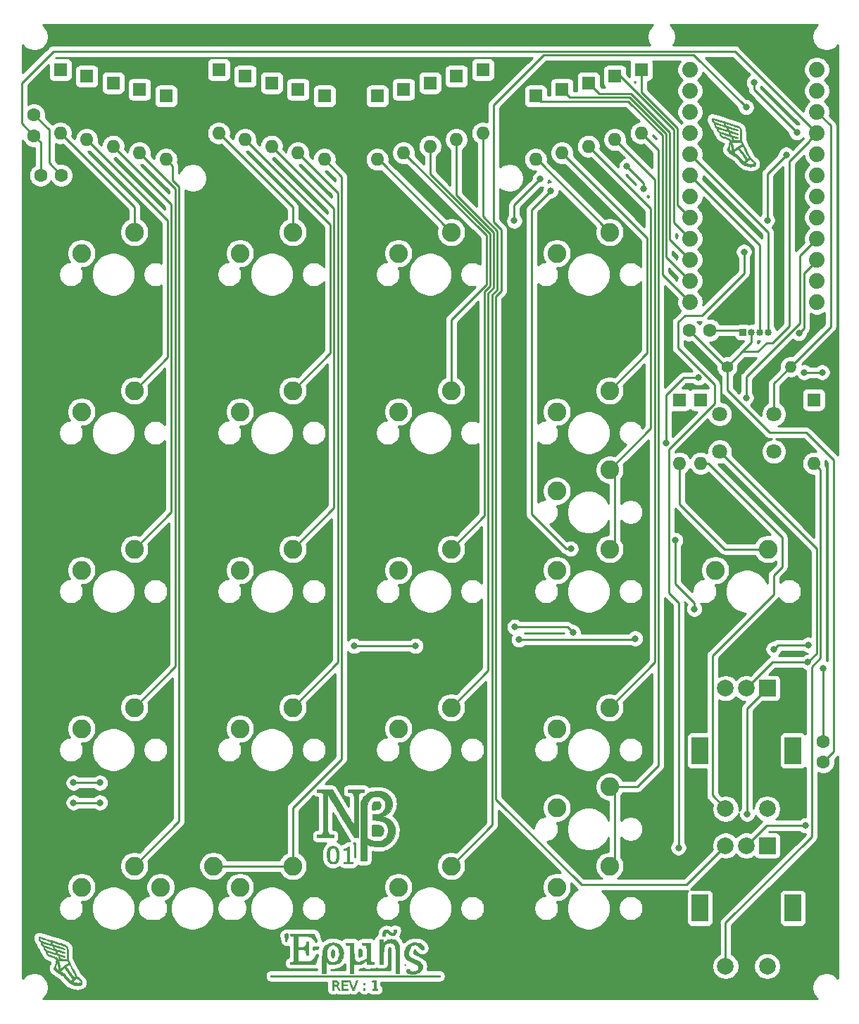
<source format=gtl>
%TF.GenerationSoftware,KiCad,Pcbnew,(5.1.8)-1*%
%TF.CreationDate,2021-05-23T17:25:15+02:00*%
%TF.ProjectId,HERMES PCB,4845524d-4553-4205-9043-422e6b696361,rev?*%
%TF.SameCoordinates,Original*%
%TF.FileFunction,Copper,L1,Top*%
%TF.FilePolarity,Positive*%
%FSLAX46Y46*%
G04 Gerber Fmt 4.6, Leading zero omitted, Abs format (unit mm)*
G04 Created by KiCad (PCBNEW (5.1.8)-1) date 2021-05-23 17:25:15*
%MOMM*%
%LPD*%
G01*
G04 APERTURE LIST*
%TA.AperFunction,EtchedComponent*%
%ADD10C,0.010000*%
%TD*%
%TA.AperFunction,ComponentPad*%
%ADD11R,2.000000X2.000000*%
%TD*%
%TA.AperFunction,ComponentPad*%
%ADD12C,2.000000*%
%TD*%
%TA.AperFunction,ComponentPad*%
%ADD13R,2.000000X3.200000*%
%TD*%
%TA.AperFunction,ComponentPad*%
%ADD14C,1.879600*%
%TD*%
%TA.AperFunction,ComponentPad*%
%ADD15O,1.600000X1.600000*%
%TD*%
%TA.AperFunction,ComponentPad*%
%ADD16R,1.600000X1.600000*%
%TD*%
%TA.AperFunction,ComponentPad*%
%ADD17C,2.250000*%
%TD*%
%TA.AperFunction,ComponentPad*%
%ADD18C,1.800000*%
%TD*%
%TA.AperFunction,ComponentPad*%
%ADD19O,1.400000X1.400000*%
%TD*%
%TA.AperFunction,ComponentPad*%
%ADD20C,1.400000*%
%TD*%
%TA.AperFunction,ComponentPad*%
%ADD21O,0.850000X0.850000*%
%TD*%
%TA.AperFunction,ComponentPad*%
%ADD22R,0.850000X0.850000*%
%TD*%
%TA.AperFunction,ComponentPad*%
%ADD23C,1.600000*%
%TD*%
%TA.AperFunction,ViaPad*%
%ADD24C,0.800000*%
%TD*%
%TA.AperFunction,Conductor*%
%ADD25C,0.250000*%
%TD*%
%TA.AperFunction,NonConductor*%
%ADD26C,0.254000*%
%TD*%
%TA.AperFunction,NonConductor*%
%ADD27C,0.100000*%
%TD*%
G04 APERTURE END LIST*
D10*
%TO.C,G\u002A\u002A\u002A*%
G36*
X134757313Y-51854929D02*
G01*
X134830254Y-51871719D01*
X134936750Y-51899997D01*
X135069971Y-51937892D01*
X135223089Y-51983534D01*
X135351076Y-52023039D01*
X135753996Y-52149477D01*
X136129635Y-52267870D01*
X136475943Y-52377554D01*
X136790869Y-52477866D01*
X137072363Y-52568143D01*
X137318374Y-52647724D01*
X137526854Y-52715945D01*
X137695750Y-52772144D01*
X137823014Y-52815658D01*
X137906594Y-52845824D01*
X137941216Y-52860197D01*
X138015233Y-52908866D01*
X138089758Y-52974311D01*
X138107583Y-52993404D01*
X138151281Y-53048230D01*
X138185970Y-53106355D01*
X138212656Y-53174087D01*
X138232344Y-53257740D01*
X138246040Y-53363624D01*
X138254749Y-53498051D01*
X138259478Y-53667331D01*
X138261231Y-53877776D01*
X138261329Y-53958255D01*
X138261329Y-54577429D01*
X138743758Y-55530053D01*
X138848185Y-55735248D01*
X138948182Y-55929820D01*
X139041024Y-56108602D01*
X139123984Y-56266428D01*
X139194337Y-56398132D01*
X139249357Y-56498546D01*
X139286319Y-56562505D01*
X139297630Y-56579824D01*
X139341568Y-56631164D01*
X139414020Y-56706570D01*
X139506261Y-56797330D01*
X139609563Y-56894734D01*
X139652359Y-56933908D01*
X139760432Y-57031374D01*
X139837715Y-57104145D01*
X139888491Y-57162613D01*
X139917041Y-57217170D01*
X139927648Y-57278207D01*
X139924595Y-57356116D01*
X139912162Y-57461288D01*
X139902182Y-57540169D01*
X139879591Y-57568693D01*
X139826520Y-57606420D01*
X139793018Y-57625228D01*
X139676012Y-57665383D01*
X139524744Y-57686235D01*
X139350803Y-57687431D01*
X139165774Y-57668617D01*
X139055079Y-57647760D01*
X138854496Y-57597545D01*
X138684373Y-57540581D01*
X138535206Y-57470836D01*
X138397490Y-57382277D01*
X138261722Y-57268870D01*
X138249470Y-57256535D01*
X138745020Y-57256535D01*
X138831836Y-57292775D01*
X138932826Y-57326642D01*
X139062356Y-57358529D01*
X139203612Y-57385444D01*
X139339780Y-57404391D01*
X139454043Y-57412379D01*
X139497776Y-57411323D01*
X139627477Y-57385667D01*
X139714648Y-57343779D01*
X139767349Y-57304078D01*
X139796814Y-57274479D01*
X139799050Y-57269042D01*
X139781498Y-57247173D01*
X139733262Y-57199325D01*
X139661170Y-57131983D01*
X139572047Y-57051636D01*
X139545944Y-57028548D01*
X139292668Y-56805437D01*
X139194726Y-56859896D01*
X139133200Y-56901704D01*
X139050890Y-56967810D01*
X138961541Y-57046894D01*
X138920902Y-57085445D01*
X138745020Y-57256535D01*
X138249470Y-57256535D01*
X138118396Y-57124584D01*
X137973031Y-56960944D01*
X137852984Y-56822836D01*
X137751674Y-56712387D01*
X137659238Y-56621347D01*
X137565814Y-56541465D01*
X137461538Y-56464491D01*
X137336547Y-56382173D01*
X137180978Y-56286261D01*
X137128943Y-56254850D01*
X136915655Y-56117021D01*
X136771836Y-56005694D01*
X137343555Y-56005694D01*
X137363269Y-56029811D01*
X137415100Y-56070062D01*
X137488084Y-56117982D01*
X137492576Y-56120722D01*
X137617602Y-56200821D01*
X137728054Y-56282252D01*
X137833278Y-56373518D01*
X137942618Y-56483122D01*
X138065419Y-56619568D01*
X138151620Y-56720432D01*
X138285217Y-56876830D01*
X138390611Y-56995513D01*
X138469560Y-57078302D01*
X138523824Y-57127020D01*
X138555162Y-57143490D01*
X138559464Y-57142847D01*
X138581558Y-57123318D01*
X138627354Y-57077008D01*
X138687112Y-57013779D01*
X138689532Y-57011170D01*
X138806717Y-56884742D01*
X138310152Y-56223085D01*
X138172545Y-56040353D01*
X138061167Y-55894118D01*
X137972997Y-55780803D01*
X137905017Y-55696833D01*
X137854207Y-55638633D01*
X137817547Y-55602628D01*
X137792019Y-55585243D01*
X137774603Y-55582902D01*
X137770807Y-55584435D01*
X137732390Y-55612678D01*
X137672349Y-55665113D01*
X137599384Y-55733164D01*
X137522193Y-55808255D01*
X137449476Y-55881807D01*
X137389931Y-55945245D01*
X137352257Y-55989991D01*
X137343555Y-56005694D01*
X136771836Y-56005694D01*
X136749507Y-55988410D01*
X136629147Y-55867761D01*
X136553222Y-55753819D01*
X136531902Y-55700286D01*
X136518086Y-55612882D01*
X136529161Y-55538011D01*
X136562162Y-55490333D01*
X136575711Y-55483584D01*
X136585288Y-55470862D01*
X136773047Y-55470862D01*
X136795845Y-55584782D01*
X136858704Y-55695237D01*
X136953327Y-55787702D01*
X136954596Y-55788624D01*
X137016911Y-55830387D01*
X137064347Y-55856156D01*
X137077970Y-55860156D01*
X137089609Y-55836600D01*
X137093450Y-55769804D01*
X137089313Y-55667920D01*
X137079420Y-55574889D01*
X137062334Y-55464025D01*
X137040137Y-55344410D01*
X137014909Y-55225131D01*
X136988733Y-55115272D01*
X136963689Y-55023916D01*
X136941858Y-54960149D01*
X136925321Y-54933055D01*
X136921163Y-54933924D01*
X136903047Y-54969883D01*
X136877914Y-55041244D01*
X136849366Y-55134949D01*
X136821003Y-55237939D01*
X136796430Y-55337157D01*
X136779247Y-55419545D01*
X136773047Y-55470862D01*
X136585288Y-55470862D01*
X136597124Y-55455141D01*
X136625379Y-55387704D01*
X136657886Y-55290984D01*
X136692058Y-55174691D01*
X136725304Y-55048538D01*
X136755036Y-54922235D01*
X136778665Y-54805492D01*
X136788096Y-54743945D01*
X137102641Y-54743945D01*
X137173559Y-54996563D01*
X137207262Y-55123750D01*
X137238498Y-55254138D01*
X137262549Y-55367503D01*
X137270495Y-55412042D01*
X137289761Y-55535201D01*
X137304873Y-55614267D01*
X137322102Y-55653646D01*
X137347719Y-55657747D01*
X137387993Y-55630978D01*
X137449195Y-55577747D01*
X137474598Y-55555519D01*
X137570607Y-55474571D01*
X137646962Y-55412824D01*
X138004861Y-55412824D01*
X138014185Y-55436751D01*
X138050226Y-55495394D01*
X138109669Y-55583982D01*
X138189196Y-55697746D01*
X138285492Y-55831919D01*
X138395238Y-55981730D01*
X138476151Y-56090493D01*
X138968262Y-56747994D01*
X139055079Y-56696643D01*
X139110727Y-56663700D01*
X139144165Y-56643855D01*
X139147672Y-56641754D01*
X139138701Y-56619822D01*
X139110197Y-56561416D01*
X139065870Y-56473892D01*
X139009430Y-56364602D01*
X138965281Y-56280192D01*
X138881810Y-56120177D01*
X138787018Y-55936540D01*
X138691604Y-55750114D01*
X138606267Y-55581731D01*
X138592662Y-55554668D01*
X138408213Y-55187168D01*
X138216948Y-55289913D01*
X138128263Y-55338529D01*
X138056127Y-55379882D01*
X138011993Y-55407336D01*
X138004861Y-55412824D01*
X137646962Y-55412824D01*
X137674680Y-55390409D01*
X137764448Y-55321119D01*
X137765235Y-55320535D01*
X137854359Y-55259494D01*
X137966395Y-55189825D01*
X138079766Y-55124844D01*
X138100098Y-55113902D01*
X138188543Y-55066718D01*
X138258738Y-55028891D01*
X138300354Y-55006006D01*
X138307140Y-55001972D01*
X138300702Y-54978817D01*
X138275200Y-54925487D01*
X138245129Y-54869724D01*
X138174512Y-54743995D01*
X137638577Y-54743970D01*
X137102641Y-54743945D01*
X136788096Y-54743945D01*
X136793602Y-54708021D01*
X136797554Y-54651499D01*
X136795282Y-54563094D01*
X136785254Y-54509919D01*
X136763292Y-54477728D01*
X136742041Y-54462176D01*
X136700359Y-54443258D01*
X136620421Y-54413028D01*
X136511398Y-54374735D01*
X136382459Y-54331624D01*
X136282032Y-54299295D01*
X136125258Y-54248553D01*
X136007759Y-54207403D01*
X135921018Y-54172143D01*
X135856515Y-54139069D01*
X135805731Y-54104479D01*
X135775945Y-54079341D01*
X135675985Y-53966494D01*
X135621312Y-53845857D01*
X135607227Y-53729773D01*
X135606598Y-53722786D01*
X135745567Y-53722786D01*
X135754203Y-53780254D01*
X135757636Y-53796407D01*
X135779410Y-53864008D01*
X135815555Y-53922023D01*
X135871859Y-53974036D01*
X135954111Y-54023629D01*
X136068099Y-54074383D01*
X136219613Y-54129883D01*
X136383940Y-54184011D01*
X136543674Y-54235854D01*
X136663011Y-54277019D01*
X136749205Y-54310633D01*
X136809509Y-54339818D01*
X136851178Y-54367702D01*
X136881466Y-54397407D01*
X136882702Y-54398866D01*
X136923418Y-54452524D01*
X136945417Y-54491776D01*
X136946680Y-54497801D01*
X136968983Y-54510904D01*
X137025971Y-54519192D01*
X137069867Y-54520703D01*
X137193054Y-54520703D01*
X137138186Y-54427709D01*
X137101673Y-54343847D01*
X137075646Y-54244608D01*
X137070810Y-54210908D01*
X137058301Y-54087101D01*
X136407925Y-53885609D01*
X136237377Y-53833242D01*
X136082804Y-53786679D01*
X135950376Y-53747707D01*
X135846264Y-53718112D01*
X135776639Y-53699680D01*
X135747670Y-53694198D01*
X135747292Y-53694375D01*
X135745567Y-53722786D01*
X135606598Y-53722786D01*
X135601061Y-53661297D01*
X135573918Y-53616737D01*
X135520191Y-53577989D01*
X135426816Y-53494363D01*
X135351849Y-53376287D01*
X135303545Y-53237870D01*
X135295371Y-53193695D01*
X135286091Y-53150492D01*
X135431110Y-53150492D01*
X135435051Y-53198769D01*
X135458747Y-53264291D01*
X135496923Y-53336039D01*
X135544305Y-53402998D01*
X135595619Y-53454149D01*
X135612728Y-53465807D01*
X135652946Y-53483357D01*
X135731592Y-53512662D01*
X135840244Y-53550959D01*
X135970481Y-53595484D01*
X136113883Y-53643472D01*
X136262030Y-53692159D01*
X136406500Y-53738782D01*
X136538873Y-53780574D01*
X136650727Y-53814774D01*
X136733643Y-53838615D01*
X136779200Y-53849334D01*
X136781937Y-53849620D01*
X136792559Y-53830371D01*
X136787662Y-53788947D01*
X136774166Y-53723859D01*
X136760343Y-53640755D01*
X136757588Y-53621516D01*
X136743083Y-53516113D01*
X136106942Y-53322713D01*
X135937613Y-53271478D01*
X135783869Y-53225427D01*
X135652082Y-53186430D01*
X135548625Y-53156359D01*
X135479870Y-53137084D01*
X135452198Y-53130476D01*
X135431110Y-53150492D01*
X135286091Y-53150492D01*
X135278788Y-53116496D01*
X135248541Y-53055364D01*
X135193861Y-52991640D01*
X135159367Y-52958050D01*
X135058404Y-52837406D01*
X135002300Y-52705138D01*
X134992763Y-52626657D01*
X135140401Y-52626657D01*
X135151114Y-52702852D01*
X135194165Y-52788486D01*
X135259975Y-52866468D01*
X135287840Y-52889710D01*
X135325033Y-52907600D01*
X135401284Y-52937259D01*
X135508220Y-52975928D01*
X135637465Y-53020844D01*
X135780647Y-53069247D01*
X135929389Y-53118374D01*
X136075318Y-53165466D01*
X136210060Y-53207761D01*
X136325239Y-53242498D01*
X136412482Y-53266914D01*
X136463414Y-53278250D01*
X136467458Y-53278655D01*
X136484355Y-53265479D01*
X136478357Y-53217334D01*
X136473659Y-53200017D01*
X136456847Y-53117432D01*
X136450586Y-53043951D01*
X136450586Y-52968337D01*
X135799463Y-52767314D01*
X135148340Y-52566290D01*
X135140401Y-52626657D01*
X134992763Y-52626657D01*
X134986307Y-52573535D01*
X134975080Y-52517716D01*
X134936191Y-52468993D01*
X134885324Y-52429986D01*
X134800226Y-52351280D01*
X134738221Y-52256878D01*
X134737982Y-52256354D01*
X134710911Y-52174626D01*
X134694464Y-52080543D01*
X134694356Y-52078673D01*
X134838282Y-52078673D01*
X134861785Y-52183334D01*
X134927271Y-52279055D01*
X135003243Y-52340196D01*
X135047523Y-52360752D01*
X135130134Y-52393002D01*
X135242454Y-52434055D01*
X135375863Y-52481020D01*
X135521739Y-52531008D01*
X135671462Y-52581127D01*
X135816412Y-52628487D01*
X135947967Y-52670199D01*
X136057507Y-52703371D01*
X136136411Y-52725113D01*
X136173205Y-52732466D01*
X136194189Y-52719402D01*
X136187276Y-52678955D01*
X136171442Y-52617241D01*
X136156604Y-52537771D01*
X136154599Y-52524337D01*
X136152077Y-52506622D01*
X136303058Y-52506622D01*
X136304558Y-52556338D01*
X136322682Y-52620873D01*
X136350276Y-52677607D01*
X136401518Y-52744064D01*
X136459675Y-52796837D01*
X136462681Y-52798856D01*
X136502857Y-52817157D01*
X136583625Y-52847451D01*
X136698084Y-52887389D01*
X136839338Y-52934618D01*
X137000486Y-52986789D01*
X137174630Y-53041550D01*
X137177000Y-53042285D01*
X137372104Y-53103114D01*
X137524752Y-53151821D01*
X137640052Y-53190376D01*
X137723112Y-53220753D01*
X137779041Y-53244923D01*
X137812947Y-53264856D01*
X137829939Y-53282525D01*
X137834759Y-53296150D01*
X137826236Y-53343811D01*
X137806373Y-53362344D01*
X137773573Y-53359082D01*
X137700391Y-53342618D01*
X137593714Y-53314803D01*
X137460429Y-53277488D01*
X137307423Y-53232527D01*
X137184944Y-53195234D01*
X137003698Y-53139375D01*
X136864328Y-53097074D01*
X136761336Y-53067168D01*
X136689223Y-53048494D01*
X136642491Y-53039888D01*
X136615641Y-53040189D01*
X136603174Y-53048232D01*
X136599592Y-53062856D01*
X136599414Y-53071380D01*
X136623554Y-53188283D01*
X136693632Y-53293768D01*
X136713488Y-53313430D01*
X136741033Y-53335100D01*
X136779872Y-53357598D01*
X136835031Y-53382739D01*
X136911538Y-53412337D01*
X137014420Y-53448207D01*
X137148703Y-53492162D01*
X137319416Y-53546017D01*
X137531586Y-53611587D01*
X137585401Y-53628094D01*
X137701327Y-53665122D01*
X137776874Y-53693767D01*
X137819747Y-53717859D01*
X137837650Y-53741228D01*
X137839649Y-53754462D01*
X137821810Y-53801772D01*
X137800132Y-53818088D01*
X137764521Y-53815914D01*
X137690186Y-53800499D01*
X137585571Y-53773962D01*
X137459122Y-53738427D01*
X137340238Y-53702562D01*
X137203977Y-53661210D01*
X137084508Y-53626872D01*
X136989669Y-53601645D01*
X136927301Y-53587627D01*
X136905488Y-53586244D01*
X136900369Y-53617654D01*
X136905777Y-53677372D01*
X136908607Y-53693853D01*
X136936487Y-53778006D01*
X136989512Y-53849312D01*
X137073519Y-53911956D01*
X137194345Y-53970125D01*
X137357827Y-54028005D01*
X137387419Y-54037238D01*
X137508450Y-54074507D01*
X137619522Y-54108777D01*
X137707907Y-54136118D01*
X137759034Y-54152019D01*
X137822022Y-54184983D01*
X137839649Y-54225749D01*
X137830758Y-54264510D01*
X137800132Y-54284263D01*
X137741844Y-54285018D01*
X137649966Y-54266788D01*
X137518570Y-54229584D01*
X137508206Y-54226413D01*
X137379495Y-54187461D01*
X137291227Y-54163128D01*
X137236596Y-54152916D01*
X137208794Y-54156328D01*
X137201014Y-54172869D01*
X137206450Y-54202041D01*
X137207121Y-54204443D01*
X137245073Y-54315662D01*
X137289928Y-54392519D01*
X137351078Y-54450198D01*
X137365388Y-54460292D01*
X137404935Y-54484979D01*
X137444775Y-54501849D01*
X137495121Y-54512380D01*
X137566186Y-54518047D01*
X137668184Y-54520326D01*
X137783395Y-54520703D01*
X138112500Y-54520703D01*
X138111412Y-53919189D01*
X138109910Y-53694070D01*
X138105330Y-53512736D01*
X138096213Y-53369387D01*
X138081095Y-53258226D01*
X138058516Y-53173453D01*
X138027015Y-53109270D01*
X137985130Y-53059878D01*
X137931400Y-53019480D01*
X137876914Y-52988704D01*
X137839522Y-52973834D01*
X137762928Y-52946775D01*
X137654104Y-52909775D01*
X137520024Y-52865083D01*
X137367661Y-52814948D01*
X137203987Y-52761619D01*
X137035974Y-52707345D01*
X136870597Y-52654375D01*
X136714826Y-52604957D01*
X136575637Y-52561341D01*
X136460000Y-52525776D01*
X136374889Y-52500510D01*
X136327276Y-52487793D01*
X136320520Y-52486718D01*
X136303058Y-52506622D01*
X136152077Y-52506622D01*
X136140528Y-52425529D01*
X135495606Y-52220635D01*
X135326146Y-52166860D01*
X135172894Y-52118352D01*
X135041986Y-52077041D01*
X134939557Y-52044860D01*
X134871744Y-52023741D01*
X134844681Y-52015617D01*
X134844483Y-52015585D01*
X134839849Y-52036792D01*
X134838282Y-52078673D01*
X134694356Y-52078673D01*
X134689086Y-51987738D01*
X134695220Y-51909844D01*
X134713315Y-51860497D01*
X134724758Y-51851497D01*
X134757313Y-51854929D01*
G37*
X134757313Y-51854929D02*
X134830254Y-51871719D01*
X134936750Y-51899997D01*
X135069971Y-51937892D01*
X135223089Y-51983534D01*
X135351076Y-52023039D01*
X135753996Y-52149477D01*
X136129635Y-52267870D01*
X136475943Y-52377554D01*
X136790869Y-52477866D01*
X137072363Y-52568143D01*
X137318374Y-52647724D01*
X137526854Y-52715945D01*
X137695750Y-52772144D01*
X137823014Y-52815658D01*
X137906594Y-52845824D01*
X137941216Y-52860197D01*
X138015233Y-52908866D01*
X138089758Y-52974311D01*
X138107583Y-52993404D01*
X138151281Y-53048230D01*
X138185970Y-53106355D01*
X138212656Y-53174087D01*
X138232344Y-53257740D01*
X138246040Y-53363624D01*
X138254749Y-53498051D01*
X138259478Y-53667331D01*
X138261231Y-53877776D01*
X138261329Y-53958255D01*
X138261329Y-54577429D01*
X138743758Y-55530053D01*
X138848185Y-55735248D01*
X138948182Y-55929820D01*
X139041024Y-56108602D01*
X139123984Y-56266428D01*
X139194337Y-56398132D01*
X139249357Y-56498546D01*
X139286319Y-56562505D01*
X139297630Y-56579824D01*
X139341568Y-56631164D01*
X139414020Y-56706570D01*
X139506261Y-56797330D01*
X139609563Y-56894734D01*
X139652359Y-56933908D01*
X139760432Y-57031374D01*
X139837715Y-57104145D01*
X139888491Y-57162613D01*
X139917041Y-57217170D01*
X139927648Y-57278207D01*
X139924595Y-57356116D01*
X139912162Y-57461288D01*
X139902182Y-57540169D01*
X139879591Y-57568693D01*
X139826520Y-57606420D01*
X139793018Y-57625228D01*
X139676012Y-57665383D01*
X139524744Y-57686235D01*
X139350803Y-57687431D01*
X139165774Y-57668617D01*
X139055079Y-57647760D01*
X138854496Y-57597545D01*
X138684373Y-57540581D01*
X138535206Y-57470836D01*
X138397490Y-57382277D01*
X138261722Y-57268870D01*
X138249470Y-57256535D01*
X138745020Y-57256535D01*
X138831836Y-57292775D01*
X138932826Y-57326642D01*
X139062356Y-57358529D01*
X139203612Y-57385444D01*
X139339780Y-57404391D01*
X139454043Y-57412379D01*
X139497776Y-57411323D01*
X139627477Y-57385667D01*
X139714648Y-57343779D01*
X139767349Y-57304078D01*
X139796814Y-57274479D01*
X139799050Y-57269042D01*
X139781498Y-57247173D01*
X139733262Y-57199325D01*
X139661170Y-57131983D01*
X139572047Y-57051636D01*
X139545944Y-57028548D01*
X139292668Y-56805437D01*
X139194726Y-56859896D01*
X139133200Y-56901704D01*
X139050890Y-56967810D01*
X138961541Y-57046894D01*
X138920902Y-57085445D01*
X138745020Y-57256535D01*
X138249470Y-57256535D01*
X138118396Y-57124584D01*
X137973031Y-56960944D01*
X137852984Y-56822836D01*
X137751674Y-56712387D01*
X137659238Y-56621347D01*
X137565814Y-56541465D01*
X137461538Y-56464491D01*
X137336547Y-56382173D01*
X137180978Y-56286261D01*
X137128943Y-56254850D01*
X136915655Y-56117021D01*
X136771836Y-56005694D01*
X137343555Y-56005694D01*
X137363269Y-56029811D01*
X137415100Y-56070062D01*
X137488084Y-56117982D01*
X137492576Y-56120722D01*
X137617602Y-56200821D01*
X137728054Y-56282252D01*
X137833278Y-56373518D01*
X137942618Y-56483122D01*
X138065419Y-56619568D01*
X138151620Y-56720432D01*
X138285217Y-56876830D01*
X138390611Y-56995513D01*
X138469560Y-57078302D01*
X138523824Y-57127020D01*
X138555162Y-57143490D01*
X138559464Y-57142847D01*
X138581558Y-57123318D01*
X138627354Y-57077008D01*
X138687112Y-57013779D01*
X138689532Y-57011170D01*
X138806717Y-56884742D01*
X138310152Y-56223085D01*
X138172545Y-56040353D01*
X138061167Y-55894118D01*
X137972997Y-55780803D01*
X137905017Y-55696833D01*
X137854207Y-55638633D01*
X137817547Y-55602628D01*
X137792019Y-55585243D01*
X137774603Y-55582902D01*
X137770807Y-55584435D01*
X137732390Y-55612678D01*
X137672349Y-55665113D01*
X137599384Y-55733164D01*
X137522193Y-55808255D01*
X137449476Y-55881807D01*
X137389931Y-55945245D01*
X137352257Y-55989991D01*
X137343555Y-56005694D01*
X136771836Y-56005694D01*
X136749507Y-55988410D01*
X136629147Y-55867761D01*
X136553222Y-55753819D01*
X136531902Y-55700286D01*
X136518086Y-55612882D01*
X136529161Y-55538011D01*
X136562162Y-55490333D01*
X136575711Y-55483584D01*
X136585288Y-55470862D01*
X136773047Y-55470862D01*
X136795845Y-55584782D01*
X136858704Y-55695237D01*
X136953327Y-55787702D01*
X136954596Y-55788624D01*
X137016911Y-55830387D01*
X137064347Y-55856156D01*
X137077970Y-55860156D01*
X137089609Y-55836600D01*
X137093450Y-55769804D01*
X137089313Y-55667920D01*
X137079420Y-55574889D01*
X137062334Y-55464025D01*
X137040137Y-55344410D01*
X137014909Y-55225131D01*
X136988733Y-55115272D01*
X136963689Y-55023916D01*
X136941858Y-54960149D01*
X136925321Y-54933055D01*
X136921163Y-54933924D01*
X136903047Y-54969883D01*
X136877914Y-55041244D01*
X136849366Y-55134949D01*
X136821003Y-55237939D01*
X136796430Y-55337157D01*
X136779247Y-55419545D01*
X136773047Y-55470862D01*
X136585288Y-55470862D01*
X136597124Y-55455141D01*
X136625379Y-55387704D01*
X136657886Y-55290984D01*
X136692058Y-55174691D01*
X136725304Y-55048538D01*
X136755036Y-54922235D01*
X136778665Y-54805492D01*
X136788096Y-54743945D01*
X137102641Y-54743945D01*
X137173559Y-54996563D01*
X137207262Y-55123750D01*
X137238498Y-55254138D01*
X137262549Y-55367503D01*
X137270495Y-55412042D01*
X137289761Y-55535201D01*
X137304873Y-55614267D01*
X137322102Y-55653646D01*
X137347719Y-55657747D01*
X137387993Y-55630978D01*
X137449195Y-55577747D01*
X137474598Y-55555519D01*
X137570607Y-55474571D01*
X137646962Y-55412824D01*
X138004861Y-55412824D01*
X138014185Y-55436751D01*
X138050226Y-55495394D01*
X138109669Y-55583982D01*
X138189196Y-55697746D01*
X138285492Y-55831919D01*
X138395238Y-55981730D01*
X138476151Y-56090493D01*
X138968262Y-56747994D01*
X139055079Y-56696643D01*
X139110727Y-56663700D01*
X139144165Y-56643855D01*
X139147672Y-56641754D01*
X139138701Y-56619822D01*
X139110197Y-56561416D01*
X139065870Y-56473892D01*
X139009430Y-56364602D01*
X138965281Y-56280192D01*
X138881810Y-56120177D01*
X138787018Y-55936540D01*
X138691604Y-55750114D01*
X138606267Y-55581731D01*
X138592662Y-55554668D01*
X138408213Y-55187168D01*
X138216948Y-55289913D01*
X138128263Y-55338529D01*
X138056127Y-55379882D01*
X138011993Y-55407336D01*
X138004861Y-55412824D01*
X137646962Y-55412824D01*
X137674680Y-55390409D01*
X137764448Y-55321119D01*
X137765235Y-55320535D01*
X137854359Y-55259494D01*
X137966395Y-55189825D01*
X138079766Y-55124844D01*
X138100098Y-55113902D01*
X138188543Y-55066718D01*
X138258738Y-55028891D01*
X138300354Y-55006006D01*
X138307140Y-55001972D01*
X138300702Y-54978817D01*
X138275200Y-54925487D01*
X138245129Y-54869724D01*
X138174512Y-54743995D01*
X137638577Y-54743970D01*
X137102641Y-54743945D01*
X136788096Y-54743945D01*
X136793602Y-54708021D01*
X136797554Y-54651499D01*
X136795282Y-54563094D01*
X136785254Y-54509919D01*
X136763292Y-54477728D01*
X136742041Y-54462176D01*
X136700359Y-54443258D01*
X136620421Y-54413028D01*
X136511398Y-54374735D01*
X136382459Y-54331624D01*
X136282032Y-54299295D01*
X136125258Y-54248553D01*
X136007759Y-54207403D01*
X135921018Y-54172143D01*
X135856515Y-54139069D01*
X135805731Y-54104479D01*
X135775945Y-54079341D01*
X135675985Y-53966494D01*
X135621312Y-53845857D01*
X135607227Y-53729773D01*
X135606598Y-53722786D01*
X135745567Y-53722786D01*
X135754203Y-53780254D01*
X135757636Y-53796407D01*
X135779410Y-53864008D01*
X135815555Y-53922023D01*
X135871859Y-53974036D01*
X135954111Y-54023629D01*
X136068099Y-54074383D01*
X136219613Y-54129883D01*
X136383940Y-54184011D01*
X136543674Y-54235854D01*
X136663011Y-54277019D01*
X136749205Y-54310633D01*
X136809509Y-54339818D01*
X136851178Y-54367702D01*
X136881466Y-54397407D01*
X136882702Y-54398866D01*
X136923418Y-54452524D01*
X136945417Y-54491776D01*
X136946680Y-54497801D01*
X136968983Y-54510904D01*
X137025971Y-54519192D01*
X137069867Y-54520703D01*
X137193054Y-54520703D01*
X137138186Y-54427709D01*
X137101673Y-54343847D01*
X137075646Y-54244608D01*
X137070810Y-54210908D01*
X137058301Y-54087101D01*
X136407925Y-53885609D01*
X136237377Y-53833242D01*
X136082804Y-53786679D01*
X135950376Y-53747707D01*
X135846264Y-53718112D01*
X135776639Y-53699680D01*
X135747670Y-53694198D01*
X135747292Y-53694375D01*
X135745567Y-53722786D01*
X135606598Y-53722786D01*
X135601061Y-53661297D01*
X135573918Y-53616737D01*
X135520191Y-53577989D01*
X135426816Y-53494363D01*
X135351849Y-53376287D01*
X135303545Y-53237870D01*
X135295371Y-53193695D01*
X135286091Y-53150492D01*
X135431110Y-53150492D01*
X135435051Y-53198769D01*
X135458747Y-53264291D01*
X135496923Y-53336039D01*
X135544305Y-53402998D01*
X135595619Y-53454149D01*
X135612728Y-53465807D01*
X135652946Y-53483357D01*
X135731592Y-53512662D01*
X135840244Y-53550959D01*
X135970481Y-53595484D01*
X136113883Y-53643472D01*
X136262030Y-53692159D01*
X136406500Y-53738782D01*
X136538873Y-53780574D01*
X136650727Y-53814774D01*
X136733643Y-53838615D01*
X136779200Y-53849334D01*
X136781937Y-53849620D01*
X136792559Y-53830371D01*
X136787662Y-53788947D01*
X136774166Y-53723859D01*
X136760343Y-53640755D01*
X136757588Y-53621516D01*
X136743083Y-53516113D01*
X136106942Y-53322713D01*
X135937613Y-53271478D01*
X135783869Y-53225427D01*
X135652082Y-53186430D01*
X135548625Y-53156359D01*
X135479870Y-53137084D01*
X135452198Y-53130476D01*
X135431110Y-53150492D01*
X135286091Y-53150492D01*
X135278788Y-53116496D01*
X135248541Y-53055364D01*
X135193861Y-52991640D01*
X135159367Y-52958050D01*
X135058404Y-52837406D01*
X135002300Y-52705138D01*
X134992763Y-52626657D01*
X135140401Y-52626657D01*
X135151114Y-52702852D01*
X135194165Y-52788486D01*
X135259975Y-52866468D01*
X135287840Y-52889710D01*
X135325033Y-52907600D01*
X135401284Y-52937259D01*
X135508220Y-52975928D01*
X135637465Y-53020844D01*
X135780647Y-53069247D01*
X135929389Y-53118374D01*
X136075318Y-53165466D01*
X136210060Y-53207761D01*
X136325239Y-53242498D01*
X136412482Y-53266914D01*
X136463414Y-53278250D01*
X136467458Y-53278655D01*
X136484355Y-53265479D01*
X136478357Y-53217334D01*
X136473659Y-53200017D01*
X136456847Y-53117432D01*
X136450586Y-53043951D01*
X136450586Y-52968337D01*
X135799463Y-52767314D01*
X135148340Y-52566290D01*
X135140401Y-52626657D01*
X134992763Y-52626657D01*
X134986307Y-52573535D01*
X134975080Y-52517716D01*
X134936191Y-52468993D01*
X134885324Y-52429986D01*
X134800226Y-52351280D01*
X134738221Y-52256878D01*
X134737982Y-52256354D01*
X134710911Y-52174626D01*
X134694464Y-52080543D01*
X134694356Y-52078673D01*
X134838282Y-52078673D01*
X134861785Y-52183334D01*
X134927271Y-52279055D01*
X135003243Y-52340196D01*
X135047523Y-52360752D01*
X135130134Y-52393002D01*
X135242454Y-52434055D01*
X135375863Y-52481020D01*
X135521739Y-52531008D01*
X135671462Y-52581127D01*
X135816412Y-52628487D01*
X135947967Y-52670199D01*
X136057507Y-52703371D01*
X136136411Y-52725113D01*
X136173205Y-52732466D01*
X136194189Y-52719402D01*
X136187276Y-52678955D01*
X136171442Y-52617241D01*
X136156604Y-52537771D01*
X136154599Y-52524337D01*
X136152077Y-52506622D01*
X136303058Y-52506622D01*
X136304558Y-52556338D01*
X136322682Y-52620873D01*
X136350276Y-52677607D01*
X136401518Y-52744064D01*
X136459675Y-52796837D01*
X136462681Y-52798856D01*
X136502857Y-52817157D01*
X136583625Y-52847451D01*
X136698084Y-52887389D01*
X136839338Y-52934618D01*
X137000486Y-52986789D01*
X137174630Y-53041550D01*
X137177000Y-53042285D01*
X137372104Y-53103114D01*
X137524752Y-53151821D01*
X137640052Y-53190376D01*
X137723112Y-53220753D01*
X137779041Y-53244923D01*
X137812947Y-53264856D01*
X137829939Y-53282525D01*
X137834759Y-53296150D01*
X137826236Y-53343811D01*
X137806373Y-53362344D01*
X137773573Y-53359082D01*
X137700391Y-53342618D01*
X137593714Y-53314803D01*
X137460429Y-53277488D01*
X137307423Y-53232527D01*
X137184944Y-53195234D01*
X137003698Y-53139375D01*
X136864328Y-53097074D01*
X136761336Y-53067168D01*
X136689223Y-53048494D01*
X136642491Y-53039888D01*
X136615641Y-53040189D01*
X136603174Y-53048232D01*
X136599592Y-53062856D01*
X136599414Y-53071380D01*
X136623554Y-53188283D01*
X136693632Y-53293768D01*
X136713488Y-53313430D01*
X136741033Y-53335100D01*
X136779872Y-53357598D01*
X136835031Y-53382739D01*
X136911538Y-53412337D01*
X137014420Y-53448207D01*
X137148703Y-53492162D01*
X137319416Y-53546017D01*
X137531586Y-53611587D01*
X137585401Y-53628094D01*
X137701327Y-53665122D01*
X137776874Y-53693767D01*
X137819747Y-53717859D01*
X137837650Y-53741228D01*
X137839649Y-53754462D01*
X137821810Y-53801772D01*
X137800132Y-53818088D01*
X137764521Y-53815914D01*
X137690186Y-53800499D01*
X137585571Y-53773962D01*
X137459122Y-53738427D01*
X137340238Y-53702562D01*
X137203977Y-53661210D01*
X137084508Y-53626872D01*
X136989669Y-53601645D01*
X136927301Y-53587627D01*
X136905488Y-53586244D01*
X136900369Y-53617654D01*
X136905777Y-53677372D01*
X136908607Y-53693853D01*
X136936487Y-53778006D01*
X136989512Y-53849312D01*
X137073519Y-53911956D01*
X137194345Y-53970125D01*
X137357827Y-54028005D01*
X137387419Y-54037238D01*
X137508450Y-54074507D01*
X137619522Y-54108777D01*
X137707907Y-54136118D01*
X137759034Y-54152019D01*
X137822022Y-54184983D01*
X137839649Y-54225749D01*
X137830758Y-54264510D01*
X137800132Y-54284263D01*
X137741844Y-54285018D01*
X137649966Y-54266788D01*
X137518570Y-54229584D01*
X137508206Y-54226413D01*
X137379495Y-54187461D01*
X137291227Y-54163128D01*
X137236596Y-54152916D01*
X137208794Y-54156328D01*
X137201014Y-54172869D01*
X137206450Y-54202041D01*
X137207121Y-54204443D01*
X137245073Y-54315662D01*
X137289928Y-54392519D01*
X137351078Y-54450198D01*
X137365388Y-54460292D01*
X137404935Y-54484979D01*
X137444775Y-54501849D01*
X137495121Y-54512380D01*
X137566186Y-54518047D01*
X137668184Y-54520326D01*
X137783395Y-54520703D01*
X138112500Y-54520703D01*
X138111412Y-53919189D01*
X138109910Y-53694070D01*
X138105330Y-53512736D01*
X138096213Y-53369387D01*
X138081095Y-53258226D01*
X138058516Y-53173453D01*
X138027015Y-53109270D01*
X137985130Y-53059878D01*
X137931400Y-53019480D01*
X137876914Y-52988704D01*
X137839522Y-52973834D01*
X137762928Y-52946775D01*
X137654104Y-52909775D01*
X137520024Y-52865083D01*
X137367661Y-52814948D01*
X137203987Y-52761619D01*
X137035974Y-52707345D01*
X136870597Y-52654375D01*
X136714826Y-52604957D01*
X136575637Y-52561341D01*
X136460000Y-52525776D01*
X136374889Y-52500510D01*
X136327276Y-52487793D01*
X136320520Y-52486718D01*
X136303058Y-52506622D01*
X136152077Y-52506622D01*
X136140528Y-52425529D01*
X135495606Y-52220635D01*
X135326146Y-52166860D01*
X135172894Y-52118352D01*
X135041986Y-52077041D01*
X134939557Y-52044860D01*
X134871744Y-52023741D01*
X134844681Y-52015617D01*
X134844483Y-52015585D01*
X134839849Y-52036792D01*
X134838282Y-52078673D01*
X134694356Y-52078673D01*
X134689086Y-51987738D01*
X134695220Y-51909844D01*
X134713315Y-51860497D01*
X134724758Y-51851497D01*
X134757313Y-51854929D01*
G36*
X53794813Y-150279929D02*
G01*
X53867754Y-150296719D01*
X53974250Y-150324997D01*
X54107471Y-150362892D01*
X54260589Y-150408534D01*
X54388576Y-150448039D01*
X54791496Y-150574477D01*
X55167135Y-150692870D01*
X55513443Y-150802554D01*
X55828369Y-150902866D01*
X56109863Y-150993143D01*
X56355874Y-151072724D01*
X56564354Y-151140945D01*
X56733250Y-151197144D01*
X56860514Y-151240658D01*
X56944094Y-151270824D01*
X56978716Y-151285197D01*
X57052733Y-151333866D01*
X57127258Y-151399311D01*
X57145083Y-151418404D01*
X57188781Y-151473230D01*
X57223470Y-151531355D01*
X57250156Y-151599087D01*
X57269844Y-151682740D01*
X57283540Y-151788624D01*
X57292249Y-151923051D01*
X57296978Y-152092331D01*
X57298731Y-152302776D01*
X57298829Y-152383255D01*
X57298829Y-153002429D01*
X57781258Y-153955053D01*
X57885685Y-154160248D01*
X57985682Y-154354820D01*
X58078524Y-154533602D01*
X58161484Y-154691428D01*
X58231837Y-154823132D01*
X58286857Y-154923546D01*
X58323819Y-154987505D01*
X58335130Y-155004824D01*
X58379068Y-155056164D01*
X58451520Y-155131570D01*
X58543761Y-155222330D01*
X58647063Y-155319734D01*
X58689859Y-155358908D01*
X58797932Y-155456374D01*
X58875215Y-155529145D01*
X58925991Y-155587613D01*
X58954541Y-155642170D01*
X58965148Y-155703207D01*
X58962095Y-155781116D01*
X58949662Y-155886288D01*
X58939682Y-155965169D01*
X58917091Y-155993693D01*
X58864020Y-156031420D01*
X58830518Y-156050228D01*
X58713512Y-156090383D01*
X58562244Y-156111235D01*
X58388303Y-156112431D01*
X58203274Y-156093617D01*
X58092579Y-156072760D01*
X57891996Y-156022545D01*
X57721873Y-155965581D01*
X57572706Y-155895836D01*
X57434990Y-155807277D01*
X57299222Y-155693870D01*
X57286970Y-155681535D01*
X57782520Y-155681535D01*
X57869336Y-155717775D01*
X57970326Y-155751642D01*
X58099856Y-155783529D01*
X58241112Y-155810444D01*
X58377280Y-155829391D01*
X58491543Y-155837379D01*
X58535276Y-155836323D01*
X58664977Y-155810667D01*
X58752148Y-155768779D01*
X58804849Y-155729078D01*
X58834314Y-155699479D01*
X58836550Y-155694042D01*
X58818998Y-155672173D01*
X58770762Y-155624325D01*
X58698670Y-155556983D01*
X58609547Y-155476636D01*
X58583444Y-155453548D01*
X58330168Y-155230437D01*
X58232226Y-155284896D01*
X58170700Y-155326704D01*
X58088390Y-155392810D01*
X57999041Y-155471894D01*
X57958402Y-155510445D01*
X57782520Y-155681535D01*
X57286970Y-155681535D01*
X57155896Y-155549584D01*
X57010531Y-155385944D01*
X56890484Y-155247836D01*
X56789174Y-155137387D01*
X56696738Y-155046347D01*
X56603314Y-154966465D01*
X56499038Y-154889491D01*
X56374047Y-154807173D01*
X56218478Y-154711261D01*
X56166443Y-154679850D01*
X55953155Y-154542021D01*
X55809336Y-154430694D01*
X56381055Y-154430694D01*
X56400769Y-154454811D01*
X56452600Y-154495062D01*
X56525584Y-154542982D01*
X56530076Y-154545722D01*
X56655102Y-154625821D01*
X56765554Y-154707252D01*
X56870778Y-154798518D01*
X56980118Y-154908122D01*
X57102919Y-155044568D01*
X57189120Y-155145432D01*
X57322717Y-155301830D01*
X57428111Y-155420513D01*
X57507060Y-155503302D01*
X57561324Y-155552020D01*
X57592662Y-155568490D01*
X57596964Y-155567847D01*
X57619058Y-155548318D01*
X57664854Y-155502008D01*
X57724612Y-155438779D01*
X57727032Y-155436170D01*
X57844217Y-155309742D01*
X57347652Y-154648085D01*
X57210045Y-154465353D01*
X57098667Y-154319118D01*
X57010497Y-154205803D01*
X56942517Y-154121833D01*
X56891707Y-154063633D01*
X56855047Y-154027628D01*
X56829519Y-154010243D01*
X56812103Y-154007902D01*
X56808307Y-154009435D01*
X56769890Y-154037678D01*
X56709849Y-154090113D01*
X56636884Y-154158164D01*
X56559693Y-154233255D01*
X56486976Y-154306807D01*
X56427431Y-154370245D01*
X56389757Y-154414991D01*
X56381055Y-154430694D01*
X55809336Y-154430694D01*
X55787007Y-154413410D01*
X55666647Y-154292761D01*
X55590722Y-154178819D01*
X55569402Y-154125286D01*
X55555586Y-154037882D01*
X55566661Y-153963011D01*
X55599662Y-153915333D01*
X55613211Y-153908584D01*
X55622788Y-153895862D01*
X55810547Y-153895862D01*
X55833345Y-154009782D01*
X55896204Y-154120237D01*
X55990827Y-154212702D01*
X55992096Y-154213624D01*
X56054411Y-154255387D01*
X56101847Y-154281156D01*
X56115470Y-154285156D01*
X56127109Y-154261600D01*
X56130950Y-154194804D01*
X56126813Y-154092920D01*
X56116920Y-153999889D01*
X56099834Y-153889025D01*
X56077637Y-153769410D01*
X56052409Y-153650131D01*
X56026233Y-153540272D01*
X56001189Y-153448916D01*
X55979358Y-153385149D01*
X55962821Y-153358055D01*
X55958663Y-153358924D01*
X55940547Y-153394883D01*
X55915414Y-153466244D01*
X55886866Y-153559949D01*
X55858503Y-153662939D01*
X55833930Y-153762157D01*
X55816747Y-153844545D01*
X55810547Y-153895862D01*
X55622788Y-153895862D01*
X55634624Y-153880141D01*
X55662879Y-153812704D01*
X55695386Y-153715984D01*
X55729558Y-153599691D01*
X55762804Y-153473538D01*
X55792536Y-153347235D01*
X55816165Y-153230492D01*
X55825596Y-153168945D01*
X56140141Y-153168945D01*
X56211059Y-153421563D01*
X56244762Y-153548750D01*
X56275998Y-153679138D01*
X56300049Y-153792503D01*
X56307995Y-153837042D01*
X56327261Y-153960201D01*
X56342373Y-154039267D01*
X56359602Y-154078646D01*
X56385219Y-154082747D01*
X56425493Y-154055978D01*
X56486695Y-154002747D01*
X56512098Y-153980519D01*
X56608107Y-153899571D01*
X56684462Y-153837824D01*
X57042361Y-153837824D01*
X57051685Y-153861751D01*
X57087726Y-153920394D01*
X57147169Y-154008982D01*
X57226696Y-154122746D01*
X57322992Y-154256919D01*
X57432738Y-154406730D01*
X57513651Y-154515493D01*
X58005762Y-155172994D01*
X58092579Y-155121643D01*
X58148227Y-155088700D01*
X58181665Y-155068855D01*
X58185172Y-155066754D01*
X58176201Y-155044822D01*
X58147697Y-154986416D01*
X58103370Y-154898892D01*
X58046930Y-154789602D01*
X58002781Y-154705192D01*
X57919310Y-154545177D01*
X57824518Y-154361540D01*
X57729104Y-154175114D01*
X57643767Y-154006731D01*
X57630162Y-153979668D01*
X57445713Y-153612168D01*
X57254448Y-153714913D01*
X57165763Y-153763529D01*
X57093627Y-153804882D01*
X57049493Y-153832336D01*
X57042361Y-153837824D01*
X56684462Y-153837824D01*
X56712180Y-153815409D01*
X56801948Y-153746119D01*
X56802735Y-153745535D01*
X56891859Y-153684494D01*
X57003895Y-153614825D01*
X57117266Y-153549844D01*
X57137598Y-153538902D01*
X57226043Y-153491718D01*
X57296238Y-153453891D01*
X57337854Y-153431006D01*
X57344640Y-153426972D01*
X57338202Y-153403817D01*
X57312700Y-153350487D01*
X57282629Y-153294724D01*
X57212012Y-153168995D01*
X56676077Y-153168970D01*
X56140141Y-153168945D01*
X55825596Y-153168945D01*
X55831102Y-153133021D01*
X55835054Y-153076499D01*
X55832782Y-152988094D01*
X55822754Y-152934919D01*
X55800792Y-152902728D01*
X55779541Y-152887176D01*
X55737859Y-152868258D01*
X55657921Y-152838028D01*
X55548898Y-152799735D01*
X55419959Y-152756624D01*
X55319532Y-152724295D01*
X55162758Y-152673553D01*
X55045259Y-152632403D01*
X54958518Y-152597143D01*
X54894015Y-152564069D01*
X54843231Y-152529479D01*
X54813445Y-152504341D01*
X54713485Y-152391494D01*
X54658812Y-152270857D01*
X54644727Y-152154773D01*
X54644098Y-152147786D01*
X54783067Y-152147786D01*
X54791703Y-152205254D01*
X54795136Y-152221407D01*
X54816910Y-152289008D01*
X54853055Y-152347023D01*
X54909359Y-152399036D01*
X54991611Y-152448629D01*
X55105599Y-152499383D01*
X55257113Y-152554883D01*
X55421440Y-152609011D01*
X55581174Y-152660854D01*
X55700511Y-152702019D01*
X55786705Y-152735633D01*
X55847009Y-152764818D01*
X55888678Y-152792702D01*
X55918966Y-152822407D01*
X55920202Y-152823866D01*
X55960918Y-152877524D01*
X55982917Y-152916776D01*
X55984180Y-152922801D01*
X56006483Y-152935904D01*
X56063471Y-152944192D01*
X56107367Y-152945703D01*
X56230554Y-152945703D01*
X56175686Y-152852709D01*
X56139173Y-152768847D01*
X56113146Y-152669608D01*
X56108310Y-152635908D01*
X56095801Y-152512101D01*
X55445425Y-152310609D01*
X55274877Y-152258242D01*
X55120304Y-152211679D01*
X54987876Y-152172707D01*
X54883764Y-152143112D01*
X54814139Y-152124680D01*
X54785170Y-152119198D01*
X54784792Y-152119375D01*
X54783067Y-152147786D01*
X54644098Y-152147786D01*
X54638561Y-152086297D01*
X54611418Y-152041737D01*
X54557691Y-152002989D01*
X54464316Y-151919363D01*
X54389349Y-151801287D01*
X54341045Y-151662870D01*
X54332871Y-151618695D01*
X54323591Y-151575492D01*
X54468610Y-151575492D01*
X54472551Y-151623769D01*
X54496247Y-151689291D01*
X54534423Y-151761039D01*
X54581805Y-151827998D01*
X54633119Y-151879149D01*
X54650228Y-151890807D01*
X54690446Y-151908357D01*
X54769092Y-151937662D01*
X54877744Y-151975959D01*
X55007981Y-152020484D01*
X55151383Y-152068472D01*
X55299530Y-152117159D01*
X55444000Y-152163782D01*
X55576373Y-152205574D01*
X55688227Y-152239774D01*
X55771143Y-152263615D01*
X55816700Y-152274334D01*
X55819437Y-152274620D01*
X55830059Y-152255371D01*
X55825162Y-152213947D01*
X55811666Y-152148859D01*
X55797843Y-152065755D01*
X55795088Y-152046516D01*
X55780583Y-151941113D01*
X55144442Y-151747713D01*
X54975113Y-151696478D01*
X54821369Y-151650427D01*
X54689582Y-151611430D01*
X54586125Y-151581359D01*
X54517370Y-151562084D01*
X54489698Y-151555476D01*
X54468610Y-151575492D01*
X54323591Y-151575492D01*
X54316288Y-151541496D01*
X54286041Y-151480364D01*
X54231361Y-151416640D01*
X54196867Y-151383050D01*
X54095904Y-151262406D01*
X54039800Y-151130138D01*
X54030263Y-151051657D01*
X54177901Y-151051657D01*
X54188614Y-151127852D01*
X54231665Y-151213486D01*
X54297475Y-151291468D01*
X54325340Y-151314710D01*
X54362533Y-151332600D01*
X54438784Y-151362259D01*
X54545720Y-151400928D01*
X54674965Y-151445844D01*
X54818147Y-151494247D01*
X54966889Y-151543374D01*
X55112818Y-151590466D01*
X55247560Y-151632761D01*
X55362739Y-151667498D01*
X55449982Y-151691914D01*
X55500914Y-151703250D01*
X55504958Y-151703655D01*
X55521855Y-151690479D01*
X55515857Y-151642334D01*
X55511159Y-151625017D01*
X55494347Y-151542432D01*
X55488086Y-151468951D01*
X55488086Y-151393337D01*
X54836963Y-151192314D01*
X54185840Y-150991290D01*
X54177901Y-151051657D01*
X54030263Y-151051657D01*
X54023807Y-150998535D01*
X54012580Y-150942716D01*
X53973691Y-150893993D01*
X53922824Y-150854986D01*
X53837726Y-150776280D01*
X53775721Y-150681878D01*
X53775482Y-150681354D01*
X53748411Y-150599626D01*
X53731964Y-150505543D01*
X53731856Y-150503673D01*
X53875782Y-150503673D01*
X53899285Y-150608334D01*
X53964771Y-150704055D01*
X54040743Y-150765196D01*
X54085023Y-150785752D01*
X54167634Y-150818002D01*
X54279954Y-150859055D01*
X54413363Y-150906020D01*
X54559239Y-150956008D01*
X54708962Y-151006127D01*
X54853912Y-151053487D01*
X54985467Y-151095199D01*
X55095007Y-151128371D01*
X55173911Y-151150113D01*
X55210705Y-151157466D01*
X55231689Y-151144402D01*
X55224776Y-151103955D01*
X55208942Y-151042241D01*
X55194104Y-150962771D01*
X55192099Y-150949337D01*
X55189577Y-150931622D01*
X55340558Y-150931622D01*
X55342058Y-150981338D01*
X55360182Y-151045873D01*
X55387776Y-151102607D01*
X55439018Y-151169064D01*
X55497175Y-151221837D01*
X55500181Y-151223856D01*
X55540357Y-151242157D01*
X55621125Y-151272451D01*
X55735584Y-151312389D01*
X55876838Y-151359618D01*
X56037986Y-151411789D01*
X56212130Y-151466550D01*
X56214500Y-151467285D01*
X56409604Y-151528114D01*
X56562252Y-151576821D01*
X56677552Y-151615376D01*
X56760612Y-151645753D01*
X56816541Y-151669923D01*
X56850447Y-151689856D01*
X56867439Y-151707525D01*
X56872259Y-151721150D01*
X56863736Y-151768811D01*
X56843873Y-151787344D01*
X56811073Y-151784082D01*
X56737891Y-151767618D01*
X56631214Y-151739803D01*
X56497929Y-151702488D01*
X56344923Y-151657527D01*
X56222444Y-151620234D01*
X56041198Y-151564375D01*
X55901828Y-151522074D01*
X55798836Y-151492168D01*
X55726723Y-151473494D01*
X55679991Y-151464888D01*
X55653141Y-151465189D01*
X55640674Y-151473232D01*
X55637092Y-151487856D01*
X55636914Y-151496380D01*
X55661054Y-151613283D01*
X55731132Y-151718768D01*
X55750988Y-151738430D01*
X55778533Y-151760100D01*
X55817372Y-151782598D01*
X55872531Y-151807739D01*
X55949038Y-151837337D01*
X56051920Y-151873207D01*
X56186203Y-151917162D01*
X56356916Y-151971017D01*
X56569086Y-152036587D01*
X56622901Y-152053094D01*
X56738827Y-152090122D01*
X56814374Y-152118767D01*
X56857247Y-152142859D01*
X56875150Y-152166228D01*
X56877149Y-152179462D01*
X56859310Y-152226772D01*
X56837632Y-152243088D01*
X56802021Y-152240914D01*
X56727686Y-152225499D01*
X56623071Y-152198962D01*
X56496622Y-152163427D01*
X56377738Y-152127562D01*
X56241477Y-152086210D01*
X56122008Y-152051872D01*
X56027169Y-152026645D01*
X55964801Y-152012627D01*
X55942988Y-152011244D01*
X55937869Y-152042654D01*
X55943277Y-152102372D01*
X55946107Y-152118853D01*
X55973987Y-152203006D01*
X56027012Y-152274312D01*
X56111019Y-152336956D01*
X56231845Y-152395125D01*
X56395327Y-152453005D01*
X56424919Y-152462238D01*
X56545950Y-152499507D01*
X56657022Y-152533777D01*
X56745407Y-152561118D01*
X56796534Y-152577019D01*
X56859522Y-152609983D01*
X56877149Y-152650749D01*
X56868258Y-152689510D01*
X56837632Y-152709263D01*
X56779344Y-152710018D01*
X56687466Y-152691788D01*
X56556070Y-152654584D01*
X56545706Y-152651413D01*
X56416995Y-152612461D01*
X56328727Y-152588128D01*
X56274096Y-152577916D01*
X56246294Y-152581328D01*
X56238514Y-152597869D01*
X56243950Y-152627041D01*
X56244621Y-152629443D01*
X56282573Y-152740662D01*
X56327428Y-152817519D01*
X56388578Y-152875198D01*
X56402888Y-152885292D01*
X56442435Y-152909979D01*
X56482275Y-152926849D01*
X56532621Y-152937380D01*
X56603686Y-152943047D01*
X56705684Y-152945326D01*
X56820895Y-152945703D01*
X57150000Y-152945703D01*
X57148912Y-152344189D01*
X57147410Y-152119070D01*
X57142830Y-151937736D01*
X57133713Y-151794387D01*
X57118595Y-151683226D01*
X57096016Y-151598453D01*
X57064515Y-151534270D01*
X57022630Y-151484878D01*
X56968900Y-151444480D01*
X56914414Y-151413704D01*
X56877022Y-151398834D01*
X56800428Y-151371775D01*
X56691604Y-151334775D01*
X56557524Y-151290083D01*
X56405161Y-151239948D01*
X56241487Y-151186619D01*
X56073474Y-151132345D01*
X55908097Y-151079375D01*
X55752326Y-151029957D01*
X55613137Y-150986341D01*
X55497500Y-150950776D01*
X55412389Y-150925510D01*
X55364776Y-150912793D01*
X55358020Y-150911718D01*
X55340558Y-150931622D01*
X55189577Y-150931622D01*
X55178028Y-150850529D01*
X54533106Y-150645635D01*
X54363646Y-150591860D01*
X54210394Y-150543352D01*
X54079486Y-150502041D01*
X53977057Y-150469860D01*
X53909244Y-150448741D01*
X53882181Y-150440617D01*
X53881983Y-150440585D01*
X53877349Y-150461792D01*
X53875782Y-150503673D01*
X53731856Y-150503673D01*
X53726586Y-150412738D01*
X53732720Y-150334844D01*
X53750815Y-150285497D01*
X53762258Y-150276497D01*
X53794813Y-150279929D01*
G37*
X53794813Y-150279929D02*
X53867754Y-150296719D01*
X53974250Y-150324997D01*
X54107471Y-150362892D01*
X54260589Y-150408534D01*
X54388576Y-150448039D01*
X54791496Y-150574477D01*
X55167135Y-150692870D01*
X55513443Y-150802554D01*
X55828369Y-150902866D01*
X56109863Y-150993143D01*
X56355874Y-151072724D01*
X56564354Y-151140945D01*
X56733250Y-151197144D01*
X56860514Y-151240658D01*
X56944094Y-151270824D01*
X56978716Y-151285197D01*
X57052733Y-151333866D01*
X57127258Y-151399311D01*
X57145083Y-151418404D01*
X57188781Y-151473230D01*
X57223470Y-151531355D01*
X57250156Y-151599087D01*
X57269844Y-151682740D01*
X57283540Y-151788624D01*
X57292249Y-151923051D01*
X57296978Y-152092331D01*
X57298731Y-152302776D01*
X57298829Y-152383255D01*
X57298829Y-153002429D01*
X57781258Y-153955053D01*
X57885685Y-154160248D01*
X57985682Y-154354820D01*
X58078524Y-154533602D01*
X58161484Y-154691428D01*
X58231837Y-154823132D01*
X58286857Y-154923546D01*
X58323819Y-154987505D01*
X58335130Y-155004824D01*
X58379068Y-155056164D01*
X58451520Y-155131570D01*
X58543761Y-155222330D01*
X58647063Y-155319734D01*
X58689859Y-155358908D01*
X58797932Y-155456374D01*
X58875215Y-155529145D01*
X58925991Y-155587613D01*
X58954541Y-155642170D01*
X58965148Y-155703207D01*
X58962095Y-155781116D01*
X58949662Y-155886288D01*
X58939682Y-155965169D01*
X58917091Y-155993693D01*
X58864020Y-156031420D01*
X58830518Y-156050228D01*
X58713512Y-156090383D01*
X58562244Y-156111235D01*
X58388303Y-156112431D01*
X58203274Y-156093617D01*
X58092579Y-156072760D01*
X57891996Y-156022545D01*
X57721873Y-155965581D01*
X57572706Y-155895836D01*
X57434990Y-155807277D01*
X57299222Y-155693870D01*
X57286970Y-155681535D01*
X57782520Y-155681535D01*
X57869336Y-155717775D01*
X57970326Y-155751642D01*
X58099856Y-155783529D01*
X58241112Y-155810444D01*
X58377280Y-155829391D01*
X58491543Y-155837379D01*
X58535276Y-155836323D01*
X58664977Y-155810667D01*
X58752148Y-155768779D01*
X58804849Y-155729078D01*
X58834314Y-155699479D01*
X58836550Y-155694042D01*
X58818998Y-155672173D01*
X58770762Y-155624325D01*
X58698670Y-155556983D01*
X58609547Y-155476636D01*
X58583444Y-155453548D01*
X58330168Y-155230437D01*
X58232226Y-155284896D01*
X58170700Y-155326704D01*
X58088390Y-155392810D01*
X57999041Y-155471894D01*
X57958402Y-155510445D01*
X57782520Y-155681535D01*
X57286970Y-155681535D01*
X57155896Y-155549584D01*
X57010531Y-155385944D01*
X56890484Y-155247836D01*
X56789174Y-155137387D01*
X56696738Y-155046347D01*
X56603314Y-154966465D01*
X56499038Y-154889491D01*
X56374047Y-154807173D01*
X56218478Y-154711261D01*
X56166443Y-154679850D01*
X55953155Y-154542021D01*
X55809336Y-154430694D01*
X56381055Y-154430694D01*
X56400769Y-154454811D01*
X56452600Y-154495062D01*
X56525584Y-154542982D01*
X56530076Y-154545722D01*
X56655102Y-154625821D01*
X56765554Y-154707252D01*
X56870778Y-154798518D01*
X56980118Y-154908122D01*
X57102919Y-155044568D01*
X57189120Y-155145432D01*
X57322717Y-155301830D01*
X57428111Y-155420513D01*
X57507060Y-155503302D01*
X57561324Y-155552020D01*
X57592662Y-155568490D01*
X57596964Y-155567847D01*
X57619058Y-155548318D01*
X57664854Y-155502008D01*
X57724612Y-155438779D01*
X57727032Y-155436170D01*
X57844217Y-155309742D01*
X57347652Y-154648085D01*
X57210045Y-154465353D01*
X57098667Y-154319118D01*
X57010497Y-154205803D01*
X56942517Y-154121833D01*
X56891707Y-154063633D01*
X56855047Y-154027628D01*
X56829519Y-154010243D01*
X56812103Y-154007902D01*
X56808307Y-154009435D01*
X56769890Y-154037678D01*
X56709849Y-154090113D01*
X56636884Y-154158164D01*
X56559693Y-154233255D01*
X56486976Y-154306807D01*
X56427431Y-154370245D01*
X56389757Y-154414991D01*
X56381055Y-154430694D01*
X55809336Y-154430694D01*
X55787007Y-154413410D01*
X55666647Y-154292761D01*
X55590722Y-154178819D01*
X55569402Y-154125286D01*
X55555586Y-154037882D01*
X55566661Y-153963011D01*
X55599662Y-153915333D01*
X55613211Y-153908584D01*
X55622788Y-153895862D01*
X55810547Y-153895862D01*
X55833345Y-154009782D01*
X55896204Y-154120237D01*
X55990827Y-154212702D01*
X55992096Y-154213624D01*
X56054411Y-154255387D01*
X56101847Y-154281156D01*
X56115470Y-154285156D01*
X56127109Y-154261600D01*
X56130950Y-154194804D01*
X56126813Y-154092920D01*
X56116920Y-153999889D01*
X56099834Y-153889025D01*
X56077637Y-153769410D01*
X56052409Y-153650131D01*
X56026233Y-153540272D01*
X56001189Y-153448916D01*
X55979358Y-153385149D01*
X55962821Y-153358055D01*
X55958663Y-153358924D01*
X55940547Y-153394883D01*
X55915414Y-153466244D01*
X55886866Y-153559949D01*
X55858503Y-153662939D01*
X55833930Y-153762157D01*
X55816747Y-153844545D01*
X55810547Y-153895862D01*
X55622788Y-153895862D01*
X55634624Y-153880141D01*
X55662879Y-153812704D01*
X55695386Y-153715984D01*
X55729558Y-153599691D01*
X55762804Y-153473538D01*
X55792536Y-153347235D01*
X55816165Y-153230492D01*
X55825596Y-153168945D01*
X56140141Y-153168945D01*
X56211059Y-153421563D01*
X56244762Y-153548750D01*
X56275998Y-153679138D01*
X56300049Y-153792503D01*
X56307995Y-153837042D01*
X56327261Y-153960201D01*
X56342373Y-154039267D01*
X56359602Y-154078646D01*
X56385219Y-154082747D01*
X56425493Y-154055978D01*
X56486695Y-154002747D01*
X56512098Y-153980519D01*
X56608107Y-153899571D01*
X56684462Y-153837824D01*
X57042361Y-153837824D01*
X57051685Y-153861751D01*
X57087726Y-153920394D01*
X57147169Y-154008982D01*
X57226696Y-154122746D01*
X57322992Y-154256919D01*
X57432738Y-154406730D01*
X57513651Y-154515493D01*
X58005762Y-155172994D01*
X58092579Y-155121643D01*
X58148227Y-155088700D01*
X58181665Y-155068855D01*
X58185172Y-155066754D01*
X58176201Y-155044822D01*
X58147697Y-154986416D01*
X58103370Y-154898892D01*
X58046930Y-154789602D01*
X58002781Y-154705192D01*
X57919310Y-154545177D01*
X57824518Y-154361540D01*
X57729104Y-154175114D01*
X57643767Y-154006731D01*
X57630162Y-153979668D01*
X57445713Y-153612168D01*
X57254448Y-153714913D01*
X57165763Y-153763529D01*
X57093627Y-153804882D01*
X57049493Y-153832336D01*
X57042361Y-153837824D01*
X56684462Y-153837824D01*
X56712180Y-153815409D01*
X56801948Y-153746119D01*
X56802735Y-153745535D01*
X56891859Y-153684494D01*
X57003895Y-153614825D01*
X57117266Y-153549844D01*
X57137598Y-153538902D01*
X57226043Y-153491718D01*
X57296238Y-153453891D01*
X57337854Y-153431006D01*
X57344640Y-153426972D01*
X57338202Y-153403817D01*
X57312700Y-153350487D01*
X57282629Y-153294724D01*
X57212012Y-153168995D01*
X56676077Y-153168970D01*
X56140141Y-153168945D01*
X55825596Y-153168945D01*
X55831102Y-153133021D01*
X55835054Y-153076499D01*
X55832782Y-152988094D01*
X55822754Y-152934919D01*
X55800792Y-152902728D01*
X55779541Y-152887176D01*
X55737859Y-152868258D01*
X55657921Y-152838028D01*
X55548898Y-152799735D01*
X55419959Y-152756624D01*
X55319532Y-152724295D01*
X55162758Y-152673553D01*
X55045259Y-152632403D01*
X54958518Y-152597143D01*
X54894015Y-152564069D01*
X54843231Y-152529479D01*
X54813445Y-152504341D01*
X54713485Y-152391494D01*
X54658812Y-152270857D01*
X54644727Y-152154773D01*
X54644098Y-152147786D01*
X54783067Y-152147786D01*
X54791703Y-152205254D01*
X54795136Y-152221407D01*
X54816910Y-152289008D01*
X54853055Y-152347023D01*
X54909359Y-152399036D01*
X54991611Y-152448629D01*
X55105599Y-152499383D01*
X55257113Y-152554883D01*
X55421440Y-152609011D01*
X55581174Y-152660854D01*
X55700511Y-152702019D01*
X55786705Y-152735633D01*
X55847009Y-152764818D01*
X55888678Y-152792702D01*
X55918966Y-152822407D01*
X55920202Y-152823866D01*
X55960918Y-152877524D01*
X55982917Y-152916776D01*
X55984180Y-152922801D01*
X56006483Y-152935904D01*
X56063471Y-152944192D01*
X56107367Y-152945703D01*
X56230554Y-152945703D01*
X56175686Y-152852709D01*
X56139173Y-152768847D01*
X56113146Y-152669608D01*
X56108310Y-152635908D01*
X56095801Y-152512101D01*
X55445425Y-152310609D01*
X55274877Y-152258242D01*
X55120304Y-152211679D01*
X54987876Y-152172707D01*
X54883764Y-152143112D01*
X54814139Y-152124680D01*
X54785170Y-152119198D01*
X54784792Y-152119375D01*
X54783067Y-152147786D01*
X54644098Y-152147786D01*
X54638561Y-152086297D01*
X54611418Y-152041737D01*
X54557691Y-152002989D01*
X54464316Y-151919363D01*
X54389349Y-151801287D01*
X54341045Y-151662870D01*
X54332871Y-151618695D01*
X54323591Y-151575492D01*
X54468610Y-151575492D01*
X54472551Y-151623769D01*
X54496247Y-151689291D01*
X54534423Y-151761039D01*
X54581805Y-151827998D01*
X54633119Y-151879149D01*
X54650228Y-151890807D01*
X54690446Y-151908357D01*
X54769092Y-151937662D01*
X54877744Y-151975959D01*
X55007981Y-152020484D01*
X55151383Y-152068472D01*
X55299530Y-152117159D01*
X55444000Y-152163782D01*
X55576373Y-152205574D01*
X55688227Y-152239774D01*
X55771143Y-152263615D01*
X55816700Y-152274334D01*
X55819437Y-152274620D01*
X55830059Y-152255371D01*
X55825162Y-152213947D01*
X55811666Y-152148859D01*
X55797843Y-152065755D01*
X55795088Y-152046516D01*
X55780583Y-151941113D01*
X55144442Y-151747713D01*
X54975113Y-151696478D01*
X54821369Y-151650427D01*
X54689582Y-151611430D01*
X54586125Y-151581359D01*
X54517370Y-151562084D01*
X54489698Y-151555476D01*
X54468610Y-151575492D01*
X54323591Y-151575492D01*
X54316288Y-151541496D01*
X54286041Y-151480364D01*
X54231361Y-151416640D01*
X54196867Y-151383050D01*
X54095904Y-151262406D01*
X54039800Y-151130138D01*
X54030263Y-151051657D01*
X54177901Y-151051657D01*
X54188614Y-151127852D01*
X54231665Y-151213486D01*
X54297475Y-151291468D01*
X54325340Y-151314710D01*
X54362533Y-151332600D01*
X54438784Y-151362259D01*
X54545720Y-151400928D01*
X54674965Y-151445844D01*
X54818147Y-151494247D01*
X54966889Y-151543374D01*
X55112818Y-151590466D01*
X55247560Y-151632761D01*
X55362739Y-151667498D01*
X55449982Y-151691914D01*
X55500914Y-151703250D01*
X55504958Y-151703655D01*
X55521855Y-151690479D01*
X55515857Y-151642334D01*
X55511159Y-151625017D01*
X55494347Y-151542432D01*
X55488086Y-151468951D01*
X55488086Y-151393337D01*
X54836963Y-151192314D01*
X54185840Y-150991290D01*
X54177901Y-151051657D01*
X54030263Y-151051657D01*
X54023807Y-150998535D01*
X54012580Y-150942716D01*
X53973691Y-150893993D01*
X53922824Y-150854986D01*
X53837726Y-150776280D01*
X53775721Y-150681878D01*
X53775482Y-150681354D01*
X53748411Y-150599626D01*
X53731964Y-150505543D01*
X53731856Y-150503673D01*
X53875782Y-150503673D01*
X53899285Y-150608334D01*
X53964771Y-150704055D01*
X54040743Y-150765196D01*
X54085023Y-150785752D01*
X54167634Y-150818002D01*
X54279954Y-150859055D01*
X54413363Y-150906020D01*
X54559239Y-150956008D01*
X54708962Y-151006127D01*
X54853912Y-151053487D01*
X54985467Y-151095199D01*
X55095007Y-151128371D01*
X55173911Y-151150113D01*
X55210705Y-151157466D01*
X55231689Y-151144402D01*
X55224776Y-151103955D01*
X55208942Y-151042241D01*
X55194104Y-150962771D01*
X55192099Y-150949337D01*
X55189577Y-150931622D01*
X55340558Y-150931622D01*
X55342058Y-150981338D01*
X55360182Y-151045873D01*
X55387776Y-151102607D01*
X55439018Y-151169064D01*
X55497175Y-151221837D01*
X55500181Y-151223856D01*
X55540357Y-151242157D01*
X55621125Y-151272451D01*
X55735584Y-151312389D01*
X55876838Y-151359618D01*
X56037986Y-151411789D01*
X56212130Y-151466550D01*
X56214500Y-151467285D01*
X56409604Y-151528114D01*
X56562252Y-151576821D01*
X56677552Y-151615376D01*
X56760612Y-151645753D01*
X56816541Y-151669923D01*
X56850447Y-151689856D01*
X56867439Y-151707525D01*
X56872259Y-151721150D01*
X56863736Y-151768811D01*
X56843873Y-151787344D01*
X56811073Y-151784082D01*
X56737891Y-151767618D01*
X56631214Y-151739803D01*
X56497929Y-151702488D01*
X56344923Y-151657527D01*
X56222444Y-151620234D01*
X56041198Y-151564375D01*
X55901828Y-151522074D01*
X55798836Y-151492168D01*
X55726723Y-151473494D01*
X55679991Y-151464888D01*
X55653141Y-151465189D01*
X55640674Y-151473232D01*
X55637092Y-151487856D01*
X55636914Y-151496380D01*
X55661054Y-151613283D01*
X55731132Y-151718768D01*
X55750988Y-151738430D01*
X55778533Y-151760100D01*
X55817372Y-151782598D01*
X55872531Y-151807739D01*
X55949038Y-151837337D01*
X56051920Y-151873207D01*
X56186203Y-151917162D01*
X56356916Y-151971017D01*
X56569086Y-152036587D01*
X56622901Y-152053094D01*
X56738827Y-152090122D01*
X56814374Y-152118767D01*
X56857247Y-152142859D01*
X56875150Y-152166228D01*
X56877149Y-152179462D01*
X56859310Y-152226772D01*
X56837632Y-152243088D01*
X56802021Y-152240914D01*
X56727686Y-152225499D01*
X56623071Y-152198962D01*
X56496622Y-152163427D01*
X56377738Y-152127562D01*
X56241477Y-152086210D01*
X56122008Y-152051872D01*
X56027169Y-152026645D01*
X55964801Y-152012627D01*
X55942988Y-152011244D01*
X55937869Y-152042654D01*
X55943277Y-152102372D01*
X55946107Y-152118853D01*
X55973987Y-152203006D01*
X56027012Y-152274312D01*
X56111019Y-152336956D01*
X56231845Y-152395125D01*
X56395327Y-152453005D01*
X56424919Y-152462238D01*
X56545950Y-152499507D01*
X56657022Y-152533777D01*
X56745407Y-152561118D01*
X56796534Y-152577019D01*
X56859522Y-152609983D01*
X56877149Y-152650749D01*
X56868258Y-152689510D01*
X56837632Y-152709263D01*
X56779344Y-152710018D01*
X56687466Y-152691788D01*
X56556070Y-152654584D01*
X56545706Y-152651413D01*
X56416995Y-152612461D01*
X56328727Y-152588128D01*
X56274096Y-152577916D01*
X56246294Y-152581328D01*
X56238514Y-152597869D01*
X56243950Y-152627041D01*
X56244621Y-152629443D01*
X56282573Y-152740662D01*
X56327428Y-152817519D01*
X56388578Y-152875198D01*
X56402888Y-152885292D01*
X56442435Y-152909979D01*
X56482275Y-152926849D01*
X56532621Y-152937380D01*
X56603686Y-152943047D01*
X56705684Y-152945326D01*
X56820895Y-152945703D01*
X57150000Y-152945703D01*
X57148912Y-152344189D01*
X57147410Y-152119070D01*
X57142830Y-151937736D01*
X57133713Y-151794387D01*
X57118595Y-151683226D01*
X57096016Y-151598453D01*
X57064515Y-151534270D01*
X57022630Y-151484878D01*
X56968900Y-151444480D01*
X56914414Y-151413704D01*
X56877022Y-151398834D01*
X56800428Y-151371775D01*
X56691604Y-151334775D01*
X56557524Y-151290083D01*
X56405161Y-151239948D01*
X56241487Y-151186619D01*
X56073474Y-151132345D01*
X55908097Y-151079375D01*
X55752326Y-151029957D01*
X55613137Y-150986341D01*
X55497500Y-150950776D01*
X55412389Y-150925510D01*
X55364776Y-150912793D01*
X55358020Y-150911718D01*
X55340558Y-150931622D01*
X55189577Y-150931622D01*
X55178028Y-150850529D01*
X54533106Y-150645635D01*
X54363646Y-150591860D01*
X54210394Y-150543352D01*
X54079486Y-150502041D01*
X53977057Y-150469860D01*
X53909244Y-150448741D01*
X53882181Y-150440617D01*
X53881983Y-150440585D01*
X53877349Y-150461792D01*
X53875782Y-150503673D01*
X53731856Y-150503673D01*
X53726586Y-150412738D01*
X53732720Y-150334844D01*
X53750815Y-150285497D01*
X53762258Y-150276497D01*
X53794813Y-150279929D01*
G36*
X89284721Y-155516013D02*
G01*
X89456996Y-155523541D01*
X89587498Y-155546777D01*
X89682216Y-155588018D01*
X89747141Y-155649561D01*
X89777708Y-155705083D01*
X89805673Y-155824815D01*
X89792935Y-155940362D01*
X89741914Y-156038954D01*
X89707822Y-156073790D01*
X89631350Y-156138137D01*
X89694214Y-156205074D01*
X89733894Y-156257830D01*
X89785450Y-156340739D01*
X89839866Y-156438960D01*
X89859140Y-156476650D01*
X89961202Y-156681289D01*
X89874386Y-156681289D01*
X89831312Y-156678884D01*
X89799085Y-156665826D01*
X89769339Y-156633354D01*
X89733706Y-156572704D01*
X89690830Y-156489053D01*
X89626676Y-156368583D01*
X89571487Y-156286513D01*
X89516344Y-156234971D01*
X89452332Y-156206080D01*
X89370533Y-156191969D01*
X89352550Y-156190334D01*
X89216508Y-156179052D01*
X89216508Y-156681289D01*
X89042875Y-156681289D01*
X89042875Y-156066951D01*
X89216508Y-156066951D01*
X89381053Y-156056474D01*
X89477063Y-156047180D01*
X89537942Y-156031286D01*
X89578131Y-156004160D01*
X89591893Y-155988824D01*
X89633327Y-155901220D01*
X89627396Y-155800702D01*
X89610023Y-155753645D01*
X89585723Y-155711529D01*
X89551534Y-155683972D01*
X89495732Y-155665974D01*
X89406589Y-155652534D01*
X89361186Y-155647547D01*
X89216508Y-155632425D01*
X89216508Y-156066951D01*
X89042875Y-156066951D01*
X89042875Y-155515469D01*
X89284721Y-155516013D01*
G37*
X89284721Y-155516013D02*
X89456996Y-155523541D01*
X89587498Y-155546777D01*
X89682216Y-155588018D01*
X89747141Y-155649561D01*
X89777708Y-155705083D01*
X89805673Y-155824815D01*
X89792935Y-155940362D01*
X89741914Y-156038954D01*
X89707822Y-156073790D01*
X89631350Y-156138137D01*
X89694214Y-156205074D01*
X89733894Y-156257830D01*
X89785450Y-156340739D01*
X89839866Y-156438960D01*
X89859140Y-156476650D01*
X89961202Y-156681289D01*
X89874386Y-156681289D01*
X89831312Y-156678884D01*
X89799085Y-156665826D01*
X89769339Y-156633354D01*
X89733706Y-156572704D01*
X89690830Y-156489053D01*
X89626676Y-156368583D01*
X89571487Y-156286513D01*
X89516344Y-156234971D01*
X89452332Y-156206080D01*
X89370533Y-156191969D01*
X89352550Y-156190334D01*
X89216508Y-156179052D01*
X89216508Y-156681289D01*
X89042875Y-156681289D01*
X89042875Y-156066951D01*
X89216508Y-156066951D01*
X89381053Y-156056474D01*
X89477063Y-156047180D01*
X89537942Y-156031286D01*
X89578131Y-156004160D01*
X89591893Y-155988824D01*
X89633327Y-155901220D01*
X89627396Y-155800702D01*
X89610023Y-155753645D01*
X89585723Y-155711529D01*
X89551534Y-155683972D01*
X89495732Y-155665974D01*
X89406589Y-155652534D01*
X89361186Y-155647547D01*
X89216508Y-155632425D01*
X89216508Y-156066951D01*
X89042875Y-156066951D01*
X89042875Y-155515469D01*
X89284721Y-155516013D01*
G36*
X90898673Y-155583682D02*
G01*
X90890825Y-155651894D01*
X90332719Y-155665922D01*
X90332719Y-155986758D01*
X90878422Y-155986758D01*
X90878422Y-156135586D01*
X90332719Y-156135586D01*
X90332719Y-156557266D01*
X90903227Y-156557266D01*
X90903227Y-156681289D01*
X90159086Y-156681289D01*
X90159086Y-155515469D01*
X90906522Y-155515469D01*
X90898673Y-155583682D01*
G37*
X90898673Y-155583682D02*
X90890825Y-155651894D01*
X90332719Y-155665922D01*
X90332719Y-155986758D01*
X90878422Y-155986758D01*
X90878422Y-156135586D01*
X90332719Y-156135586D01*
X90332719Y-156557266D01*
X90903227Y-156557266D01*
X90903227Y-156681289D01*
X90159086Y-156681289D01*
X90159086Y-155515469D01*
X90906522Y-155515469D01*
X90898673Y-155583682D01*
G36*
X91373598Y-156000081D02*
G01*
X91427799Y-156144031D01*
X91476192Y-156270296D01*
X91516140Y-156372183D01*
X91545006Y-156442997D01*
X91560154Y-156476043D01*
X91561654Y-156477571D01*
X91572083Y-156453257D01*
X91597137Y-156389457D01*
X91634129Y-156293172D01*
X91680374Y-156171409D01*
X91733185Y-156031170D01*
X91747505Y-155992959D01*
X91926279Y-155515469D01*
X92010065Y-155515469D01*
X92066153Y-155517080D01*
X92093043Y-155521023D01*
X92093457Y-155521670D01*
X92084836Y-155545539D01*
X92060804Y-155609373D01*
X92023773Y-155706837D01*
X91976155Y-155831598D01*
X91920360Y-155977322D01*
X91873901Y-156098379D01*
X91654739Y-156668887D01*
X91566541Y-156676448D01*
X91504892Y-156676351D01*
X91468118Y-156666285D01*
X91465865Y-156663818D01*
X91453757Y-156635699D01*
X91426739Y-156568093D01*
X91387503Y-156467897D01*
X91338741Y-156342006D01*
X91283146Y-156197316D01*
X91254725Y-156122956D01*
X91196338Y-155969985D01*
X91143197Y-155830866D01*
X91098092Y-155712893D01*
X91063813Y-155623360D01*
X91043148Y-155569562D01*
X91039004Y-155558877D01*
X91035423Y-155529481D01*
X91063279Y-155517307D01*
X91107281Y-155515469D01*
X91192620Y-155515469D01*
X91373598Y-156000081D01*
G37*
X91373598Y-156000081D02*
X91427799Y-156144031D01*
X91476192Y-156270296D01*
X91516140Y-156372183D01*
X91545006Y-156442997D01*
X91560154Y-156476043D01*
X91561654Y-156477571D01*
X91572083Y-156453257D01*
X91597137Y-156389457D01*
X91634129Y-156293172D01*
X91680374Y-156171409D01*
X91733185Y-156031170D01*
X91747505Y-155992959D01*
X91926279Y-155515469D01*
X92010065Y-155515469D01*
X92066153Y-155517080D01*
X92093043Y-155521023D01*
X92093457Y-155521670D01*
X92084836Y-155545539D01*
X92060804Y-155609373D01*
X92023773Y-155706837D01*
X91976155Y-155831598D01*
X91920360Y-155977322D01*
X91873901Y-156098379D01*
X91654739Y-156668887D01*
X91566541Y-156676448D01*
X91504892Y-156676351D01*
X91468118Y-156666285D01*
X91465865Y-156663818D01*
X91453757Y-156635699D01*
X91426739Y-156568093D01*
X91387503Y-156467897D01*
X91338741Y-156342006D01*
X91283146Y-156197316D01*
X91254725Y-156122956D01*
X91196338Y-155969985D01*
X91143197Y-155830866D01*
X91098092Y-155712893D01*
X91063813Y-155623360D01*
X91043148Y-155569562D01*
X91039004Y-155558877D01*
X91035423Y-155529481D01*
X91063279Y-155517307D01*
X91107281Y-155515469D01*
X91192620Y-155515469D01*
X91373598Y-156000081D01*
G36*
X92930785Y-156485855D02*
G01*
X92955488Y-156504402D01*
X92961822Y-156552793D01*
X92962016Y-156582070D01*
X92959388Y-156645596D01*
X92943160Y-156673828D01*
X92900817Y-156681067D01*
X92875200Y-156681289D01*
X92819614Y-156678285D01*
X92794912Y-156659739D01*
X92788577Y-156611347D01*
X92788383Y-156582070D01*
X92791011Y-156518544D01*
X92807240Y-156490313D01*
X92849582Y-156483073D01*
X92875200Y-156482851D01*
X92930785Y-156485855D01*
G37*
X92930785Y-156485855D02*
X92955488Y-156504402D01*
X92961822Y-156552793D01*
X92962016Y-156582070D01*
X92959388Y-156645596D01*
X92943160Y-156673828D01*
X92900817Y-156681067D01*
X92875200Y-156681289D01*
X92819614Y-156678285D01*
X92794912Y-156659739D01*
X92788577Y-156611347D01*
X92788383Y-156582070D01*
X92791011Y-156518544D01*
X92807240Y-156490313D01*
X92849582Y-156483073D01*
X92875200Y-156482851D01*
X92930785Y-156485855D01*
G36*
X94276664Y-156557266D02*
G01*
X94400688Y-156557266D01*
X94474295Y-156559276D01*
X94511015Y-156569537D01*
X94523536Y-156594390D01*
X94524711Y-156619277D01*
X94524711Y-156681289D01*
X93854985Y-156681289D01*
X93854985Y-156619277D01*
X93859006Y-156582474D01*
X93879527Y-156564114D01*
X93929235Y-156557853D01*
X93979008Y-156557266D01*
X94103032Y-156557266D01*
X94103032Y-156109110D01*
X94102717Y-155949868D01*
X94101345Y-155833781D01*
X94098273Y-155754396D01*
X94092856Y-155705259D01*
X94084451Y-155679918D01*
X94072416Y-155671919D01*
X94059623Y-155673705D01*
X94006586Y-155686487D01*
X93933649Y-155701059D01*
X93923198Y-155702942D01*
X93862714Y-155711175D01*
X93836527Y-155700780D01*
X93830299Y-155662931D01*
X93830180Y-155645677D01*
X93833600Y-155603429D01*
X93851673Y-155577754D01*
X93896117Y-155560149D01*
X93970743Y-155543698D01*
X94065311Y-155527664D01*
X94153939Y-155517436D01*
X94193985Y-155515469D01*
X94276664Y-155515469D01*
X94276664Y-156557266D01*
G37*
X94276664Y-156557266D02*
X94400688Y-156557266D01*
X94474295Y-156559276D01*
X94511015Y-156569537D01*
X94523536Y-156594390D01*
X94524711Y-156619277D01*
X94524711Y-156681289D01*
X93854985Y-156681289D01*
X93854985Y-156619277D01*
X93859006Y-156582474D01*
X93879527Y-156564114D01*
X93929235Y-156557853D01*
X93979008Y-156557266D01*
X94103032Y-156557266D01*
X94103032Y-156109110D01*
X94102717Y-155949868D01*
X94101345Y-155833781D01*
X94098273Y-155754396D01*
X94092856Y-155705259D01*
X94084451Y-155679918D01*
X94072416Y-155671919D01*
X94059623Y-155673705D01*
X94006586Y-155686487D01*
X93933649Y-155701059D01*
X93923198Y-155702942D01*
X93862714Y-155711175D01*
X93836527Y-155700780D01*
X93830299Y-155662931D01*
X93830180Y-155645677D01*
X93833600Y-155603429D01*
X93851673Y-155577754D01*
X93896117Y-155560149D01*
X93970743Y-155543698D01*
X94065311Y-155527664D01*
X94153939Y-155517436D01*
X94193985Y-155515469D01*
X94276664Y-155515469D01*
X94276664Y-156557266D01*
G36*
X92930785Y-155865738D02*
G01*
X92955488Y-155884284D01*
X92961822Y-155932676D01*
X92962016Y-155961953D01*
X92959388Y-156025479D01*
X92943160Y-156053711D01*
X92900817Y-156060950D01*
X92875200Y-156061172D01*
X92819614Y-156058168D01*
X92794912Y-156039622D01*
X92788577Y-155991230D01*
X92788383Y-155961953D01*
X92791011Y-155898427D01*
X92807240Y-155870195D01*
X92849582Y-155862956D01*
X92875200Y-155862734D01*
X92930785Y-155865738D01*
G37*
X92930785Y-155865738D02*
X92955488Y-155884284D01*
X92961822Y-155932676D01*
X92962016Y-155961953D01*
X92959388Y-156025479D01*
X92943160Y-156053711D01*
X92900817Y-156060950D01*
X92875200Y-156061172D01*
X92819614Y-156058168D01*
X92794912Y-156039622D01*
X92788577Y-155991230D01*
X92788383Y-155961953D01*
X92791011Y-155898427D01*
X92807240Y-155870195D01*
X92849582Y-155862956D01*
X92875200Y-155862734D01*
X92930785Y-155865738D01*
G36*
X102015727Y-155118594D02*
G01*
X81651079Y-155118594D01*
X81651079Y-154895351D01*
X102015727Y-154895351D01*
X102015727Y-155118594D01*
G37*
X102015727Y-155118594D02*
X81651079Y-155118594D01*
X81651079Y-154895351D01*
X102015727Y-154895351D01*
X102015727Y-155118594D01*
G36*
X99313768Y-150997028D02*
G01*
X99533780Y-151053796D01*
X99731866Y-151144943D01*
X99845317Y-151222887D01*
X99960194Y-151334417D01*
X100038459Y-151451971D01*
X100077960Y-151569049D01*
X100076544Y-151679152D01*
X100032056Y-151775781D01*
X100029552Y-151779018D01*
X99981735Y-151824086D01*
X99920277Y-151842350D01*
X99873840Y-151844375D01*
X99789153Y-151835887D01*
X99720771Y-151805387D01*
X99658992Y-151745322D01*
X99594116Y-151648137D01*
X99571797Y-151609182D01*
X99461797Y-151446547D01*
X99337960Y-151330265D01*
X99196559Y-151258120D01*
X99033865Y-151227897D01*
X98931246Y-151228509D01*
X98767596Y-151258278D01*
X98626899Y-151327469D01*
X98503179Y-151439746D01*
X98430337Y-151535628D01*
X98337190Y-151694840D01*
X98276190Y-151853689D01*
X98242933Y-152027648D01*
X98233012Y-152228848D01*
X98234265Y-152346757D01*
X98239753Y-152429137D01*
X98252070Y-152490038D01*
X98273812Y-152543513D01*
X98299778Y-152590463D01*
X98358263Y-152669723D01*
X98440964Y-152746247D01*
X98552658Y-152822934D01*
X98698119Y-152902683D01*
X98882123Y-152988392D01*
X99109445Y-153082961D01*
X99114113Y-153084822D01*
X99341541Y-153181120D01*
X99524155Y-153272407D01*
X99665965Y-153362473D01*
X99770981Y-153455107D01*
X99843211Y-153554099D01*
X99886664Y-153663238D01*
X99905350Y-153786313D01*
X99906784Y-153834021D01*
X99883596Y-154021015D01*
X99815175Y-154196816D01*
X99705443Y-154356950D01*
X99558319Y-154496944D01*
X99377722Y-154612323D01*
X99167574Y-154698614D01*
X99142572Y-154706211D01*
X99016050Y-154733084D01*
X98860107Y-154751129D01*
X98694327Y-154759239D01*
X98538295Y-154756307D01*
X98438314Y-154746018D01*
X98272858Y-154707543D01*
X98132723Y-154650255D01*
X98023808Y-154578163D01*
X97952014Y-154495278D01*
X97923239Y-154405609D01*
X97922954Y-154395724D01*
X97938563Y-154298835D01*
X97989255Y-154232834D01*
X98046178Y-154201151D01*
X98145125Y-154181084D01*
X98245638Y-154204742D01*
X98352942Y-154273767D01*
X98395087Y-154310831D01*
X98496978Y-154390763D01*
X98597204Y-154442375D01*
X98618995Y-154449274D01*
X98757551Y-154466799D01*
X98906388Y-154452589D01*
X99053807Y-154411089D01*
X99188107Y-154346746D01*
X99297591Y-154264006D01*
X99370558Y-154167314D01*
X99372738Y-154162827D01*
X99407180Y-154046951D01*
X99412058Y-153921146D01*
X99387157Y-153807413D01*
X99376469Y-153783862D01*
X99343569Y-153732500D01*
X99296883Y-153684989D01*
X99229405Y-153636761D01*
X99134127Y-153583249D01*
X99004042Y-153519884D01*
X98895610Y-153470400D01*
X98652505Y-153359729D01*
X98450804Y-153263757D01*
X98285696Y-153179146D01*
X98152370Y-153102557D01*
X98046018Y-153030650D01*
X97961828Y-152960087D01*
X97894989Y-152887529D01*
X97840693Y-152809637D01*
X97794129Y-152723072D01*
X97782128Y-152697496D01*
X97722044Y-152509078D01*
X97703046Y-152305403D01*
X97722182Y-152094059D01*
X97776504Y-151882637D01*
X97863062Y-151678727D01*
X97978905Y-151489919D01*
X98121086Y-151323803D01*
X98286653Y-151187970D01*
X98392967Y-151125683D01*
X98611430Y-151038965D01*
X98843668Y-150989015D01*
X99080756Y-150975235D01*
X99313768Y-150997028D01*
G37*
X99313768Y-150997028D02*
X99533780Y-151053796D01*
X99731866Y-151144943D01*
X99845317Y-151222887D01*
X99960194Y-151334417D01*
X100038459Y-151451971D01*
X100077960Y-151569049D01*
X100076544Y-151679152D01*
X100032056Y-151775781D01*
X100029552Y-151779018D01*
X99981735Y-151824086D01*
X99920277Y-151842350D01*
X99873840Y-151844375D01*
X99789153Y-151835887D01*
X99720771Y-151805387D01*
X99658992Y-151745322D01*
X99594116Y-151648137D01*
X99571797Y-151609182D01*
X99461797Y-151446547D01*
X99337960Y-151330265D01*
X99196559Y-151258120D01*
X99033865Y-151227897D01*
X98931246Y-151228509D01*
X98767596Y-151258278D01*
X98626899Y-151327469D01*
X98503179Y-151439746D01*
X98430337Y-151535628D01*
X98337190Y-151694840D01*
X98276190Y-151853689D01*
X98242933Y-152027648D01*
X98233012Y-152228848D01*
X98234265Y-152346757D01*
X98239753Y-152429137D01*
X98252070Y-152490038D01*
X98273812Y-152543513D01*
X98299778Y-152590463D01*
X98358263Y-152669723D01*
X98440964Y-152746247D01*
X98552658Y-152822934D01*
X98698119Y-152902683D01*
X98882123Y-152988392D01*
X99109445Y-153082961D01*
X99114113Y-153084822D01*
X99341541Y-153181120D01*
X99524155Y-153272407D01*
X99665965Y-153362473D01*
X99770981Y-153455107D01*
X99843211Y-153554099D01*
X99886664Y-153663238D01*
X99905350Y-153786313D01*
X99906784Y-153834021D01*
X99883596Y-154021015D01*
X99815175Y-154196816D01*
X99705443Y-154356950D01*
X99558319Y-154496944D01*
X99377722Y-154612323D01*
X99167574Y-154698614D01*
X99142572Y-154706211D01*
X99016050Y-154733084D01*
X98860107Y-154751129D01*
X98694327Y-154759239D01*
X98538295Y-154756307D01*
X98438314Y-154746018D01*
X98272858Y-154707543D01*
X98132723Y-154650255D01*
X98023808Y-154578163D01*
X97952014Y-154495278D01*
X97923239Y-154405609D01*
X97922954Y-154395724D01*
X97938563Y-154298835D01*
X97989255Y-154232834D01*
X98046178Y-154201151D01*
X98145125Y-154181084D01*
X98245638Y-154204742D01*
X98352942Y-154273767D01*
X98395087Y-154310831D01*
X98496978Y-154390763D01*
X98597204Y-154442375D01*
X98618995Y-154449274D01*
X98757551Y-154466799D01*
X98906388Y-154452589D01*
X99053807Y-154411089D01*
X99188107Y-154346746D01*
X99297591Y-154264006D01*
X99370558Y-154167314D01*
X99372738Y-154162827D01*
X99407180Y-154046951D01*
X99412058Y-153921146D01*
X99387157Y-153807413D01*
X99376469Y-153783862D01*
X99343569Y-153732500D01*
X99296883Y-153684989D01*
X99229405Y-153636761D01*
X99134127Y-153583249D01*
X99004042Y-153519884D01*
X98895610Y-153470400D01*
X98652505Y-153359729D01*
X98450804Y-153263757D01*
X98285696Y-153179146D01*
X98152370Y-153102557D01*
X98046018Y-153030650D01*
X97961828Y-152960087D01*
X97894989Y-152887529D01*
X97840693Y-152809637D01*
X97794129Y-152723072D01*
X97782128Y-152697496D01*
X97722044Y-152509078D01*
X97703046Y-152305403D01*
X97722182Y-152094059D01*
X97776504Y-151882637D01*
X97863062Y-151678727D01*
X97978905Y-151489919D01*
X98121086Y-151323803D01*
X98286653Y-151187970D01*
X98392967Y-151125683D01*
X98611430Y-151038965D01*
X98843668Y-150989015D01*
X99080756Y-150975235D01*
X99313768Y-150997028D01*
G36*
X89412129Y-150998709D02*
G01*
X89487211Y-151014442D01*
X89706639Y-151090576D01*
X89901012Y-151208118D01*
X90067550Y-151364151D01*
X90203477Y-151555757D01*
X90306015Y-151780020D01*
X90347657Y-151918149D01*
X90371452Y-152060720D01*
X90380893Y-152229346D01*
X90376702Y-152407705D01*
X90359600Y-152579469D01*
X90330307Y-152728314D01*
X90308916Y-152795391D01*
X90196443Y-153025093D01*
X90051009Y-153217995D01*
X89874046Y-153373050D01*
X89666984Y-153489212D01*
X89431255Y-153565432D01*
X89211948Y-153597840D01*
X88968243Y-153597078D01*
X88747518Y-153556024D01*
X88552931Y-153475602D01*
X88387640Y-153356737D01*
X88387395Y-153356512D01*
X88273930Y-153251924D01*
X88273930Y-154696914D01*
X87827446Y-154696914D01*
X87827506Y-153648916D01*
X87828374Y-153281398D01*
X87831381Y-152959627D01*
X87837198Y-152679761D01*
X87846498Y-152437959D01*
X87856129Y-152289338D01*
X88350609Y-152289338D01*
X88361958Y-152507339D01*
X88397633Y-152716769D01*
X88457409Y-152907527D01*
X88541056Y-153069510D01*
X88589009Y-153133361D01*
X88714728Y-153243565D01*
X88868279Y-153318842D01*
X89039956Y-153356697D01*
X89220051Y-153354637D01*
X89346381Y-153327973D01*
X89481934Y-153262433D01*
X89601112Y-153155809D01*
X89701980Y-153014480D01*
X89782605Y-152844823D01*
X89841050Y-152653215D01*
X89875382Y-152446035D01*
X89883665Y-152229660D01*
X89863965Y-152010469D01*
X89814347Y-151794838D01*
X89812894Y-151790151D01*
X89734339Y-151607392D01*
X89627176Y-151459232D01*
X89497463Y-151346904D01*
X89351255Y-151271641D01*
X89194610Y-151234674D01*
X89033583Y-151237239D01*
X88874233Y-151280566D01*
X88722614Y-151365890D01*
X88584785Y-151494442D01*
X88553029Y-151533692D01*
X88464797Y-151684944D01*
X88401802Y-151868038D01*
X88363815Y-152072870D01*
X88350609Y-152289338D01*
X87856129Y-152289338D01*
X87859951Y-152230380D01*
X87878230Y-152053182D01*
X87902006Y-151902525D01*
X87931951Y-151774566D01*
X87968736Y-151665466D01*
X88013033Y-151571382D01*
X88065514Y-151488473D01*
X88126851Y-151412899D01*
X88197714Y-151340818D01*
X88237445Y-151304426D01*
X88435640Y-151160260D01*
X88658652Y-151056110D01*
X88900035Y-150993471D01*
X89153342Y-150973839D01*
X89412129Y-150998709D01*
G37*
X89412129Y-150998709D02*
X89487211Y-151014442D01*
X89706639Y-151090576D01*
X89901012Y-151208118D01*
X90067550Y-151364151D01*
X90203477Y-151555757D01*
X90306015Y-151780020D01*
X90347657Y-151918149D01*
X90371452Y-152060720D01*
X90380893Y-152229346D01*
X90376702Y-152407705D01*
X90359600Y-152579469D01*
X90330307Y-152728314D01*
X90308916Y-152795391D01*
X90196443Y-153025093D01*
X90051009Y-153217995D01*
X89874046Y-153373050D01*
X89666984Y-153489212D01*
X89431255Y-153565432D01*
X89211948Y-153597840D01*
X88968243Y-153597078D01*
X88747518Y-153556024D01*
X88552931Y-153475602D01*
X88387640Y-153356737D01*
X88387395Y-153356512D01*
X88273930Y-153251924D01*
X88273930Y-154696914D01*
X87827446Y-154696914D01*
X87827506Y-153648916D01*
X87828374Y-153281398D01*
X87831381Y-152959627D01*
X87837198Y-152679761D01*
X87846498Y-152437959D01*
X87856129Y-152289338D01*
X88350609Y-152289338D01*
X88361958Y-152507339D01*
X88397633Y-152716769D01*
X88457409Y-152907527D01*
X88541056Y-153069510D01*
X88589009Y-153133361D01*
X88714728Y-153243565D01*
X88868279Y-153318842D01*
X89039956Y-153356697D01*
X89220051Y-153354637D01*
X89346381Y-153327973D01*
X89481934Y-153262433D01*
X89601112Y-153155809D01*
X89701980Y-153014480D01*
X89782605Y-152844823D01*
X89841050Y-152653215D01*
X89875382Y-152446035D01*
X89883665Y-152229660D01*
X89863965Y-152010469D01*
X89814347Y-151794838D01*
X89812894Y-151790151D01*
X89734339Y-151607392D01*
X89627176Y-151459232D01*
X89497463Y-151346904D01*
X89351255Y-151271641D01*
X89194610Y-151234674D01*
X89033583Y-151237239D01*
X88874233Y-151280566D01*
X88722614Y-151365890D01*
X88584785Y-151494442D01*
X88553029Y-151533692D01*
X88464797Y-151684944D01*
X88401802Y-151868038D01*
X88363815Y-152072870D01*
X88350609Y-152289338D01*
X87856129Y-152289338D01*
X87859951Y-152230380D01*
X87878230Y-152053182D01*
X87902006Y-151902525D01*
X87931951Y-151774566D01*
X87968736Y-151665466D01*
X88013033Y-151571382D01*
X88065514Y-151488473D01*
X88126851Y-151412899D01*
X88197714Y-151340818D01*
X88237445Y-151304426D01*
X88435640Y-151160260D01*
X88658652Y-151056110D01*
X88900035Y-150993471D01*
X89153342Y-150973839D01*
X89412129Y-150998709D01*
G36*
X91647506Y-151908742D02*
G01*
X91648337Y-152179978D01*
X91650701Y-152413315D01*
X91654535Y-152606443D01*
X91659779Y-152757050D01*
X91666369Y-152862822D01*
X91674244Y-152921448D01*
X91674746Y-152923379D01*
X91734985Y-153063224D01*
X91827402Y-153168916D01*
X91948120Y-153240376D01*
X92093260Y-153277522D01*
X92258946Y-153280277D01*
X92441298Y-153248561D01*
X92636441Y-153182295D01*
X92840495Y-153081399D01*
X93041908Y-152951354D01*
X93183812Y-152848965D01*
X93181600Y-152179238D01*
X93180442Y-151998130D01*
X93178309Y-151830204D01*
X93175379Y-151682796D01*
X93171827Y-151563245D01*
X93167831Y-151478886D01*
X93163720Y-151437719D01*
X93130694Y-151362276D01*
X93066084Y-151308776D01*
X92964360Y-151274212D01*
X92829957Y-151256302D01*
X92639555Y-151241902D01*
X92639555Y-151025820D01*
X92796864Y-151025820D01*
X92882914Y-151024580D01*
X93003008Y-151021197D01*
X93141653Y-151016178D01*
X93283354Y-151010030D01*
X93292207Y-151009608D01*
X93630242Y-150993396D01*
X93637193Y-152103222D01*
X93644145Y-153213048D01*
X93702703Y-153260450D01*
X93770415Y-153294787D01*
X93842230Y-153307851D01*
X93928467Y-153313038D01*
X94000712Y-153323354D01*
X94051219Y-153338449D01*
X94073167Y-153367524D01*
X94078205Y-153427470D01*
X94078227Y-153435754D01*
X94070849Y-153502626D01*
X94051910Y-153539959D01*
X94047221Y-153542412D01*
X94012934Y-153546666D01*
X93938164Y-153552131D01*
X93832007Y-153558263D01*
X93703559Y-153564519D01*
X93613139Y-153568365D01*
X93210063Y-153584557D01*
X93210063Y-153108298D01*
X93017827Y-153242307D01*
X92813226Y-153375587D01*
X92629523Y-153473495D01*
X92456967Y-153539668D01*
X92285805Y-153577743D01*
X92106286Y-153591357D01*
X92081450Y-153591520D01*
X91958228Y-153588639D01*
X91868867Y-153578521D01*
X91797843Y-153558670D01*
X91752787Y-153538681D01*
X91647368Y-153485986D01*
X91647368Y-154696914D01*
X91200883Y-154696914D01*
X91198411Y-153090810D01*
X91197729Y-152811534D01*
X91196594Y-152545847D01*
X91195054Y-152298083D01*
X91193161Y-152072576D01*
X91190964Y-151873660D01*
X91188513Y-151705670D01*
X91185858Y-151572940D01*
X91183049Y-151479804D01*
X91180135Y-151430596D01*
X91179217Y-151424931D01*
X91140753Y-151353047D01*
X91068588Y-151302231D01*
X90957681Y-151269936D01*
X90845582Y-151256302D01*
X90655180Y-151241902D01*
X90655180Y-151025820D01*
X90812489Y-151025820D01*
X90898465Y-151024580D01*
X91018521Y-151021197D01*
X91157194Y-151016177D01*
X91299026Y-151010028D01*
X91308582Y-151009572D01*
X91647368Y-150993324D01*
X91647506Y-151908742D01*
G37*
X91647506Y-151908742D02*
X91648337Y-152179978D01*
X91650701Y-152413315D01*
X91654535Y-152606443D01*
X91659779Y-152757050D01*
X91666369Y-152862822D01*
X91674244Y-152921448D01*
X91674746Y-152923379D01*
X91734985Y-153063224D01*
X91827402Y-153168916D01*
X91948120Y-153240376D01*
X92093260Y-153277522D01*
X92258946Y-153280277D01*
X92441298Y-153248561D01*
X92636441Y-153182295D01*
X92840495Y-153081399D01*
X93041908Y-152951354D01*
X93183812Y-152848965D01*
X93181600Y-152179238D01*
X93180442Y-151998130D01*
X93178309Y-151830204D01*
X93175379Y-151682796D01*
X93171827Y-151563245D01*
X93167831Y-151478886D01*
X93163720Y-151437719D01*
X93130694Y-151362276D01*
X93066084Y-151308776D01*
X92964360Y-151274212D01*
X92829957Y-151256302D01*
X92639555Y-151241902D01*
X92639555Y-151025820D01*
X92796864Y-151025820D01*
X92882914Y-151024580D01*
X93003008Y-151021197D01*
X93141653Y-151016178D01*
X93283354Y-151010030D01*
X93292207Y-151009608D01*
X93630242Y-150993396D01*
X93637193Y-152103222D01*
X93644145Y-153213048D01*
X93702703Y-153260450D01*
X93770415Y-153294787D01*
X93842230Y-153307851D01*
X93928467Y-153313038D01*
X94000712Y-153323354D01*
X94051219Y-153338449D01*
X94073167Y-153367524D01*
X94078205Y-153427470D01*
X94078227Y-153435754D01*
X94070849Y-153502626D01*
X94051910Y-153539959D01*
X94047221Y-153542412D01*
X94012934Y-153546666D01*
X93938164Y-153552131D01*
X93832007Y-153558263D01*
X93703559Y-153564519D01*
X93613139Y-153568365D01*
X93210063Y-153584557D01*
X93210063Y-153108298D01*
X93017827Y-153242307D01*
X92813226Y-153375587D01*
X92629523Y-153473495D01*
X92456967Y-153539668D01*
X92285805Y-153577743D01*
X92106286Y-153591357D01*
X92081450Y-153591520D01*
X91958228Y-153588639D01*
X91868867Y-153578521D01*
X91797843Y-153558670D01*
X91752787Y-153538681D01*
X91647368Y-153485986D01*
X91647368Y-154696914D01*
X91200883Y-154696914D01*
X91198411Y-153090810D01*
X91197729Y-152811534D01*
X91196594Y-152545847D01*
X91195054Y-152298083D01*
X91193161Y-152072576D01*
X91190964Y-151873660D01*
X91188513Y-151705670D01*
X91185858Y-151572940D01*
X91183049Y-151479804D01*
X91180135Y-151430596D01*
X91179217Y-151424931D01*
X91140753Y-151353047D01*
X91068588Y-151302231D01*
X90957681Y-151269936D01*
X90845582Y-151256302D01*
X90655180Y-151241902D01*
X90655180Y-151025820D01*
X90812489Y-151025820D01*
X90898465Y-151024580D01*
X91018521Y-151021197D01*
X91157194Y-151016177D01*
X91299026Y-151010028D01*
X91308582Y-151009572D01*
X91647368Y-150993324D01*
X91647506Y-151908742D01*
G36*
X96287515Y-150576245D02*
G01*
X96505123Y-150627354D01*
X96690513Y-150716018D01*
X96843879Y-150842433D01*
X96965412Y-151006795D01*
X97055306Y-151209298D01*
X97106059Y-151406643D01*
X97110173Y-151452896D01*
X97114049Y-151544172D01*
X97117623Y-151675885D01*
X97120833Y-151843450D01*
X97123614Y-152042280D01*
X97125905Y-152267789D01*
X97127641Y-152515393D01*
X97128761Y-152780504D01*
X97129199Y-153058536D01*
X97129204Y-153087995D01*
X97129204Y-154647305D01*
X96657914Y-154647305D01*
X96657914Y-153167256D01*
X96657418Y-152806996D01*
X96655944Y-152488358D01*
X96653510Y-152212558D01*
X96650139Y-151980812D01*
X96645849Y-151794333D01*
X96640661Y-151654337D01*
X96634596Y-151562039D01*
X96630771Y-151531336D01*
X96579414Y-151345518D01*
X96497024Y-151198124D01*
X96384083Y-151089586D01*
X96241076Y-151020339D01*
X96068485Y-150990818D01*
X96027960Y-150989704D01*
X95817598Y-151006815D01*
X95638875Y-151061342D01*
X95489274Y-151154720D01*
X95366279Y-151288384D01*
X95293657Y-151408660D01*
X95206840Y-151578793D01*
X95199559Y-152554943D01*
X95192278Y-153531094D01*
X94698344Y-153531094D01*
X94698344Y-150627149D01*
X94940190Y-150634248D01*
X95182036Y-150641348D01*
X95189194Y-150843141D01*
X95196352Y-151044935D01*
X95336144Y-150898378D01*
X95512341Y-150747681D01*
X95709946Y-150641202D01*
X95926016Y-150579939D01*
X96157608Y-150564887D01*
X96287515Y-150576245D01*
G37*
X96287515Y-150576245D02*
X96505123Y-150627354D01*
X96690513Y-150716018D01*
X96843879Y-150842433D01*
X96965412Y-151006795D01*
X97055306Y-151209298D01*
X97106059Y-151406643D01*
X97110173Y-151452896D01*
X97114049Y-151544172D01*
X97117623Y-151675885D01*
X97120833Y-151843450D01*
X97123614Y-152042280D01*
X97125905Y-152267789D01*
X97127641Y-152515393D01*
X97128761Y-152780504D01*
X97129199Y-153058536D01*
X97129204Y-153087995D01*
X97129204Y-154647305D01*
X96657914Y-154647305D01*
X96657914Y-153167256D01*
X96657418Y-152806996D01*
X96655944Y-152488358D01*
X96653510Y-152212558D01*
X96650139Y-151980812D01*
X96645849Y-151794333D01*
X96640661Y-151654337D01*
X96634596Y-151562039D01*
X96630771Y-151531336D01*
X96579414Y-151345518D01*
X96497024Y-151198124D01*
X96384083Y-151089586D01*
X96241076Y-151020339D01*
X96068485Y-150990818D01*
X96027960Y-150989704D01*
X95817598Y-151006815D01*
X95638875Y-151061342D01*
X95489274Y-151154720D01*
X95366279Y-151288384D01*
X95293657Y-151408660D01*
X95206840Y-151578793D01*
X95199559Y-152554943D01*
X95192278Y-153531094D01*
X94698344Y-153531094D01*
X94698344Y-150627149D01*
X94940190Y-150634248D01*
X95182036Y-150641348D01*
X95189194Y-150843141D01*
X95196352Y-151044935D01*
X95336144Y-150898378D01*
X95512341Y-150747681D01*
X95709946Y-150641202D01*
X95926016Y-150579939D01*
X96157608Y-150564887D01*
X96287515Y-150576245D01*
G36*
X87068136Y-150374697D02*
G01*
X87118568Y-150517804D01*
X87162724Y-150644915D01*
X87198095Y-150748652D01*
X87222169Y-150821637D01*
X87232436Y-150856495D01*
X87232629Y-150858056D01*
X87212030Y-150876705D01*
X87162998Y-150903694D01*
X87103739Y-150930450D01*
X87052457Y-150948396D01*
X87034439Y-150951406D01*
X87015952Y-150930726D01*
X86982477Y-150875671D01*
X86940217Y-150796721D01*
X86925453Y-150767315D01*
X86810209Y-150583436D01*
X86663985Y-150430366D01*
X86494436Y-150315940D01*
X86474577Y-150305994D01*
X86405126Y-150277361D01*
X86323962Y-150254596D01*
X86225033Y-150237112D01*
X86102287Y-150224321D01*
X85949671Y-150215638D01*
X85761134Y-150210476D01*
X85530622Y-150208246D01*
X85464799Y-150208077D01*
X84900493Y-150207266D01*
X84900493Y-151521914D01*
X85227524Y-151521914D01*
X85367906Y-151520879D01*
X85469680Y-151516897D01*
X85543819Y-151508656D01*
X85601298Y-151494842D01*
X85653091Y-151474142D01*
X85661957Y-151469922D01*
X85769376Y-151393221D01*
X85846055Y-151280896D01*
X85893307Y-151130659D01*
X85905918Y-151044424D01*
X85923264Y-150876992D01*
X86165532Y-150876992D01*
X86165532Y-152464492D01*
X85924764Y-152464492D01*
X85908976Y-152277716D01*
X85890431Y-152136774D01*
X85859089Y-152031870D01*
X85809982Y-151950053D01*
X85764812Y-151901838D01*
X85712997Y-151860636D01*
X85653973Y-151831240D01*
X85578623Y-151811814D01*
X85477831Y-151800518D01*
X85342479Y-151795514D01*
X85233741Y-151794766D01*
X84900493Y-151794766D01*
X84900858Y-152458291D01*
X84901732Y-152679934D01*
X84904198Y-152856026D01*
X84908435Y-152990602D01*
X84914618Y-153087700D01*
X84922924Y-153151357D01*
X84932578Y-153183828D01*
X84963932Y-153245840D01*
X85489550Y-153252532D01*
X85723507Y-153253431D01*
X85915888Y-153248894D01*
X86074532Y-153237900D01*
X86207275Y-153219429D01*
X86321954Y-153192460D01*
X86426407Y-153155972D01*
X86506004Y-153120159D01*
X86662291Y-153021907D01*
X86815751Y-152885629D01*
X86956509Y-152722402D01*
X87074689Y-152543305D01*
X87141924Y-152406775D01*
X87179207Y-152317545D01*
X87292486Y-152356143D01*
X87358623Y-152384086D01*
X87399553Y-152411787D01*
X87405999Y-152423416D01*
X87398041Y-152454105D01*
X87375597Y-152524494D01*
X87341023Y-152627619D01*
X87296673Y-152756514D01*
X87244903Y-152904216D01*
X87213888Y-152991592D01*
X87021545Y-153531094D01*
X83957914Y-153531094D01*
X83957914Y-153434975D01*
X83961998Y-153371338D01*
X83982107Y-153340155D01*
X84030028Y-153324453D01*
X84035429Y-153323354D01*
X84118796Y-153312058D01*
X84197787Y-153307851D01*
X84289294Y-153289825D01*
X84355236Y-153233888D01*
X84397819Y-153137258D01*
X84416194Y-153032273D01*
X84419242Y-152976820D01*
X84421802Y-152877127D01*
X84423844Y-152738562D01*
X84425336Y-152566492D01*
X84426246Y-152366285D01*
X84426543Y-152143307D01*
X84426195Y-151902927D01*
X84425171Y-151650511D01*
X84424741Y-151575558D01*
X84416801Y-150277347D01*
X84347205Y-150217502D01*
X84281528Y-150175840D01*
X84200687Y-150159027D01*
X84156997Y-150157656D01*
X84057869Y-150154441D01*
X83998321Y-150140203D01*
X83968498Y-150108059D01*
X83958542Y-150051122D01*
X83957914Y-150018577D01*
X83957914Y-149909609D01*
X86903147Y-149909609D01*
X87068136Y-150374697D01*
G37*
X87068136Y-150374697D02*
X87118568Y-150517804D01*
X87162724Y-150644915D01*
X87198095Y-150748652D01*
X87222169Y-150821637D01*
X87232436Y-150856495D01*
X87232629Y-150858056D01*
X87212030Y-150876705D01*
X87162998Y-150903694D01*
X87103739Y-150930450D01*
X87052457Y-150948396D01*
X87034439Y-150951406D01*
X87015952Y-150930726D01*
X86982477Y-150875671D01*
X86940217Y-150796721D01*
X86925453Y-150767315D01*
X86810209Y-150583436D01*
X86663985Y-150430366D01*
X86494436Y-150315940D01*
X86474577Y-150305994D01*
X86405126Y-150277361D01*
X86323962Y-150254596D01*
X86225033Y-150237112D01*
X86102287Y-150224321D01*
X85949671Y-150215638D01*
X85761134Y-150210476D01*
X85530622Y-150208246D01*
X85464799Y-150208077D01*
X84900493Y-150207266D01*
X84900493Y-151521914D01*
X85227524Y-151521914D01*
X85367906Y-151520879D01*
X85469680Y-151516897D01*
X85543819Y-151508656D01*
X85601298Y-151494842D01*
X85653091Y-151474142D01*
X85661957Y-151469922D01*
X85769376Y-151393221D01*
X85846055Y-151280896D01*
X85893307Y-151130659D01*
X85905918Y-151044424D01*
X85923264Y-150876992D01*
X86165532Y-150876992D01*
X86165532Y-152464492D01*
X85924764Y-152464492D01*
X85908976Y-152277716D01*
X85890431Y-152136774D01*
X85859089Y-152031870D01*
X85809982Y-151950053D01*
X85764812Y-151901838D01*
X85712997Y-151860636D01*
X85653973Y-151831240D01*
X85578623Y-151811814D01*
X85477831Y-151800518D01*
X85342479Y-151795514D01*
X85233741Y-151794766D01*
X84900493Y-151794766D01*
X84900858Y-152458291D01*
X84901732Y-152679934D01*
X84904198Y-152856026D01*
X84908435Y-152990602D01*
X84914618Y-153087700D01*
X84922924Y-153151357D01*
X84932578Y-153183828D01*
X84963932Y-153245840D01*
X85489550Y-153252532D01*
X85723507Y-153253431D01*
X85915888Y-153248894D01*
X86074532Y-153237900D01*
X86207275Y-153219429D01*
X86321954Y-153192460D01*
X86426407Y-153155972D01*
X86506004Y-153120159D01*
X86662291Y-153021907D01*
X86815751Y-152885629D01*
X86956509Y-152722402D01*
X87074689Y-152543305D01*
X87141924Y-152406775D01*
X87179207Y-152317545D01*
X87292486Y-152356143D01*
X87358623Y-152384086D01*
X87399553Y-152411787D01*
X87405999Y-152423416D01*
X87398041Y-152454105D01*
X87375597Y-152524494D01*
X87341023Y-152627619D01*
X87296673Y-152756514D01*
X87244903Y-152904216D01*
X87213888Y-152991592D01*
X87021545Y-153531094D01*
X83957914Y-153531094D01*
X83957914Y-153434975D01*
X83961998Y-153371338D01*
X83982107Y-153340155D01*
X84030028Y-153324453D01*
X84035429Y-153323354D01*
X84118796Y-153312058D01*
X84197787Y-153307851D01*
X84289294Y-153289825D01*
X84355236Y-153233888D01*
X84397819Y-153137258D01*
X84416194Y-153032273D01*
X84419242Y-152976820D01*
X84421802Y-152877127D01*
X84423844Y-152738562D01*
X84425336Y-152566492D01*
X84426246Y-152366285D01*
X84426543Y-152143307D01*
X84426195Y-151902927D01*
X84425171Y-151650511D01*
X84424741Y-151575558D01*
X84416801Y-150277347D01*
X84347205Y-150217502D01*
X84281528Y-150175840D01*
X84200687Y-150159027D01*
X84156997Y-150157656D01*
X84057869Y-150154441D01*
X83998321Y-150140203D01*
X83968498Y-150108059D01*
X83958542Y-150051122D01*
X83957914Y-150018577D01*
X83957914Y-149909609D01*
X86903147Y-149909609D01*
X87068136Y-150374697D01*
G36*
X83656005Y-149887099D02*
G01*
X83696863Y-149913567D01*
X83737227Y-149950752D01*
X83755241Y-149990629D01*
X83756823Y-150051957D01*
X83753584Y-150093401D01*
X83742541Y-150167539D01*
X83721021Y-150274733D01*
X83692181Y-150400338D01*
X83660841Y-150523525D01*
X83626804Y-150648844D01*
X83601439Y-150733923D01*
X83580951Y-150786539D01*
X83561544Y-150814469D01*
X83539423Y-150825490D01*
X83512547Y-150827383D01*
X83486190Y-150825764D01*
X83465798Y-150816029D01*
X83448345Y-150790862D01*
X83430803Y-150742944D01*
X83410144Y-150664958D01*
X83383341Y-150549587D01*
X83366313Y-150473916D01*
X83337946Y-150343455D01*
X83314152Y-150226345D01*
X83296922Y-150132981D01*
X83288245Y-150073759D01*
X83287599Y-150062730D01*
X83304949Y-150008752D01*
X83347268Y-149946919D01*
X83360694Y-149932506D01*
X83451196Y-149873981D01*
X83554095Y-149858594D01*
X83656005Y-149887099D01*
G37*
X83656005Y-149887099D02*
X83696863Y-149913567D01*
X83737227Y-149950752D01*
X83755241Y-149990629D01*
X83756823Y-150051957D01*
X83753584Y-150093401D01*
X83742541Y-150167539D01*
X83721021Y-150274733D01*
X83692181Y-150400338D01*
X83660841Y-150523525D01*
X83626804Y-150648844D01*
X83601439Y-150733923D01*
X83580951Y-150786539D01*
X83561544Y-150814469D01*
X83539423Y-150825490D01*
X83512547Y-150827383D01*
X83486190Y-150825764D01*
X83465798Y-150816029D01*
X83448345Y-150790862D01*
X83430803Y-150742944D01*
X83410144Y-150664958D01*
X83383341Y-150549587D01*
X83366313Y-150473916D01*
X83337946Y-150343455D01*
X83314152Y-150226345D01*
X83296922Y-150132981D01*
X83288245Y-150073759D01*
X83287599Y-150062730D01*
X83304949Y-150008752D01*
X83347268Y-149946919D01*
X83360694Y-149932506D01*
X83451196Y-149873981D01*
X83554095Y-149858594D01*
X83656005Y-149887099D01*
G36*
X96703042Y-149414281D02*
G01*
X96753072Y-149422629D01*
X96777019Y-149447640D01*
X96779984Y-149498391D01*
X96767064Y-149583961D01*
X96754822Y-149650305D01*
X96704220Y-149832418D01*
X96627575Y-149972469D01*
X96524995Y-150070352D01*
X96396583Y-150125960D01*
X96273442Y-150139938D01*
X96167642Y-150129983D01*
X96070178Y-150096295D01*
X95969739Y-150033145D01*
X95855013Y-149934802D01*
X95839391Y-149920022D01*
X95736696Y-149828950D01*
X95655676Y-149774710D01*
X95588990Y-149753892D01*
X95529300Y-149763089D01*
X95515138Y-149769415D01*
X95465494Y-149818096D01*
X95425455Y-149902488D01*
X95400390Y-150008875D01*
X95394782Y-150077041D01*
X95392875Y-150157656D01*
X95063622Y-150157656D01*
X95076344Y-149999175D01*
X95108038Y-149818749D01*
X95169791Y-149665974D01*
X95258006Y-149545605D01*
X95369085Y-149462396D01*
X95499432Y-149421103D01*
X95515053Y-149419298D01*
X95619085Y-149417632D01*
X95713028Y-149437519D01*
X95807662Y-149483806D01*
X95913766Y-149561340D01*
X96002454Y-149638450D01*
X96108808Y-149729779D01*
X96190459Y-149785459D01*
X96254491Y-149807929D01*
X96307988Y-149799629D01*
X96358033Y-149762995D01*
X96359627Y-149761412D01*
X96388338Y-149728093D01*
X96408633Y-149688215D01*
X96425000Y-149628648D01*
X96441929Y-149536265D01*
X96446769Y-149506533D01*
X96461725Y-149413516D01*
X96621831Y-149413516D01*
X96703042Y-149414281D01*
G37*
X96703042Y-149414281D02*
X96753072Y-149422629D01*
X96777019Y-149447640D01*
X96779984Y-149498391D01*
X96767064Y-149583961D01*
X96754822Y-149650305D01*
X96704220Y-149832418D01*
X96627575Y-149972469D01*
X96524995Y-150070352D01*
X96396583Y-150125960D01*
X96273442Y-150139938D01*
X96167642Y-150129983D01*
X96070178Y-150096295D01*
X95969739Y-150033145D01*
X95855013Y-149934802D01*
X95839391Y-149920022D01*
X95736696Y-149828950D01*
X95655676Y-149774710D01*
X95588990Y-149753892D01*
X95529300Y-149763089D01*
X95515138Y-149769415D01*
X95465494Y-149818096D01*
X95425455Y-149902488D01*
X95400390Y-150008875D01*
X95394782Y-150077041D01*
X95392875Y-150157656D01*
X95063622Y-150157656D01*
X95076344Y-149999175D01*
X95108038Y-149818749D01*
X95169791Y-149665974D01*
X95258006Y-149545605D01*
X95369085Y-149462396D01*
X95499432Y-149421103D01*
X95515053Y-149419298D01*
X95619085Y-149417632D01*
X95713028Y-149437519D01*
X95807662Y-149483806D01*
X95913766Y-149561340D01*
X96002454Y-149638450D01*
X96108808Y-149729779D01*
X96190459Y-149785459D01*
X96254491Y-149807929D01*
X96307988Y-149799629D01*
X96358033Y-149762995D01*
X96359627Y-149761412D01*
X96388338Y-149728093D01*
X96408633Y-149688215D01*
X96425000Y-149628648D01*
X96441929Y-149536265D01*
X96446769Y-149506533D01*
X96461725Y-149413516D01*
X96621831Y-149413516D01*
X96703042Y-149414281D01*
G36*
X89109092Y-139379403D02*
G01*
X89168276Y-139381926D01*
X89323780Y-139397673D01*
X89443461Y-139431786D01*
X89539474Y-139490029D01*
X89623978Y-139578166D01*
X89647230Y-139608982D01*
X89715919Y-139721089D01*
X89766726Y-139846914D01*
X89801457Y-139994695D01*
X89821917Y-140172674D01*
X89829911Y-140389090D01*
X89830176Y-140444141D01*
X89829180Y-140601498D01*
X89825434Y-140720800D01*
X89817801Y-140813572D01*
X89805147Y-140891342D01*
X89786334Y-140965637D01*
X89775164Y-141002246D01*
X89712108Y-141166293D01*
X89637191Y-141290364D01*
X89543901Y-141383801D01*
X89478689Y-141427712D01*
X89406756Y-141464518D01*
X89334436Y-141486559D01*
X89243324Y-141498181D01*
X89162734Y-141502296D01*
X89057873Y-141502879D01*
X88963741Y-141497985D01*
X88898157Y-141488641D01*
X88890913Y-141486615D01*
X88760100Y-141421641D01*
X88644286Y-141320881D01*
X88568925Y-141215649D01*
X88495910Y-141041464D01*
X88444759Y-140832708D01*
X88416922Y-140600023D01*
X88414976Y-140444141D01*
X88713965Y-140444141D01*
X88714229Y-140611509D01*
X88715584Y-140737522D01*
X88718872Y-140830432D01*
X88724935Y-140898493D01*
X88734615Y-140949958D01*
X88748754Y-140993080D01*
X88768194Y-141036112D01*
X88775977Y-141051820D01*
X88829653Y-141137188D01*
X88893800Y-141209033D01*
X88922272Y-141231654D01*
X89030783Y-141276459D01*
X89156110Y-141286181D01*
X89279554Y-141260373D01*
X89322067Y-141241165D01*
X89399167Y-141182887D01*
X89458441Y-141097171D01*
X89502453Y-140977987D01*
X89533767Y-140819306D01*
X89546476Y-140713297D01*
X89558191Y-140525699D01*
X89557564Y-140334616D01*
X89545542Y-140151868D01*
X89523072Y-139989273D01*
X89491103Y-139858650D01*
X89474457Y-139814771D01*
X89402713Y-139702822D01*
X89304086Y-139632308D01*
X89176974Y-139602207D01*
X89139393Y-139600874D01*
X89006406Y-139614509D01*
X88905665Y-139659908D01*
X88826786Y-139743462D01*
X88782753Y-139820376D01*
X88759111Y-139869880D01*
X88741621Y-139913927D01*
X88729355Y-139960922D01*
X88721388Y-140019267D01*
X88716791Y-140097365D01*
X88714638Y-140203622D01*
X88714003Y-140346438D01*
X88713965Y-140444141D01*
X88414976Y-140444141D01*
X88413851Y-140354051D01*
X88427437Y-140177721D01*
X88462858Y-139956759D01*
X88514443Y-139778465D01*
X88584835Y-139637778D01*
X88676675Y-139529634D01*
X88792607Y-139448971D01*
X88813317Y-139438399D01*
X88885548Y-139405593D01*
X88947515Y-139386639D01*
X89016327Y-139378817D01*
X89109092Y-139379403D01*
G37*
X89109092Y-139379403D02*
X89168276Y-139381926D01*
X89323780Y-139397673D01*
X89443461Y-139431786D01*
X89539474Y-139490029D01*
X89623978Y-139578166D01*
X89647230Y-139608982D01*
X89715919Y-139721089D01*
X89766726Y-139846914D01*
X89801457Y-139994695D01*
X89821917Y-140172674D01*
X89829911Y-140389090D01*
X89830176Y-140444141D01*
X89829180Y-140601498D01*
X89825434Y-140720800D01*
X89817801Y-140813572D01*
X89805147Y-140891342D01*
X89786334Y-140965637D01*
X89775164Y-141002246D01*
X89712108Y-141166293D01*
X89637191Y-141290364D01*
X89543901Y-141383801D01*
X89478689Y-141427712D01*
X89406756Y-141464518D01*
X89334436Y-141486559D01*
X89243324Y-141498181D01*
X89162734Y-141502296D01*
X89057873Y-141502879D01*
X88963741Y-141497985D01*
X88898157Y-141488641D01*
X88890913Y-141486615D01*
X88760100Y-141421641D01*
X88644286Y-141320881D01*
X88568925Y-141215649D01*
X88495910Y-141041464D01*
X88444759Y-140832708D01*
X88416922Y-140600023D01*
X88414976Y-140444141D01*
X88713965Y-140444141D01*
X88714229Y-140611509D01*
X88715584Y-140737522D01*
X88718872Y-140830432D01*
X88724935Y-140898493D01*
X88734615Y-140949958D01*
X88748754Y-140993080D01*
X88768194Y-141036112D01*
X88775977Y-141051820D01*
X88829653Y-141137188D01*
X88893800Y-141209033D01*
X88922272Y-141231654D01*
X89030783Y-141276459D01*
X89156110Y-141286181D01*
X89279554Y-141260373D01*
X89322067Y-141241165D01*
X89399167Y-141182887D01*
X89458441Y-141097171D01*
X89502453Y-140977987D01*
X89533767Y-140819306D01*
X89546476Y-140713297D01*
X89558191Y-140525699D01*
X89557564Y-140334616D01*
X89545542Y-140151868D01*
X89523072Y-139989273D01*
X89491103Y-139858650D01*
X89474457Y-139814771D01*
X89402713Y-139702822D01*
X89304086Y-139632308D01*
X89176974Y-139602207D01*
X89139393Y-139600874D01*
X89006406Y-139614509D01*
X88905665Y-139659908D01*
X88826786Y-139743462D01*
X88782753Y-139820376D01*
X88759111Y-139869880D01*
X88741621Y-139913927D01*
X88729355Y-139960922D01*
X88721388Y-140019267D01*
X88716791Y-140097365D01*
X88714638Y-140203622D01*
X88714003Y-140346438D01*
X88713965Y-140444141D01*
X88414976Y-140444141D01*
X88413851Y-140354051D01*
X88427437Y-140177721D01*
X88462858Y-139956759D01*
X88514443Y-139778465D01*
X88584835Y-139637778D01*
X88676675Y-139529634D01*
X88792607Y-139448971D01*
X88813317Y-139438399D01*
X88885548Y-139405593D01*
X88947515Y-139386639D01*
X89016327Y-139378817D01*
X89109092Y-139379403D01*
G36*
X91107617Y-141262696D02*
G01*
X91529297Y-141262696D01*
X91529297Y-141485938D01*
X90987728Y-141485938D01*
X90828596Y-141485212D01*
X90686438Y-141483180D01*
X90568651Y-141480061D01*
X90482636Y-141476075D01*
X90435792Y-141471441D01*
X90429623Y-141469401D01*
X90418912Y-141435905D01*
X90413320Y-141373938D01*
X90413086Y-141357780D01*
X90413086Y-141262696D01*
X90860355Y-141262696D01*
X90853762Y-140574366D01*
X90847168Y-139886035D01*
X90628689Y-139878848D01*
X90410209Y-139871660D01*
X90417849Y-139779629D01*
X90425488Y-139687598D01*
X90570558Y-139672014D01*
X90707827Y-139643161D01*
X90806346Y-139588075D01*
X90871649Y-139502887D01*
X90894209Y-139445752D01*
X90919773Y-139415280D01*
X90978504Y-139403082D01*
X91007620Y-139402344D01*
X91107617Y-139402344D01*
X91107617Y-141262696D01*
G37*
X91107617Y-141262696D02*
X91529297Y-141262696D01*
X91529297Y-141485938D01*
X90987728Y-141485938D01*
X90828596Y-141485212D01*
X90686438Y-141483180D01*
X90568651Y-141480061D01*
X90482636Y-141476075D01*
X90435792Y-141471441D01*
X90429623Y-141469401D01*
X90418912Y-141435905D01*
X90413320Y-141373938D01*
X90413086Y-141357780D01*
X90413086Y-141262696D01*
X90860355Y-141262696D01*
X90853762Y-140574366D01*
X90847168Y-139886035D01*
X90628689Y-139878848D01*
X90410209Y-139871660D01*
X90417849Y-139779629D01*
X90425488Y-139687598D01*
X90570558Y-139672014D01*
X90707827Y-139643161D01*
X90806346Y-139588075D01*
X90871649Y-139502887D01*
X90894209Y-139445752D01*
X90919773Y-139415280D01*
X90978504Y-139403082D01*
X91007620Y-139402344D01*
X91107617Y-139402344D01*
X91107617Y-141262696D01*
G36*
X94858700Y-132777057D02*
G01*
X95149882Y-132839421D01*
X95412690Y-132935541D01*
X95644261Y-133064371D01*
X95841737Y-133224859D01*
X96002254Y-133415959D01*
X96003670Y-133418031D01*
X96131286Y-133646112D01*
X96215444Y-133886962D01*
X96257841Y-134135140D01*
X96260173Y-134385204D01*
X96224136Y-134631711D01*
X96151426Y-134869220D01*
X96043738Y-135092288D01*
X95902769Y-135295474D01*
X95730215Y-135473336D01*
X95527772Y-135620432D01*
X95297135Y-135731319D01*
X95280878Y-135737263D01*
X95189402Y-135775387D01*
X95139520Y-135808546D01*
X95131554Y-135827147D01*
X95158059Y-135849997D01*
X95222946Y-135877486D01*
X95315804Y-135905276D01*
X95324414Y-135907454D01*
X95497854Y-135962445D01*
X95681299Y-136040578D01*
X95858663Y-136133677D01*
X96013864Y-136233564D01*
X96098123Y-136300824D01*
X96231738Y-136440568D01*
X96356291Y-136607710D01*
X96458925Y-136783518D01*
X96511068Y-136902330D01*
X96572025Y-137128237D01*
X96601042Y-137380083D01*
X96598201Y-137645911D01*
X96563582Y-137913767D01*
X96502672Y-138155041D01*
X96390716Y-138425628D01*
X96236722Y-138675252D01*
X96045480Y-138899325D01*
X95821781Y-139093257D01*
X95570415Y-139252461D01*
X95296173Y-139372347D01*
X95199712Y-139403008D01*
X94970002Y-139450588D01*
X94712837Y-139471747D01*
X94439786Y-139467818D01*
X94162417Y-139440138D01*
X93892300Y-139390041D01*
X93641004Y-139318862D01*
X93420097Y-139227935D01*
X93348025Y-139189349D01*
X93284692Y-139154330D01*
X93240517Y-139132778D01*
X93230202Y-139129493D01*
X93227127Y-139153427D01*
X93224281Y-139221753D01*
X93221737Y-139329252D01*
X93219571Y-139470705D01*
X93217855Y-139640894D01*
X93216663Y-139834601D01*
X93216069Y-140046608D01*
X93216016Y-140134082D01*
X93216016Y-141138672D01*
X92420911Y-141138672D01*
X92426911Y-138457691D01*
X93213320Y-138457691D01*
X93357295Y-138529690D01*
X93572630Y-138622786D01*
X93798164Y-138689051D01*
X93955892Y-138720309D01*
X94126510Y-138741239D01*
X94316599Y-138751770D01*
X94509338Y-138751907D01*
X94687907Y-138741659D01*
X94835486Y-138721031D01*
X94840723Y-138719944D01*
X95079980Y-138647611D01*
X95285424Y-138539386D01*
X95456067Y-138396571D01*
X95590920Y-138220473D01*
X95688995Y-138012395D01*
X95749303Y-137773643D01*
X95770856Y-137505520D01*
X95770899Y-137492383D01*
X95754216Y-137241184D01*
X95702980Y-137023829D01*
X95615409Y-136836917D01*
X95489721Y-136677048D01*
X95324133Y-136540821D01*
X95246890Y-136492515D01*
X95084716Y-136416719D01*
X94884111Y-136352797D01*
X94655282Y-136302866D01*
X94408438Y-136269041D01*
X94153787Y-136253439D01*
X94089681Y-136252633D01*
X93884342Y-136252149D01*
X93891244Y-135911084D01*
X93898145Y-135570020D01*
X94195801Y-135554873D01*
X94443228Y-135533927D01*
X94650735Y-135496597D01*
X94826160Y-135439925D01*
X94977343Y-135360954D01*
X95112120Y-135256724D01*
X95189119Y-135180026D01*
X95285135Y-135058048D01*
X95354797Y-134923645D01*
X95402267Y-134765796D01*
X95431710Y-134573477D01*
X95436129Y-134526072D01*
X95436886Y-134283746D01*
X95396459Y-134067589D01*
X95315550Y-133878823D01*
X95194860Y-133718672D01*
X95035089Y-133588358D01*
X94843056Y-133491469D01*
X94720116Y-133457626D01*
X94566272Y-133435834D01*
X94398903Y-133426758D01*
X94235391Y-133431061D01*
X94093116Y-133449406D01*
X94045383Y-133461016D01*
X93832346Y-133546522D01*
X93650254Y-133670353D01*
X93498792Y-133832860D01*
X93377646Y-134034394D01*
X93286498Y-134275307D01*
X93274132Y-134319571D01*
X93266335Y-134352636D01*
X93259494Y-134391829D01*
X93253525Y-134440573D01*
X93248348Y-134502290D01*
X93243879Y-134580404D01*
X93240037Y-134678337D01*
X93236739Y-134799513D01*
X93233903Y-134947354D01*
X93231447Y-135125284D01*
X93229288Y-135336724D01*
X93227345Y-135585099D01*
X93225536Y-135873831D01*
X93223777Y-136206344D01*
X93222527Y-136468152D01*
X93213320Y-138457691D01*
X92426911Y-138457691D01*
X92428503Y-137746631D01*
X92436096Y-134354590D01*
X92492001Y-134143750D01*
X92576165Y-133884763D01*
X92684655Y-133660002D01*
X92824334Y-133457261D01*
X92967123Y-133298715D01*
X93182418Y-133111004D01*
X93414847Y-132964937D01*
X93669671Y-132858208D01*
X93952153Y-132788515D01*
X94202657Y-132757797D01*
X94542005Y-132749500D01*
X94858700Y-132777057D01*
G37*
X94858700Y-132777057D02*
X95149882Y-132839421D01*
X95412690Y-132935541D01*
X95644261Y-133064371D01*
X95841737Y-133224859D01*
X96002254Y-133415959D01*
X96003670Y-133418031D01*
X96131286Y-133646112D01*
X96215444Y-133886962D01*
X96257841Y-134135140D01*
X96260173Y-134385204D01*
X96224136Y-134631711D01*
X96151426Y-134869220D01*
X96043738Y-135092288D01*
X95902769Y-135295474D01*
X95730215Y-135473336D01*
X95527772Y-135620432D01*
X95297135Y-135731319D01*
X95280878Y-135737263D01*
X95189402Y-135775387D01*
X95139520Y-135808546D01*
X95131554Y-135827147D01*
X95158059Y-135849997D01*
X95222946Y-135877486D01*
X95315804Y-135905276D01*
X95324414Y-135907454D01*
X95497854Y-135962445D01*
X95681299Y-136040578D01*
X95858663Y-136133677D01*
X96013864Y-136233564D01*
X96098123Y-136300824D01*
X96231738Y-136440568D01*
X96356291Y-136607710D01*
X96458925Y-136783518D01*
X96511068Y-136902330D01*
X96572025Y-137128237D01*
X96601042Y-137380083D01*
X96598201Y-137645911D01*
X96563582Y-137913767D01*
X96502672Y-138155041D01*
X96390716Y-138425628D01*
X96236722Y-138675252D01*
X96045480Y-138899325D01*
X95821781Y-139093257D01*
X95570415Y-139252461D01*
X95296173Y-139372347D01*
X95199712Y-139403008D01*
X94970002Y-139450588D01*
X94712837Y-139471747D01*
X94439786Y-139467818D01*
X94162417Y-139440138D01*
X93892300Y-139390041D01*
X93641004Y-139318862D01*
X93420097Y-139227935D01*
X93348025Y-139189349D01*
X93284692Y-139154330D01*
X93240517Y-139132778D01*
X93230202Y-139129493D01*
X93227127Y-139153427D01*
X93224281Y-139221753D01*
X93221737Y-139329252D01*
X93219571Y-139470705D01*
X93217855Y-139640894D01*
X93216663Y-139834601D01*
X93216069Y-140046608D01*
X93216016Y-140134082D01*
X93216016Y-141138672D01*
X92420911Y-141138672D01*
X92426911Y-138457691D01*
X93213320Y-138457691D01*
X93357295Y-138529690D01*
X93572630Y-138622786D01*
X93798164Y-138689051D01*
X93955892Y-138720309D01*
X94126510Y-138741239D01*
X94316599Y-138751770D01*
X94509338Y-138751907D01*
X94687907Y-138741659D01*
X94835486Y-138721031D01*
X94840723Y-138719944D01*
X95079980Y-138647611D01*
X95285424Y-138539386D01*
X95456067Y-138396571D01*
X95590920Y-138220473D01*
X95688995Y-138012395D01*
X95749303Y-137773643D01*
X95770856Y-137505520D01*
X95770899Y-137492383D01*
X95754216Y-137241184D01*
X95702980Y-137023829D01*
X95615409Y-136836917D01*
X95489721Y-136677048D01*
X95324133Y-136540821D01*
X95246890Y-136492515D01*
X95084716Y-136416719D01*
X94884111Y-136352797D01*
X94655282Y-136302866D01*
X94408438Y-136269041D01*
X94153787Y-136253439D01*
X94089681Y-136252633D01*
X93884342Y-136252149D01*
X93891244Y-135911084D01*
X93898145Y-135570020D01*
X94195801Y-135554873D01*
X94443228Y-135533927D01*
X94650735Y-135496597D01*
X94826160Y-135439925D01*
X94977343Y-135360954D01*
X95112120Y-135256724D01*
X95189119Y-135180026D01*
X95285135Y-135058048D01*
X95354797Y-134923645D01*
X95402267Y-134765796D01*
X95431710Y-134573477D01*
X95436129Y-134526072D01*
X95436886Y-134283746D01*
X95396459Y-134067589D01*
X95315550Y-133878823D01*
X95194860Y-133718672D01*
X95035089Y-133588358D01*
X94843056Y-133491469D01*
X94720116Y-133457626D01*
X94566272Y-133435834D01*
X94398903Y-133426758D01*
X94235391Y-133431061D01*
X94093116Y-133449406D01*
X94045383Y-133461016D01*
X93832346Y-133546522D01*
X93650254Y-133670353D01*
X93498792Y-133832860D01*
X93377646Y-134034394D01*
X93286498Y-134275307D01*
X93274132Y-134319571D01*
X93266335Y-134352636D01*
X93259494Y-134391829D01*
X93253525Y-134440573D01*
X93248348Y-134502290D01*
X93243879Y-134580404D01*
X93240037Y-134678337D01*
X93236739Y-134799513D01*
X93233903Y-134947354D01*
X93231447Y-135125284D01*
X93229288Y-135336724D01*
X93227345Y-135585099D01*
X93225536Y-135873831D01*
X93223777Y-136206344D01*
X93222527Y-136468152D01*
X93213320Y-138457691D01*
X92426911Y-138457691D01*
X92428503Y-137746631D01*
X92436096Y-134354590D01*
X92492001Y-134143750D01*
X92576165Y-133884763D01*
X92684655Y-133660002D01*
X92824334Y-133457261D01*
X92967123Y-133298715D01*
X93182418Y-133111004D01*
X93414847Y-132964937D01*
X93669671Y-132858208D01*
X93952153Y-132788515D01*
X94202657Y-132757797D01*
X94542005Y-132749500D01*
X94858700Y-132777057D01*
G36*
X92893555Y-132897448D02*
G01*
X92674940Y-132907900D01*
X92526260Y-132922557D01*
X92416001Y-132953824D01*
X92334236Y-133007203D01*
X92271037Y-133088193D01*
X92239305Y-133149277D01*
X92230805Y-133168218D01*
X92223264Y-133188086D01*
X92216616Y-133211832D01*
X92210795Y-133242409D01*
X92205735Y-133282768D01*
X92201370Y-133335862D01*
X92197635Y-133404643D01*
X92194464Y-133492062D01*
X92191790Y-133601072D01*
X92189548Y-133734625D01*
X92187672Y-133895672D01*
X92186096Y-134087167D01*
X92184754Y-134312060D01*
X92183581Y-134573304D01*
X92182509Y-134873851D01*
X92181474Y-135216653D01*
X92180410Y-135604662D01*
X92179856Y-135812727D01*
X92173091Y-138362270D01*
X91919407Y-138355208D01*
X91665723Y-138348145D01*
X90115430Y-135800461D01*
X89916830Y-135474104D01*
X89724906Y-135158747D01*
X89541291Y-134857070D01*
X89367619Y-134571757D01*
X89205523Y-134305488D01*
X89056634Y-134060946D01*
X88922588Y-133840812D01*
X88805016Y-133647769D01*
X88705552Y-133484499D01*
X88625829Y-133353683D01*
X88567480Y-133258004D01*
X88532138Y-133200143D01*
X88521955Y-133183566D01*
X88514618Y-133173544D01*
X88508176Y-133170402D01*
X88502582Y-133177018D01*
X88497786Y-133196270D01*
X88493741Y-133231037D01*
X88490397Y-133284198D01*
X88487707Y-133358629D01*
X88485622Y-133457209D01*
X88484094Y-133582817D01*
X88483073Y-133738331D01*
X88482513Y-133926629D01*
X88482364Y-134150589D01*
X88482579Y-134413090D01*
X88483108Y-134717009D01*
X88483903Y-135065226D01*
X88484748Y-135396387D01*
X88485734Y-135788718D01*
X88486628Y-136134546D01*
X88487599Y-136436977D01*
X88488822Y-136699115D01*
X88490467Y-136924067D01*
X88492707Y-137114937D01*
X88495714Y-137274833D01*
X88499661Y-137406858D01*
X88504719Y-137514119D01*
X88511061Y-137599720D01*
X88518858Y-137666769D01*
X88528283Y-137718369D01*
X88539509Y-137757627D01*
X88552706Y-137787648D01*
X88568048Y-137811538D01*
X88585706Y-137832402D01*
X88605853Y-137853346D01*
X88621868Y-137870081D01*
X88676530Y-137917988D01*
X88743555Y-137952357D01*
X88833655Y-137976619D01*
X88957540Y-137994204D01*
X89031308Y-138001208D01*
X89224627Y-138017717D01*
X89210059Y-138348145D01*
X88224072Y-138354631D01*
X87238086Y-138361116D01*
X87238086Y-138020414D01*
X87439254Y-138003637D01*
X87593122Y-137984824D01*
X87707236Y-137955599D01*
X87790958Y-137912534D01*
X87853651Y-137852204D01*
X87853954Y-137851819D01*
X87873440Y-137826606D01*
X87890608Y-137801486D01*
X87905607Y-137773322D01*
X87918581Y-137738974D01*
X87929679Y-137695302D01*
X87939046Y-137639167D01*
X87946829Y-137567430D01*
X87953175Y-137476952D01*
X87958232Y-137364593D01*
X87962144Y-137227215D01*
X87965059Y-137061678D01*
X87967124Y-136864843D01*
X87968485Y-136633570D01*
X87969289Y-136364720D01*
X87969682Y-136055155D01*
X87969812Y-135701735D01*
X87969824Y-135371582D01*
X87969777Y-134989010D01*
X87969596Y-134652914D01*
X87969221Y-134360159D01*
X87968592Y-134107612D01*
X87967649Y-133892140D01*
X87966331Y-133710607D01*
X87964579Y-133559880D01*
X87962333Y-133436826D01*
X87959533Y-133338311D01*
X87956118Y-133261200D01*
X87952029Y-133202360D01*
X87947206Y-133158657D01*
X87941588Y-133126958D01*
X87935116Y-133104128D01*
X87927729Y-133087034D01*
X87925996Y-133083770D01*
X87876056Y-133014872D01*
X87808024Y-132965981D01*
X87713391Y-132933748D01*
X87583649Y-132914824D01*
X87479932Y-132908223D01*
X87238086Y-132897746D01*
X87238086Y-132556250D01*
X89036426Y-132557690D01*
X90337158Y-134704009D01*
X90518037Y-135002261D01*
X90691872Y-135288479D01*
X90856918Y-135559815D01*
X91011431Y-135813418D01*
X91153665Y-136046440D01*
X91281877Y-136256030D01*
X91394322Y-136439340D01*
X91489255Y-136593520D01*
X91564932Y-136715721D01*
X91619608Y-136803092D01*
X91651539Y-136852786D01*
X91659356Y-136863594D01*
X91662860Y-136841680D01*
X91665964Y-136773795D01*
X91668638Y-136663577D01*
X91670856Y-136514663D01*
X91672587Y-136330691D01*
X91673804Y-136115298D01*
X91674479Y-135872122D01*
X91674582Y-135604799D01*
X91674087Y-135316968D01*
X91673273Y-135082425D01*
X91671762Y-134739149D01*
X91670255Y-134441943D01*
X91668656Y-134187268D01*
X91666868Y-133971587D01*
X91664793Y-133791360D01*
X91662336Y-133643049D01*
X91659397Y-133523115D01*
X91655882Y-133428019D01*
X91651692Y-133354222D01*
X91646730Y-133298186D01*
X91640900Y-133256372D01*
X91634104Y-133225241D01*
X91626246Y-133201255D01*
X91621369Y-133189678D01*
X91549404Y-133067399D01*
X91457059Y-132981941D01*
X91337499Y-132929457D01*
X91183887Y-132906103D01*
X91113818Y-132904061D01*
X90933985Y-132903516D01*
X90933985Y-132556250D01*
X92893555Y-132556250D01*
X92893555Y-132897448D01*
G37*
X92893555Y-132897448D02*
X92674940Y-132907900D01*
X92526260Y-132922557D01*
X92416001Y-132953824D01*
X92334236Y-133007203D01*
X92271037Y-133088193D01*
X92239305Y-133149277D01*
X92230805Y-133168218D01*
X92223264Y-133188086D01*
X92216616Y-133211832D01*
X92210795Y-133242409D01*
X92205735Y-133282768D01*
X92201370Y-133335862D01*
X92197635Y-133404643D01*
X92194464Y-133492062D01*
X92191790Y-133601072D01*
X92189548Y-133734625D01*
X92187672Y-133895672D01*
X92186096Y-134087167D01*
X92184754Y-134312060D01*
X92183581Y-134573304D01*
X92182509Y-134873851D01*
X92181474Y-135216653D01*
X92180410Y-135604662D01*
X92179856Y-135812727D01*
X92173091Y-138362270D01*
X91919407Y-138355208D01*
X91665723Y-138348145D01*
X90115430Y-135800461D01*
X89916830Y-135474104D01*
X89724906Y-135158747D01*
X89541291Y-134857070D01*
X89367619Y-134571757D01*
X89205523Y-134305488D01*
X89056634Y-134060946D01*
X88922588Y-133840812D01*
X88805016Y-133647769D01*
X88705552Y-133484499D01*
X88625829Y-133353683D01*
X88567480Y-133258004D01*
X88532138Y-133200143D01*
X88521955Y-133183566D01*
X88514618Y-133173544D01*
X88508176Y-133170402D01*
X88502582Y-133177018D01*
X88497786Y-133196270D01*
X88493741Y-133231037D01*
X88490397Y-133284198D01*
X88487707Y-133358629D01*
X88485622Y-133457209D01*
X88484094Y-133582817D01*
X88483073Y-133738331D01*
X88482513Y-133926629D01*
X88482364Y-134150589D01*
X88482579Y-134413090D01*
X88483108Y-134717009D01*
X88483903Y-135065226D01*
X88484748Y-135396387D01*
X88485734Y-135788718D01*
X88486628Y-136134546D01*
X88487599Y-136436977D01*
X88488822Y-136699115D01*
X88490467Y-136924067D01*
X88492707Y-137114937D01*
X88495714Y-137274833D01*
X88499661Y-137406858D01*
X88504719Y-137514119D01*
X88511061Y-137599720D01*
X88518858Y-137666769D01*
X88528283Y-137718369D01*
X88539509Y-137757627D01*
X88552706Y-137787648D01*
X88568048Y-137811538D01*
X88585706Y-137832402D01*
X88605853Y-137853346D01*
X88621868Y-137870081D01*
X88676530Y-137917988D01*
X88743555Y-137952357D01*
X88833655Y-137976619D01*
X88957540Y-137994204D01*
X89031308Y-138001208D01*
X89224627Y-138017717D01*
X89210059Y-138348145D01*
X88224072Y-138354631D01*
X87238086Y-138361116D01*
X87238086Y-138020414D01*
X87439254Y-138003637D01*
X87593122Y-137984824D01*
X87707236Y-137955599D01*
X87790958Y-137912534D01*
X87853651Y-137852204D01*
X87853954Y-137851819D01*
X87873440Y-137826606D01*
X87890608Y-137801486D01*
X87905607Y-137773322D01*
X87918581Y-137738974D01*
X87929679Y-137695302D01*
X87939046Y-137639167D01*
X87946829Y-137567430D01*
X87953175Y-137476952D01*
X87958232Y-137364593D01*
X87962144Y-137227215D01*
X87965059Y-137061678D01*
X87967124Y-136864843D01*
X87968485Y-136633570D01*
X87969289Y-136364720D01*
X87969682Y-136055155D01*
X87969812Y-135701735D01*
X87969824Y-135371582D01*
X87969777Y-134989010D01*
X87969596Y-134652914D01*
X87969221Y-134360159D01*
X87968592Y-134107612D01*
X87967649Y-133892140D01*
X87966331Y-133710607D01*
X87964579Y-133559880D01*
X87962333Y-133436826D01*
X87959533Y-133338311D01*
X87956118Y-133261200D01*
X87952029Y-133202360D01*
X87947206Y-133158657D01*
X87941588Y-133126958D01*
X87935116Y-133104128D01*
X87927729Y-133087034D01*
X87925996Y-133083770D01*
X87876056Y-133014872D01*
X87808024Y-132965981D01*
X87713391Y-132933748D01*
X87583649Y-132914824D01*
X87479932Y-132908223D01*
X87238086Y-132897746D01*
X87238086Y-132556250D01*
X89036426Y-132557690D01*
X90337158Y-134704009D01*
X90518037Y-135002261D01*
X90691872Y-135288479D01*
X90856918Y-135559815D01*
X91011431Y-135813418D01*
X91153665Y-136046440D01*
X91281877Y-136256030D01*
X91394322Y-136439340D01*
X91489255Y-136593520D01*
X91564932Y-136715721D01*
X91619608Y-136803092D01*
X91651539Y-136852786D01*
X91659356Y-136863594D01*
X91662860Y-136841680D01*
X91665964Y-136773795D01*
X91668638Y-136663577D01*
X91670856Y-136514663D01*
X91672587Y-136330691D01*
X91673804Y-136115298D01*
X91674479Y-135872122D01*
X91674582Y-135604799D01*
X91674087Y-135316968D01*
X91673273Y-135082425D01*
X91671762Y-134739149D01*
X91670255Y-134441943D01*
X91668656Y-134187268D01*
X91666868Y-133971587D01*
X91664793Y-133791360D01*
X91662336Y-133643049D01*
X91659397Y-133523115D01*
X91655882Y-133428019D01*
X91651692Y-133354222D01*
X91646730Y-133298186D01*
X91640900Y-133256372D01*
X91634104Y-133225241D01*
X91626246Y-133201255D01*
X91621369Y-133189678D01*
X91549404Y-133067399D01*
X91457059Y-132981941D01*
X91337499Y-132929457D01*
X91183887Y-132906103D01*
X91113818Y-132904061D01*
X90933985Y-132903516D01*
X90933985Y-132556250D01*
X92893555Y-132556250D01*
X92893555Y-132897448D01*
%TD*%
D11*
%TO.P,SW2,A*%
%TO.N,F5*%
X141351000Y-139319000D03*
D12*
%TO.P,SW2,C*%
%TO.N,GND*%
X138851000Y-139319000D03*
%TO.P,SW2,B*%
%TO.N,F6*%
X136351000Y-139319000D03*
D13*
%TO.P,SW2,MP*%
%TO.N,N/C*%
X144451000Y-146819000D03*
X133251000Y-146819000D03*
D12*
%TO.P,SW2,S2*%
%TO.N,B6*%
X141351000Y-153819000D03*
%TO.P,SW2,S1*%
%TO.N,Net-(D23-Pad2)*%
X136351000Y-153819000D03*
%TD*%
D14*
%TO.P,B1,24*%
%TO.N,Net-(B1-Pad24)*%
X147320000Y-46037500D03*
%TO.P,B1,23*%
%TO.N,GND*%
X147320000Y-48577500D03*
%TO.P,B1,22*%
%TO.N,RESET*%
X147320000Y-51117500D03*
%TO.P,B1,21*%
%TO.N,+5V*%
X147320000Y-53657500D03*
%TO.P,B1,20*%
%TO.N,F4*%
X147320000Y-56197500D03*
%TO.P,B1,19*%
%TO.N,F5*%
X147320000Y-58737500D03*
%TO.P,B1,18*%
%TO.N,F6*%
X147320000Y-61277500D03*
%TO.P,B1,17*%
%TO.N,COL0*%
X147320000Y-63817500D03*
%TO.P,B1,16*%
%TO.N,B1*%
X147320000Y-66357500D03*
%TO.P,B1,15*%
%TO.N,B3*%
X147320000Y-68897500D03*
%TO.P,B1,14*%
%TO.N,B2*%
X147320000Y-71437500D03*
%TO.P,B1,13*%
%TO.N,B6*%
X147320000Y-73977500D03*
%TO.P,B1,12*%
%TO.N,B5*%
X132080000Y-73977500D03*
%TO.P,B1,11*%
%TO.N,B4*%
X132080000Y-71437500D03*
%TO.P,B1,10*%
%TO.N,E6*%
X132080000Y-68897500D03*
%TO.P,B1,9*%
%TO.N,D7*%
X132080000Y-66357500D03*
%TO.P,B1,8*%
%TO.N,C6*%
X132080000Y-63817500D03*
%TO.P,B1,7*%
%TO.N,D4*%
X132080000Y-61277500D03*
%TO.P,B1,6*%
%TO.N,SCL*%
X132080000Y-58737500D03*
%TO.P,B1,5*%
%TO.N,SDA*%
X132080000Y-56197500D03*
%TO.P,B1,4*%
%TO.N,GND*%
X132080000Y-53657500D03*
%TO.P,B1,3*%
X132080000Y-51117500D03*
%TO.P,B1,2*%
%TO.N,D2*%
X132080000Y-48577500D03*
%TO.P,B1,1*%
%TO.N,Net-(B1-Pad1)*%
X132080000Y-46037500D03*
%TD*%
D15*
%TO.P,D23,2*%
%TO.N,Net-(D23-Pad2)*%
X146939000Y-93345000D03*
D16*
%TO.P,D23,1*%
%TO.N,C6*%
X146939000Y-85725000D03*
%TD*%
D15*
%TO.P,D22,2*%
%TO.N,Net-(D22-Pad2)*%
X126206250Y-53657500D03*
D16*
%TO.P,D22,1*%
%TO.N,C6*%
X126206250Y-46037500D03*
%TD*%
D15*
%TO.P,D21,2*%
%TO.N,Net-(D21-Pad2)*%
X107156250Y-53657500D03*
D16*
%TO.P,D21,1*%
%TO.N,C6*%
X107156250Y-46037500D03*
%TD*%
D15*
%TO.P,D20,2*%
%TO.N,Net-(D20-Pad2)*%
X88106250Y-56832500D03*
D16*
%TO.P,D20,1*%
%TO.N,C6*%
X88106250Y-49212500D03*
%TD*%
D15*
%TO.P,D19,2*%
%TO.N,Net-(D19-Pad2)*%
X69056250Y-56832500D03*
D16*
%TO.P,D19,1*%
%TO.N,C6*%
X69056250Y-49212500D03*
%TD*%
D15*
%TO.P,D18,2*%
%TO.N,Net-(D18-Pad2)*%
X123031250Y-54451250D03*
D16*
%TO.P,D18,1*%
%TO.N,D7*%
X123031250Y-46831250D03*
%TD*%
D15*
%TO.P,D17,2*%
%TO.N,Net-(D17-Pad2)*%
X103981250Y-54451250D03*
D16*
%TO.P,D17,1*%
%TO.N,D7*%
X103981250Y-46831250D03*
%TD*%
D15*
%TO.P,D16,2*%
%TO.N,Net-(D16-Pad2)*%
X84931250Y-56038750D03*
D16*
%TO.P,D16,1*%
%TO.N,D7*%
X84931250Y-48418750D03*
%TD*%
D15*
%TO.P,D15,2*%
%TO.N,Net-(D15-Pad2)*%
X65881250Y-56038750D03*
D16*
%TO.P,D15,1*%
%TO.N,D7*%
X65881250Y-48418750D03*
%TD*%
D15*
%TO.P,D14,2*%
%TO.N,Net-(D14-Pad2)*%
X133350000Y-93345000D03*
D16*
%TO.P,D14,1*%
%TO.N,D7*%
X133350000Y-85725000D03*
%TD*%
D15*
%TO.P,D13,2*%
%TO.N,Net-(D13-Pad2)*%
X119856250Y-55245000D03*
D16*
%TO.P,D13,1*%
%TO.N,E6*%
X119856250Y-47625000D03*
%TD*%
D15*
%TO.P,D12,2*%
%TO.N,Net-(D12-Pad2)*%
X100806250Y-55245000D03*
D16*
%TO.P,D12,1*%
%TO.N,E6*%
X100806250Y-47625000D03*
%TD*%
D15*
%TO.P,D11,2*%
%TO.N,Net-(D11-Pad2)*%
X81756250Y-55245000D03*
D16*
%TO.P,D11,1*%
%TO.N,E6*%
X81756250Y-47625000D03*
%TD*%
D15*
%TO.P,D10,2*%
%TO.N,Net-(D10-Pad2)*%
X62706250Y-55245000D03*
D16*
%TO.P,D10,1*%
%TO.N,E6*%
X62706250Y-47625000D03*
%TD*%
D15*
%TO.P,D9,2*%
%TO.N,Net-(D9-Pad2)*%
X130810000Y-93345000D03*
D16*
%TO.P,D9,1*%
%TO.N,E6*%
X130810000Y-85725000D03*
%TD*%
D15*
%TO.P,D8,2*%
%TO.N,Net-(D8-Pad2)*%
X116681250Y-56038750D03*
D16*
%TO.P,D8,1*%
%TO.N,B4*%
X116681250Y-48418750D03*
%TD*%
D15*
%TO.P,D7,2*%
%TO.N,Net-(D7-Pad2)*%
X97631250Y-56038750D03*
D16*
%TO.P,D7,1*%
%TO.N,B4*%
X97631250Y-48418750D03*
%TD*%
D15*
%TO.P,D6,2*%
%TO.N,Net-(D6-Pad2)*%
X78581250Y-54451250D03*
D16*
%TO.P,D6,1*%
%TO.N,B4*%
X78581250Y-46831250D03*
%TD*%
D15*
%TO.P,D5,2*%
%TO.N,Net-(D5-Pad2)*%
X59531250Y-54451250D03*
D16*
%TO.P,D5,1*%
%TO.N,B4*%
X59531250Y-46831250D03*
%TD*%
D15*
%TO.P,D4,2*%
%TO.N,Net-(D4-Pad2)*%
X113506250Y-56832500D03*
D16*
%TO.P,D4,1*%
%TO.N,B5*%
X113506250Y-49212500D03*
%TD*%
D15*
%TO.P,D3,2*%
%TO.N,Net-(D3-Pad2)*%
X94456250Y-56832500D03*
D16*
%TO.P,D3,1*%
%TO.N,B5*%
X94456250Y-49212500D03*
%TD*%
D15*
%TO.P,D2,2*%
%TO.N,Net-(D2-Pad2)*%
X75406250Y-53657500D03*
D16*
%TO.P,D2,1*%
%TO.N,B5*%
X75406250Y-46037500D03*
%TD*%
D15*
%TO.P,D1,2*%
%TO.N,Net-(D1-Pad2)*%
X56356250Y-53657500D03*
D16*
%TO.P,D1,1*%
%TO.N,B5*%
X56356250Y-46037500D03*
%TD*%
D17*
%TO.P,MX16,2*%
%TO.N,Net-(D16-Pad2)*%
X84296250Y-122713750D03*
%TO.P,MX16,1*%
%TO.N,B1*%
X77946250Y-125253750D03*
%TD*%
%TO.P,MX24,2*%
%TO.N,Net-(D22-Pad2)*%
X122396250Y-141763750D03*
%TO.P,MX24,1*%
%TO.N,B2*%
X116046250Y-144303750D03*
%TD*%
%TO.P,MX23,2*%
%TO.N,Net-(D21-Pad2)*%
X103346250Y-141763750D03*
%TO.P,MX23,1*%
%TO.N,B3*%
X96996250Y-144303750D03*
%TD*%
%TO.P,MX22,2*%
%TO.N,Net-(D20-Pad2)*%
X84296250Y-141763750D03*
%TO.P,MX22,1*%
%TO.N,B1*%
X77946250Y-144303750D03*
%TD*%
%TO.P,MX21,2*%
%TO.N,Net-(D20-Pad2)*%
X74771250Y-141763750D03*
%TO.P,MX21,1*%
%TO.N,B1*%
X68421250Y-144303750D03*
%TD*%
%TO.P,MX20,2*%
%TO.N,Net-(D19-Pad2)*%
X65246250Y-141763750D03*
%TO.P,MX20,1*%
%TO.N,COL0*%
X58896250Y-144303750D03*
%TD*%
%TO.P,MX19,2*%
%TO.N,Net-(D22-Pad2)*%
X122396250Y-132238750D03*
%TO.P,MX19,1*%
%TO.N,B2*%
X116046250Y-134778750D03*
%TD*%
%TO.P,MX18,2*%
%TO.N,Net-(D18-Pad2)*%
X122396250Y-122713750D03*
%TO.P,MX18,1*%
%TO.N,B2*%
X116046250Y-125253750D03*
%TD*%
%TO.P,MX17,2*%
%TO.N,Net-(D17-Pad2)*%
X103346250Y-122713750D03*
%TO.P,MX17,1*%
%TO.N,B3*%
X96996250Y-125253750D03*
%TD*%
%TO.P,MX15,2*%
%TO.N,Net-(D15-Pad2)*%
X65246250Y-122713750D03*
%TO.P,MX15,1*%
%TO.N,COL0*%
X58896250Y-125253750D03*
%TD*%
%TO.P,MX14,2*%
%TO.N,Net-(D13-Pad2)*%
X122396250Y-103663750D03*
%TO.P,MX14,1*%
%TO.N,B2*%
X116046250Y-106203750D03*
%TD*%
%TO.P,MX13,2*%
%TO.N,Net-(D12-Pad2)*%
X103346250Y-103663750D03*
%TO.P,MX13,1*%
%TO.N,B3*%
X96996250Y-106203750D03*
%TD*%
%TO.P,MX12,2*%
%TO.N,Net-(D11-Pad2)*%
X84296250Y-103663750D03*
%TO.P,MX12,1*%
%TO.N,B1*%
X77946250Y-106203750D03*
%TD*%
%TO.P,MX11,2*%
%TO.N,Net-(D10-Pad2)*%
X65246250Y-103663750D03*
%TO.P,MX11,1*%
%TO.N,COL0*%
X58896250Y-106203750D03*
%TD*%
%TO.P,MX10,2*%
%TO.N,Net-(D9-Pad2)*%
X141446250Y-103663750D03*
%TO.P,MX10,1*%
%TO.N,B6*%
X135096250Y-106203750D03*
%TD*%
%TO.P,MX9,2*%
%TO.N,Net-(D13-Pad2)*%
X122396250Y-94138750D03*
%TO.P,MX9,1*%
%TO.N,B2*%
X116046250Y-96678750D03*
%TD*%
%TO.P,MX8,2*%
%TO.N,Net-(D8-Pad2)*%
X122396250Y-84613750D03*
%TO.P,MX8,1*%
%TO.N,B2*%
X116046250Y-87153750D03*
%TD*%
%TO.P,MX7,2*%
%TO.N,Net-(D7-Pad2)*%
X103346250Y-84613750D03*
%TO.P,MX7,1*%
%TO.N,B3*%
X96996250Y-87153750D03*
%TD*%
%TO.P,MX6,2*%
%TO.N,Net-(D6-Pad2)*%
X84296250Y-84613750D03*
%TO.P,MX6,1*%
%TO.N,B1*%
X77946250Y-87153750D03*
%TD*%
%TO.P,MX5,2*%
%TO.N,Net-(D5-Pad2)*%
X65246250Y-84613750D03*
%TO.P,MX5,1*%
%TO.N,COL0*%
X58896250Y-87153750D03*
%TD*%
%TO.P,MX4,2*%
%TO.N,Net-(D4-Pad2)*%
X122396250Y-65563750D03*
%TO.P,MX4,1*%
%TO.N,B2*%
X116046250Y-68103750D03*
%TD*%
%TO.P,MX3,2*%
%TO.N,Net-(D3-Pad2)*%
X103346250Y-65563750D03*
%TO.P,MX3,1*%
%TO.N,B3*%
X96996250Y-68103750D03*
%TD*%
%TO.P,MX2,2*%
%TO.N,Net-(D2-Pad2)*%
X84296250Y-65563750D03*
%TO.P,MX2,1*%
%TO.N,B1*%
X77946250Y-68103750D03*
%TD*%
%TO.P,MX1,2*%
%TO.N,Net-(D1-Pad2)*%
X65246250Y-65563750D03*
%TO.P,MX1,1*%
%TO.N,COL0*%
X58896250Y-68103750D03*
%TD*%
D18*
%TO.P,SW3,4*%
%TO.N,N/C*%
X135656250Y-87443750D03*
%TO.P,SW3,3*%
X142156250Y-91943750D03*
%TO.P,SW3,2*%
%TO.N,GND*%
X135656250Y-91943750D03*
%TO.P,SW3,1*%
%TO.N,RESET*%
X142156250Y-87443750D03*
%TD*%
D11*
%TO.P,SW1,A*%
%TO.N,F5*%
X141351000Y-120396000D03*
D12*
%TO.P,SW1,C*%
%TO.N,GND*%
X138851000Y-120396000D03*
%TO.P,SW1,B*%
%TO.N,F4*%
X136351000Y-120396000D03*
D13*
%TO.P,SW1,MP*%
%TO.N,N/C*%
X144451000Y-127896000D03*
X133251000Y-127896000D03*
D12*
%TO.P,SW1,S2*%
%TO.N,B6*%
X141351000Y-134896000D03*
%TO.P,SW1,S1*%
%TO.N,Net-(D14-Pad2)*%
X136351000Y-134896000D03*
%TD*%
D19*
%TO.P,R1,2*%
%TO.N,RESET*%
X144145000Y-81756250D03*
D20*
%TO.P,R1,1*%
%TO.N,+5V*%
X136525000Y-81756250D03*
%TD*%
D21*
%TO.P,J1,4*%
%TO.N,SDA*%
X141462000Y-77597000D03*
%TO.P,J1,3*%
%TO.N,SCL*%
X140462000Y-77597000D03*
%TO.P,J1,2*%
%TO.N,+5V*%
X139462000Y-77597000D03*
D22*
%TO.P,J1,1*%
%TO.N,GND*%
X138462000Y-77597000D03*
%TD*%
D23*
%TO.P,C4,2*%
%TO.N,GND*%
X53181250Y-51475000D03*
%TO.P,C4,1*%
%TO.N,+5V*%
X53181250Y-53975000D03*
%TD*%
%TO.P,C3,2*%
%TO.N,GND*%
X56475000Y-58737500D03*
%TO.P,C3,1*%
%TO.N,+5V*%
X53975000Y-58737500D03*
%TD*%
%TO.P,C2,2*%
%TO.N,GND*%
X148082000Y-126786000D03*
%TO.P,C2,1*%
%TO.N,+5V*%
X148082000Y-129286000D03*
%TD*%
%TO.P,C1,2*%
%TO.N,GND*%
X134453000Y-77343000D03*
%TO.P,C1,1*%
%TO.N,+5V*%
X131953000Y-77343000D03*
%TD*%
D24*
%TO.N,F4*%
X132588000Y-110871000D03*
X130302000Y-102616000D03*
X117729000Y-103632000D03*
X115316000Y-60579000D03*
X126492000Y-60325000D03*
X124460000Y-57658000D03*
X139763500Y-47561500D03*
X144907000Y-53594000D03*
%TO.N,F5*%
X146304000Y-115189000D03*
X142113000Y-115697000D03*
X138938000Y-135509000D03*
%TO.N,F6*%
X138811000Y-50546000D03*
%TO.N,B1*%
X138811000Y-85471000D03*
X117983000Y-113665000D03*
X110998000Y-113030000D03*
X99060000Y-115316000D03*
X91694000Y-115316000D03*
%TO.N,B3*%
X111506000Y-114554000D03*
X125476000Y-114427000D03*
X145161000Y-77724000D03*
%TO.N,B2*%
X133096000Y-83058000D03*
X129159000Y-90932000D03*
%TO.N,B6*%
X145796000Y-82423000D03*
X147955000Y-82423000D03*
%TO.N,GND*%
X57943750Y-134143750D03*
X61118750Y-134143750D03*
X110934500Y-64198500D03*
X114046000Y-59182000D03*
X148045010Y-117983000D03*
X146254132Y-117262959D03*
X145959990Y-136906000D03*
%TO.N,+5V*%
X57943750Y-131762500D03*
X61118750Y-131762500D03*
X61118750Y-131762500D03*
%TO.N,COL0*%
X130683000Y-139573000D03*
X138557000Y-67945000D03*
X141351000Y-64135000D03*
X143637000Y-56261000D03*
%TD*%
D25*
%TO.N,RESET*%
X142156250Y-83745000D02*
X144145000Y-81756250D01*
X142156250Y-87443750D02*
X142156250Y-83745000D01*
X148971000Y-52768500D02*
X147320000Y-51117500D01*
X148971000Y-76930250D02*
X148971000Y-52768500D01*
X144145000Y-81756250D02*
X148971000Y-76930250D01*
%TO.N,F4*%
X132588000Y-110871000D02*
X132588000Y-110109000D01*
X132588000Y-110109000D02*
X130302000Y-107823000D01*
X130302000Y-107823000D02*
X130302000Y-102616000D01*
X130302000Y-102616000D02*
X130302000Y-102489000D01*
X117163315Y-103632000D02*
X113030000Y-99498685D01*
X117729000Y-103632000D02*
X117163315Y-103632000D01*
X113030000Y-99498685D02*
X113030000Y-62865000D01*
X113030000Y-62865000D02*
X115316000Y-60579000D01*
X115316000Y-60579000D02*
X115316000Y-60579000D01*
X126492000Y-60325000D02*
X126492000Y-59690000D01*
X126492000Y-59690000D02*
X124460000Y-57658000D01*
X124460000Y-57658000D02*
X124460000Y-57658000D01*
X139763500Y-47561500D02*
X139763500Y-48450500D01*
X139763500Y-48450500D02*
X144907000Y-53594000D01*
X144907000Y-53594000D02*
X144907000Y-53594000D01*
%TO.N,F5*%
X146304000Y-115189000D02*
X142621000Y-115189000D01*
X142621000Y-115189000D02*
X142113000Y-115697000D01*
X142113000Y-115697000D02*
X142113000Y-115697000D01*
X138938000Y-122809000D02*
X141351000Y-120396000D01*
X138938000Y-135509000D02*
X138938000Y-122809000D01*
%TO.N,F6*%
X108712000Y-133731000D02*
X118999000Y-144018000D01*
X131652000Y-144018000D02*
X136351000Y-139319000D01*
X109369044Y-72627600D02*
X108712000Y-73284643D01*
X109369044Y-65230900D02*
X109369044Y-72627600D01*
X108458000Y-50292000D02*
X108458000Y-64319856D01*
X114484989Y-44265011D02*
X108458000Y-50292000D01*
X118999000Y-144018000D02*
X131652000Y-144018000D01*
X132530011Y-44265011D02*
X114484989Y-44265011D01*
X108712000Y-73284643D02*
X108712000Y-133731000D01*
X108458000Y-64319856D02*
X109369044Y-65230900D01*
X138811000Y-50546000D02*
X132530011Y-44265011D01*
%TO.N,B1*%
X147320000Y-66357500D02*
X145288000Y-68389500D01*
X145288000Y-76523998D02*
X138811000Y-83000998D01*
X145288000Y-68389500D02*
X145288000Y-76523998D01*
X138811000Y-83000998D02*
X138811000Y-84328000D01*
X138811000Y-84328000D02*
X138811000Y-85471000D01*
X138811000Y-85471000D02*
X138811000Y-85471000D01*
X117983000Y-113665000D02*
X117348000Y-113030000D01*
X117348000Y-113030000D02*
X110998000Y-113030000D01*
X110998000Y-113030000D02*
X110998000Y-113030000D01*
X99060000Y-115316000D02*
X91694000Y-115316000D01*
X91694000Y-115316000D02*
X91694000Y-115316000D01*
%TO.N,B3*%
X111506000Y-114554000D02*
X125349000Y-114554000D01*
X125349000Y-114554000D02*
X125476000Y-114427000D01*
X125476000Y-114427000D02*
X125476000Y-114427000D01*
X147320000Y-68961000D02*
X147320000Y-68897500D01*
X145796000Y-70485000D02*
X147320000Y-68961000D01*
X145796000Y-77089000D02*
X145796000Y-70485000D01*
X145161000Y-77724000D02*
X145796000Y-77089000D01*
%TO.N,B2*%
X131291998Y-83058000D02*
X129159000Y-85190998D01*
X133096000Y-83058000D02*
X131291998Y-83058000D01*
X129159000Y-85190998D02*
X129159000Y-90932000D01*
X129159000Y-90932000D02*
X129159000Y-90932000D01*
%TO.N,B6*%
X145796000Y-82423000D02*
X147955000Y-82423000D01*
X147955000Y-82423000D02*
X147955000Y-82423000D01*
%TO.N,B5*%
X128755960Y-70653460D02*
X132080000Y-73977500D01*
X128755960Y-53954370D02*
X128755960Y-70653460D01*
X124618422Y-49816832D02*
X128755960Y-53954370D01*
X114110582Y-49816832D02*
X124618422Y-49816832D01*
X113506250Y-49212500D02*
X114110582Y-49816832D01*
%TO.N,B4*%
X129205970Y-68563470D02*
X132080000Y-71437500D01*
X129205970Y-53767970D02*
X129205970Y-68563470D01*
X124804822Y-49366822D02*
X129205970Y-53767970D01*
X117629322Y-49366822D02*
X124804822Y-49366822D01*
X116681250Y-48418750D02*
X117629322Y-49366822D01*
%TO.N,E6*%
X119856250Y-47625000D02*
X121148061Y-48916811D01*
X129655981Y-66473481D02*
X132080000Y-68897500D01*
X121148061Y-48916811D02*
X124991222Y-48916811D01*
X124991222Y-48916811D02*
X129655981Y-53581570D01*
X129655981Y-53581570D02*
X129655981Y-66473481D01*
%TO.N,D7*%
X123031250Y-46831250D02*
X123664840Y-46831250D01*
X123664840Y-46831250D02*
X130105992Y-53272402D01*
X130105992Y-53272402D02*
X130105992Y-64383492D01*
X130105992Y-64383492D02*
X132080000Y-66357500D01*
%TO.N,C6*%
X130556003Y-62293503D02*
X132080000Y-63817500D01*
X130556003Y-53086003D02*
X130556003Y-62293503D01*
X126206250Y-48736250D02*
X130556003Y-53086003D01*
X126206250Y-46037500D02*
X126206250Y-48736250D01*
%TO.N,SCL*%
X140462000Y-67119500D02*
X132080000Y-58737500D01*
X140462000Y-77597000D02*
X140462000Y-67119500D01*
%TO.N,SDA*%
X141462000Y-65579500D02*
X132080000Y-56197500D01*
X141462000Y-77597000D02*
X141462000Y-65579500D01*
%TO.N,GND*%
X57943750Y-134143750D02*
X61118750Y-134143750D01*
X61118750Y-134143750D02*
X61118750Y-134143750D01*
X110934500Y-64198500D02*
X110934500Y-62293500D01*
X110934500Y-62293500D02*
X114046000Y-59182000D01*
X114046000Y-59182000D02*
X114046000Y-59182000D01*
X147955000Y-117983000D02*
X147955000Y-117983000D01*
X138208000Y-77343000D02*
X138462000Y-77597000D01*
X134453000Y-77343000D02*
X138208000Y-77343000D01*
X141264000Y-136906000D02*
X145959990Y-136906000D01*
X141984041Y-117262959D02*
X146254132Y-117262959D01*
X147320000Y-103607500D02*
X147320000Y-116197091D01*
X147320000Y-116197091D02*
X146254132Y-117262959D01*
X138851000Y-120396000D02*
X141984041Y-117262959D01*
X138851000Y-139319000D02*
X141264000Y-136906000D01*
X135656250Y-91943750D02*
X147320000Y-103607500D01*
X148082000Y-118019990D02*
X148045010Y-117983000D01*
X148082000Y-126151000D02*
X148082000Y-118019990D01*
X148590000Y-126659000D02*
X148082000Y-126151000D01*
X54991000Y-57253500D02*
X54991000Y-53284750D01*
X54991000Y-53284750D02*
X53181250Y-51475000D01*
X56475000Y-58737500D02*
X54991000Y-57253500D01*
%TO.N,+5V*%
X57943750Y-131762500D02*
X61118750Y-131762500D01*
X61118750Y-131762500D02*
X61118750Y-131762500D01*
X61118750Y-131762500D02*
X61118750Y-131762500D01*
X136366250Y-81756250D02*
X136525000Y-81756250D01*
X131953000Y-77343000D02*
X136366250Y-81756250D01*
X139462000Y-78819250D02*
X139462000Y-77597000D01*
X136525000Y-81756250D02*
X138350625Y-79930625D01*
X138350625Y-79930625D02*
X139462000Y-78819250D01*
X53975000Y-54768750D02*
X53181250Y-53975000D01*
X53975000Y-58737500D02*
X53975000Y-54768750D01*
X146380201Y-54597299D02*
X147320000Y-53657500D01*
X141302002Y-78867000D02*
X141986000Y-78867000D01*
X138350625Y-79930625D02*
X140238377Y-79930625D01*
X140238377Y-79930625D02*
X141302002Y-78867000D01*
X144018000Y-76835000D02*
X144018000Y-57080004D01*
X144018000Y-57080004D02*
X146380201Y-54717803D01*
X141986000Y-78867000D02*
X144018000Y-76835000D01*
X146380201Y-54717803D02*
X146380201Y-54597299D01*
X136525000Y-84582000D02*
X136525000Y-81756250D01*
X146050000Y-89662000D02*
X141605000Y-89662000D01*
X149352000Y-92964000D02*
X146050000Y-89662000D01*
X141605000Y-89662000D02*
X136525000Y-84582000D01*
X149352000Y-128016000D02*
X149352000Y-92964000D01*
X148590000Y-128778000D02*
X149352000Y-128016000D01*
X148590000Y-129159000D02*
X148590000Y-128778000D01*
X137477500Y-43815000D02*
X147320000Y-53657500D01*
X51689000Y-47625000D02*
X55499000Y-43815000D01*
X53181250Y-53975000D02*
X51689000Y-52482750D01*
X55499000Y-43815000D02*
X137477500Y-43815000D01*
X51689000Y-52482750D02*
X51689000Y-47625000D01*
%TO.N,Net-(D1-Pad2)*%
X65246250Y-62547500D02*
X56356250Y-53657500D01*
X65246250Y-65563750D02*
X65246250Y-62547500D01*
%TO.N,Net-(D2-Pad2)*%
X84296250Y-62547500D02*
X75406250Y-53657500D01*
X84296250Y-65563750D02*
X84296250Y-62547500D01*
%TO.N,Net-(D3-Pad2)*%
X94615000Y-56832500D02*
X94456250Y-56832500D01*
X103346250Y-65563750D02*
X94615000Y-56832500D01*
%TO.N,Net-(D4-Pad2)*%
X113665000Y-56832500D02*
X113506250Y-56832500D01*
X122396250Y-65563750D02*
X113665000Y-56832500D01*
%TO.N,Net-(D5-Pad2)*%
X69261967Y-80598033D02*
X69261967Y-64181967D01*
X65246250Y-84613750D02*
X69261967Y-80598033D01*
X69261967Y-64181967D02*
X59531250Y-54451250D01*
%TO.N,Net-(D6-Pad2)*%
X88819967Y-80090033D02*
X88819967Y-64689967D01*
X84296250Y-84613750D02*
X88819967Y-80090033D01*
X88819967Y-64689967D02*
X78581250Y-54451250D01*
%TO.N,Net-(D7-Pad2)*%
X107569000Y-65976500D02*
X97631250Y-56038750D01*
X103346250Y-76104750D02*
X107569000Y-71882000D01*
X107569000Y-71882000D02*
X107569000Y-65976500D01*
X103346250Y-84613750D02*
X103346250Y-76104750D01*
%TO.N,Net-(D8-Pad2)*%
X122396250Y-84613750D02*
X126919967Y-80090033D01*
X126919967Y-80090033D02*
X126919967Y-66277467D01*
X126919967Y-66277467D02*
X116681250Y-56038750D01*
%TO.N,Net-(D9-Pad2)*%
X141446250Y-103663750D02*
X136207500Y-103663750D01*
X130810000Y-98266250D02*
X130810000Y-93345000D01*
X136207500Y-103663750D02*
X130810000Y-98266250D01*
%TO.N,Net-(D10-Pad2)*%
X65246250Y-103663750D02*
X69711978Y-99198022D01*
X69711978Y-99198022D02*
X69711978Y-62250728D01*
X69711978Y-62250728D02*
X62706250Y-55245000D01*
%TO.N,Net-(D11-Pad2)*%
X84296250Y-103663750D02*
X89269978Y-98690022D01*
X89269978Y-98690022D02*
X89269978Y-62758728D01*
X89269978Y-62758728D02*
X81756250Y-55245000D01*
%TO.N,Net-(D12-Pad2)*%
X103346250Y-103663750D02*
X107361967Y-99648033D01*
X100806250Y-58577339D02*
X100806250Y-56376370D01*
X100806250Y-56376370D02*
X100806250Y-55245000D01*
X108019011Y-65790100D02*
X100806250Y-58577339D01*
X108019011Y-72068400D02*
X108019011Y-65790100D01*
X107361967Y-72725443D02*
X108019011Y-72068400D01*
X107361967Y-99648033D02*
X107361967Y-72725443D01*
%TO.N,Net-(D13-Pad2)*%
X123031250Y-94773750D02*
X122396250Y-94138750D01*
X123031250Y-103028750D02*
X123031250Y-94773750D01*
X122396250Y-103663750D02*
X123031250Y-103028750D01*
X122396250Y-94138750D02*
X127369978Y-89165022D01*
X127369978Y-89165022D02*
X127369978Y-62758728D01*
X127369978Y-62758728D02*
X119856250Y-55245000D01*
%TO.N,Net-(D14-Pad2)*%
X134239000Y-93345000D02*
X133350000Y-93345000D01*
X143129000Y-102235000D02*
X134239000Y-93345000D01*
X142113000Y-106807000D02*
X143129000Y-105791000D01*
X134747000Y-116459000D02*
X142113000Y-109093000D01*
X142113000Y-109093000D02*
X142113000Y-106807000D01*
X134747000Y-133292000D02*
X134747000Y-116459000D01*
X143129000Y-105791000D02*
X143129000Y-102235000D01*
X136351000Y-134896000D02*
X134747000Y-133292000D01*
%TO.N,Net-(D15-Pad2)*%
X70161989Y-117798011D02*
X70161989Y-60319489D01*
X65246250Y-122713750D02*
X70161989Y-117798011D01*
X70161989Y-60319489D02*
X65881250Y-56038750D01*
%TO.N,Net-(D16-Pad2)*%
X89719989Y-117290011D02*
X89719989Y-60827489D01*
X84296250Y-122713750D02*
X89719989Y-117290011D01*
X89719989Y-60827489D02*
X84931250Y-56038750D01*
%TO.N,Net-(D17-Pad2)*%
X107811978Y-72911843D02*
X108469022Y-72254800D01*
X103981250Y-55582620D02*
X103981250Y-54451250D01*
X108469022Y-65603700D02*
X103981250Y-61115928D01*
X108469022Y-72254800D02*
X108469022Y-65603700D01*
X103981250Y-61115928D02*
X103981250Y-55582620D01*
X103346250Y-122713750D02*
X107811978Y-118248022D01*
X107811978Y-118248022D02*
X107811978Y-72911843D01*
%TO.N,Net-(D18-Pad2)*%
X127819989Y-59239989D02*
X123031250Y-54451250D01*
X122396250Y-122713750D02*
X127819989Y-117290011D01*
X127819989Y-117290011D02*
X127819989Y-59239989D01*
%TO.N,Net-(D19-Pad2)*%
X69856249Y-57632499D02*
X69056250Y-56832500D01*
X69856249Y-59315249D02*
X69856249Y-57632499D01*
X70612000Y-60071000D02*
X69856249Y-59315249D01*
X70612000Y-136398000D02*
X70612000Y-60071000D01*
X65246250Y-141763750D02*
X70612000Y-136398000D01*
%TO.N,Net-(D20-Pad2)*%
X74771250Y-141763750D02*
X84296250Y-141763750D01*
X90170000Y-128905000D02*
X90170000Y-58896250D01*
X84296250Y-134778750D02*
X90170000Y-128905000D01*
X84296250Y-141763750D02*
X84296250Y-134778750D01*
X90170000Y-58896250D02*
X88106250Y-56832500D01*
%TO.N,Net-(D21-Pad2)*%
X108261989Y-136848011D02*
X108261989Y-73098243D01*
X108919033Y-72441200D02*
X108919033Y-65417300D01*
X108261989Y-73098243D02*
X108919033Y-72441200D01*
X107156250Y-54788870D02*
X107156250Y-53657500D01*
X108919033Y-65417300D02*
X107156250Y-63654518D01*
X107156250Y-63654518D02*
X107156250Y-54788870D01*
X103346250Y-141763750D02*
X108261989Y-136848011D01*
%TO.N,Net-(D22-Pad2)*%
X123031250Y-132873750D02*
X122396250Y-132238750D01*
X123031250Y-141128750D02*
X123031250Y-132873750D01*
X122396250Y-141763750D02*
X123031250Y-141128750D01*
X128270000Y-55721250D02*
X126206250Y-53657500D01*
X122396250Y-132238750D02*
X125730000Y-132238750D01*
X125730000Y-132238750D02*
X128270000Y-129698750D01*
X128270000Y-129698750D02*
X128270000Y-55721250D01*
%TO.N,Net-(D23-Pad2)*%
X147770011Y-94176011D02*
X147738999Y-94144999D01*
X147770011Y-116772400D02*
X147770011Y-94176011D01*
X146685000Y-117857411D02*
X147770011Y-116772400D01*
X136351000Y-153819000D02*
X136351000Y-148605250D01*
X147738999Y-94144999D02*
X146939000Y-93345000D01*
X136351000Y-148605250D02*
X146685000Y-138271250D01*
X146685000Y-138271250D02*
X146685000Y-117857411D01*
%TO.N,COL0*%
X129507001Y-91657001D02*
X135001000Y-86163002D01*
X129507001Y-108934999D02*
X129507001Y-91657001D01*
X130683000Y-110110998D02*
X129507001Y-108934999D01*
X130683000Y-139573000D02*
X130683000Y-110110998D01*
X135001000Y-83889998D02*
X130613002Y-79502000D01*
X135001000Y-86163002D02*
X135001000Y-83889998D01*
X130613002Y-76396998D02*
X131445000Y-75565000D01*
X130613002Y-79502000D02*
X130613002Y-76396998D01*
X131445000Y-75565000D02*
X133477000Y-75565000D01*
X133477000Y-75565000D02*
X138557000Y-70485000D01*
X138557000Y-70485000D02*
X138557000Y-67945000D01*
X138557000Y-67945000D02*
X138557000Y-67945000D01*
X141351000Y-58547000D02*
X143637000Y-56261000D01*
X141351000Y-64135000D02*
X141351000Y-58547000D01*
%TD*%
D26*
X107947003Y-49728196D02*
X107917999Y-49751999D01*
X107871834Y-49808252D01*
X107823026Y-49867724D01*
X107802128Y-49906822D01*
X107752454Y-49999754D01*
X107708997Y-50143015D01*
X107698000Y-50254668D01*
X107698000Y-50254678D01*
X107694324Y-50292000D01*
X107698000Y-50329322D01*
X107698000Y-52328668D01*
X107574824Y-52277647D01*
X107297585Y-52222500D01*
X107014915Y-52222500D01*
X106737676Y-52277647D01*
X106476523Y-52385820D01*
X106241491Y-52542863D01*
X106041613Y-52742741D01*
X105884570Y-52977773D01*
X105776397Y-53238926D01*
X105721250Y-53516165D01*
X105721250Y-53798835D01*
X105776397Y-54076074D01*
X105884570Y-54337227D01*
X106041613Y-54572259D01*
X106241491Y-54772137D01*
X106396251Y-54875544D01*
X106396250Y-62456127D01*
X104741250Y-60801127D01*
X104741250Y-55669293D01*
X104896009Y-55565887D01*
X105095887Y-55366009D01*
X105252930Y-55130977D01*
X105361103Y-54869824D01*
X105416250Y-54592585D01*
X105416250Y-54309915D01*
X105361103Y-54032676D01*
X105252930Y-53771523D01*
X105095887Y-53536491D01*
X104896009Y-53336613D01*
X104660977Y-53179570D01*
X104399824Y-53071397D01*
X104122585Y-53016250D01*
X103839915Y-53016250D01*
X103562676Y-53071397D01*
X103301523Y-53179570D01*
X103066491Y-53336613D01*
X102866613Y-53536491D01*
X102709570Y-53771523D01*
X102601397Y-54032676D01*
X102546250Y-54309915D01*
X102546250Y-54592585D01*
X102601397Y-54869824D01*
X102709570Y-55130977D01*
X102866613Y-55366009D01*
X103066491Y-55565887D01*
X103221251Y-55669294D01*
X103221250Y-59917538D01*
X101566250Y-58262538D01*
X101566250Y-56463043D01*
X101721009Y-56359637D01*
X101920887Y-56159759D01*
X102077930Y-55924727D01*
X102186103Y-55663574D01*
X102241250Y-55386335D01*
X102241250Y-55103665D01*
X102186103Y-54826426D01*
X102077930Y-54565273D01*
X101920887Y-54330241D01*
X101721009Y-54130363D01*
X101485977Y-53973320D01*
X101224824Y-53865147D01*
X100947585Y-53810000D01*
X100664915Y-53810000D01*
X100387676Y-53865147D01*
X100126523Y-53973320D01*
X99891491Y-54130363D01*
X99691613Y-54330241D01*
X99534570Y-54565273D01*
X99426397Y-54826426D01*
X99371250Y-55103665D01*
X99371250Y-55386335D01*
X99426397Y-55663574D01*
X99534570Y-55924727D01*
X99691613Y-56159759D01*
X99891491Y-56359637D01*
X100046251Y-56463044D01*
X100046251Y-57378949D01*
X99029938Y-56362637D01*
X99066250Y-56180085D01*
X99066250Y-55897415D01*
X99011103Y-55620176D01*
X98902930Y-55359023D01*
X98745887Y-55123991D01*
X98546009Y-54924113D01*
X98310977Y-54767070D01*
X98049824Y-54658897D01*
X97772585Y-54603750D01*
X97489915Y-54603750D01*
X97212676Y-54658897D01*
X96951523Y-54767070D01*
X96716491Y-54924113D01*
X96516613Y-55123991D01*
X96359570Y-55359023D01*
X96251397Y-55620176D01*
X96196250Y-55897415D01*
X96196250Y-56180085D01*
X96251397Y-56457324D01*
X96359570Y-56718477D01*
X96516613Y-56953509D01*
X96716491Y-57153387D01*
X96951523Y-57310430D01*
X97212676Y-57418603D01*
X97489915Y-57473750D01*
X97772585Y-57473750D01*
X97955137Y-57437438D01*
X106809001Y-66291303D01*
X106809000Y-69444251D01*
X106601503Y-69305606D01*
X106326701Y-69191779D01*
X106034972Y-69133750D01*
X105737528Y-69133750D01*
X105445799Y-69191779D01*
X105170997Y-69305606D01*
X104923681Y-69470857D01*
X104713357Y-69681181D01*
X104548106Y-69928497D01*
X104434279Y-70203299D01*
X104376250Y-70495028D01*
X104376250Y-70792472D01*
X104434279Y-71084201D01*
X104548106Y-71359003D01*
X104713357Y-71606319D01*
X104923681Y-71816643D01*
X105170997Y-71981894D01*
X105445799Y-72095721D01*
X105737528Y-72153750D01*
X106034972Y-72153750D01*
X106269000Y-72107199D01*
X102835248Y-75540951D01*
X102806250Y-75564749D01*
X102782452Y-75593747D01*
X102782451Y-75593748D01*
X102711276Y-75680474D01*
X102640704Y-75812504D01*
X102597248Y-75955765D01*
X102582574Y-76104750D01*
X102586251Y-76142082D01*
X102586250Y-83023542D01*
X102512577Y-83054058D01*
X102224315Y-83246669D01*
X101979169Y-83491815D01*
X101786558Y-83780077D01*
X101653886Y-84100377D01*
X101586250Y-84440405D01*
X101586250Y-84787095D01*
X101653886Y-85127123D01*
X101786558Y-85447423D01*
X101979169Y-85735685D01*
X102224315Y-85980831D01*
X102512577Y-86173442D01*
X102832877Y-86306114D01*
X103172905Y-86373750D01*
X103519595Y-86373750D01*
X103859623Y-86306114D01*
X104179923Y-86173442D01*
X104468185Y-85980831D01*
X104713331Y-85735685D01*
X104905942Y-85447423D01*
X105038614Y-85127123D01*
X105106250Y-84787095D01*
X105106250Y-84440405D01*
X105038614Y-84100377D01*
X104905942Y-83780077D01*
X104713331Y-83491815D01*
X104468185Y-83246669D01*
X104179923Y-83054058D01*
X104106250Y-83023542D01*
X104106250Y-76419551D01*
X106601968Y-73923834D01*
X106601967Y-88355916D01*
X106601503Y-88355606D01*
X106326701Y-88241779D01*
X106034972Y-88183750D01*
X105737528Y-88183750D01*
X105445799Y-88241779D01*
X105170997Y-88355606D01*
X104923681Y-88520857D01*
X104713357Y-88731181D01*
X104548106Y-88978497D01*
X104434279Y-89253299D01*
X104376250Y-89545028D01*
X104376250Y-89842472D01*
X104434279Y-90134201D01*
X104548106Y-90409003D01*
X104713357Y-90656319D01*
X104923681Y-90866643D01*
X105170997Y-91031894D01*
X105445799Y-91145721D01*
X105737528Y-91203750D01*
X106034972Y-91203750D01*
X106326701Y-91145721D01*
X106601503Y-91031894D01*
X106601967Y-91031584D01*
X106601967Y-99333230D01*
X103933296Y-102001902D01*
X103859623Y-101971386D01*
X103519595Y-101903750D01*
X103172905Y-101903750D01*
X102832877Y-101971386D01*
X102512577Y-102104058D01*
X102224315Y-102296669D01*
X101979169Y-102541815D01*
X101786558Y-102830077D01*
X101653886Y-103150377D01*
X101586250Y-103490405D01*
X101586250Y-103837095D01*
X101653886Y-104177123D01*
X101786558Y-104497423D01*
X101979169Y-104785685D01*
X102224315Y-105030831D01*
X102512577Y-105223442D01*
X102832877Y-105356114D01*
X103172905Y-105423750D01*
X103519595Y-105423750D01*
X103859623Y-105356114D01*
X104179923Y-105223442D01*
X104468185Y-105030831D01*
X104713331Y-104785685D01*
X104905942Y-104497423D01*
X105038614Y-104177123D01*
X105106250Y-103837095D01*
X105106250Y-103490405D01*
X105038614Y-103150377D01*
X105008098Y-103076704D01*
X107051978Y-101032824D01*
X107051978Y-107774016D01*
X106848819Y-107570857D01*
X106601503Y-107405606D01*
X106326701Y-107291779D01*
X106034972Y-107233750D01*
X105737528Y-107233750D01*
X105445799Y-107291779D01*
X105170997Y-107405606D01*
X104923681Y-107570857D01*
X104713357Y-107781181D01*
X104548106Y-108028497D01*
X104434279Y-108303299D01*
X104376250Y-108595028D01*
X104376250Y-108892472D01*
X104434279Y-109184201D01*
X104548106Y-109459003D01*
X104713357Y-109706319D01*
X104923681Y-109916643D01*
X105170997Y-110081894D01*
X105445799Y-110195721D01*
X105737528Y-110253750D01*
X106034972Y-110253750D01*
X106326701Y-110195721D01*
X106601503Y-110081894D01*
X106848819Y-109916643D01*
X107051978Y-109713484D01*
X107051978Y-117933220D01*
X103933296Y-121051902D01*
X103859623Y-121021386D01*
X103519595Y-120953750D01*
X103172905Y-120953750D01*
X102832877Y-121021386D01*
X102512577Y-121154058D01*
X102224315Y-121346669D01*
X101979169Y-121591815D01*
X101786558Y-121880077D01*
X101653886Y-122200377D01*
X101586250Y-122540405D01*
X101586250Y-122887095D01*
X101653886Y-123227123D01*
X101786558Y-123547423D01*
X101979169Y-123835685D01*
X102224315Y-124080831D01*
X102512577Y-124273442D01*
X102832877Y-124406114D01*
X103172905Y-124473750D01*
X103519595Y-124473750D01*
X103859623Y-124406114D01*
X104179923Y-124273442D01*
X104468185Y-124080831D01*
X104713331Y-123835685D01*
X104905942Y-123547423D01*
X105038614Y-123227123D01*
X105106250Y-122887095D01*
X105106250Y-122540405D01*
X105038614Y-122200377D01*
X105008098Y-122126704D01*
X107501989Y-119632813D01*
X107501989Y-136533209D01*
X103933296Y-140101902D01*
X103859623Y-140071386D01*
X103519595Y-140003750D01*
X103172905Y-140003750D01*
X102832877Y-140071386D01*
X102512577Y-140204058D01*
X102224315Y-140396669D01*
X101979169Y-140641815D01*
X101786558Y-140930077D01*
X101653886Y-141250377D01*
X101586250Y-141590405D01*
X101586250Y-141937095D01*
X101653886Y-142277123D01*
X101786558Y-142597423D01*
X101979169Y-142885685D01*
X102224315Y-143130831D01*
X102512577Y-143323442D01*
X102832877Y-143456114D01*
X103172905Y-143523750D01*
X103519595Y-143523750D01*
X103859623Y-143456114D01*
X104179923Y-143323442D01*
X104468185Y-143130831D01*
X104713331Y-142885685D01*
X104905942Y-142597423D01*
X105038614Y-142277123D01*
X105106250Y-141937095D01*
X105106250Y-141590405D01*
X105038614Y-141250377D01*
X105008098Y-141176704D01*
X108772993Y-137411809D01*
X108801990Y-137388012D01*
X108896963Y-137272287D01*
X108967535Y-137140258D01*
X109010992Y-136996997D01*
X109021989Y-136885344D01*
X109021989Y-136885336D01*
X109025665Y-136848011D01*
X109021989Y-136810686D01*
X109021989Y-135115790D01*
X116507146Y-142600948D01*
X116219595Y-142543750D01*
X115872905Y-142543750D01*
X115532877Y-142611386D01*
X115212577Y-142744058D01*
X114924315Y-142936669D01*
X114679169Y-143181815D01*
X114486558Y-143470077D01*
X114353886Y-143790377D01*
X114286250Y-144130405D01*
X114286250Y-144477095D01*
X114353886Y-144817123D01*
X114486558Y-145137423D01*
X114618888Y-145335469D01*
X114335799Y-145391779D01*
X114060997Y-145505606D01*
X113813681Y-145670857D01*
X113603357Y-145881181D01*
X113438106Y-146128497D01*
X113324279Y-146403299D01*
X113266250Y-146695028D01*
X113266250Y-146992472D01*
X113324279Y-147284201D01*
X113438106Y-147559003D01*
X113603357Y-147806319D01*
X113813681Y-148016643D01*
X114060997Y-148181894D01*
X114335799Y-148295721D01*
X114627528Y-148353750D01*
X114924972Y-148353750D01*
X115216701Y-148295721D01*
X115491503Y-148181894D01*
X115738819Y-148016643D01*
X115949143Y-147806319D01*
X116114394Y-147559003D01*
X116228221Y-147284201D01*
X116286250Y-146992472D01*
X116286250Y-146695028D01*
X116228221Y-146403299D01*
X116114394Y-146128497D01*
X116071132Y-146063750D01*
X116219595Y-146063750D01*
X116559623Y-145996114D01*
X116879923Y-145863442D01*
X117168185Y-145670831D01*
X117413331Y-145425685D01*
X117605942Y-145137423D01*
X117738614Y-144817123D01*
X117806250Y-144477095D01*
X117806250Y-144130405D01*
X117749052Y-143842854D01*
X118435201Y-144529003D01*
X118458999Y-144558001D01*
X118487997Y-144581799D01*
X118497694Y-144589757D01*
X118180424Y-144801750D01*
X117814250Y-145167924D01*
X117526549Y-145598499D01*
X117328377Y-146076928D01*
X117227350Y-146584826D01*
X117227350Y-147102674D01*
X117328377Y-147610572D01*
X117526549Y-148089001D01*
X117814250Y-148519576D01*
X118180424Y-148885750D01*
X118610999Y-149173451D01*
X119089428Y-149371623D01*
X119597326Y-149472650D01*
X120115174Y-149472650D01*
X120623072Y-149371623D01*
X121101501Y-149173451D01*
X121532076Y-148885750D01*
X121898250Y-148519576D01*
X122185951Y-148089001D01*
X122384123Y-147610572D01*
X122485150Y-147102674D01*
X122485150Y-146695028D01*
X123426250Y-146695028D01*
X123426250Y-146992472D01*
X123484279Y-147284201D01*
X123598106Y-147559003D01*
X123763357Y-147806319D01*
X123973681Y-148016643D01*
X124220997Y-148181894D01*
X124495799Y-148295721D01*
X124787528Y-148353750D01*
X125084972Y-148353750D01*
X125376701Y-148295721D01*
X125651503Y-148181894D01*
X125898819Y-148016643D01*
X126109143Y-147806319D01*
X126274394Y-147559003D01*
X126388221Y-147284201D01*
X126446250Y-146992472D01*
X126446250Y-146695028D01*
X126388221Y-146403299D01*
X126274394Y-146128497D01*
X126109143Y-145881181D01*
X125898819Y-145670857D01*
X125651503Y-145505606D01*
X125376701Y-145391779D01*
X125084972Y-145333750D01*
X124787528Y-145333750D01*
X124495799Y-145391779D01*
X124220997Y-145505606D01*
X123973681Y-145670857D01*
X123763357Y-145881181D01*
X123598106Y-146128497D01*
X123484279Y-146403299D01*
X123426250Y-146695028D01*
X122485150Y-146695028D01*
X122485150Y-146584826D01*
X122384123Y-146076928D01*
X122185951Y-145598499D01*
X121898250Y-145167924D01*
X121532076Y-144801750D01*
X121496532Y-144778000D01*
X131614678Y-144778000D01*
X131652000Y-144781676D01*
X131689322Y-144778000D01*
X131689333Y-144778000D01*
X131800780Y-144767023D01*
X131799815Y-144767815D01*
X131720463Y-144864506D01*
X131661498Y-144974820D01*
X131625188Y-145094518D01*
X131612928Y-145219000D01*
X131612928Y-148419000D01*
X131625188Y-148543482D01*
X131661498Y-148663180D01*
X131720463Y-148773494D01*
X131799815Y-148870185D01*
X131896506Y-148949537D01*
X132006820Y-149008502D01*
X132126518Y-149044812D01*
X132251000Y-149057072D01*
X134251000Y-149057072D01*
X134375482Y-149044812D01*
X134495180Y-149008502D01*
X134605494Y-148949537D01*
X134702185Y-148870185D01*
X134781537Y-148773494D01*
X134840502Y-148663180D01*
X134876812Y-148543482D01*
X134889072Y-148419000D01*
X134889072Y-145219000D01*
X134876812Y-145094518D01*
X134840502Y-144974820D01*
X134781537Y-144864506D01*
X134702185Y-144767815D01*
X134605494Y-144688463D01*
X134495180Y-144629498D01*
X134375482Y-144593188D01*
X134251000Y-144580928D01*
X132251000Y-144580928D01*
X132152209Y-144590658D01*
X132192001Y-144558001D01*
X132215804Y-144528997D01*
X135859625Y-140885177D01*
X135874088Y-140891168D01*
X136189967Y-140954000D01*
X136512033Y-140954000D01*
X136827912Y-140891168D01*
X137125463Y-140767918D01*
X137393252Y-140588987D01*
X137601000Y-140381239D01*
X137808748Y-140588987D01*
X138076537Y-140767918D01*
X138374088Y-140891168D01*
X138689967Y-140954000D01*
X139012033Y-140954000D01*
X139327912Y-140891168D01*
X139625463Y-140767918D01*
X139806335Y-140647063D01*
X139820463Y-140673494D01*
X139899815Y-140770185D01*
X139996506Y-140849537D01*
X140106820Y-140908502D01*
X140226518Y-140944812D01*
X140351000Y-140957072D01*
X142351000Y-140957072D01*
X142475482Y-140944812D01*
X142595180Y-140908502D01*
X142705494Y-140849537D01*
X142802185Y-140770185D01*
X142881537Y-140673494D01*
X142940502Y-140563180D01*
X142976812Y-140443482D01*
X142989072Y-140319000D01*
X142989072Y-138319000D01*
X142976812Y-138194518D01*
X142940502Y-138074820D01*
X142881537Y-137964506D01*
X142802185Y-137867815D01*
X142705494Y-137788463D01*
X142595180Y-137729498D01*
X142475482Y-137693188D01*
X142351000Y-137680928D01*
X141563874Y-137680928D01*
X141578802Y-137666000D01*
X145256279Y-137666000D01*
X145300216Y-137709937D01*
X145469734Y-137823205D01*
X145658092Y-137901226D01*
X145858051Y-137941000D01*
X145925000Y-137941000D01*
X145925000Y-137956448D01*
X135839998Y-148041451D01*
X135811000Y-148065249D01*
X135787202Y-148094247D01*
X135787201Y-148094248D01*
X135716026Y-148180974D01*
X135645454Y-148313004D01*
X135601998Y-148456265D01*
X135587324Y-148605250D01*
X135591001Y-148642582D01*
X135591000Y-152364091D01*
X135576537Y-152370082D01*
X135308748Y-152549013D01*
X135081013Y-152776748D01*
X134902082Y-153044537D01*
X134778832Y-153342088D01*
X134716000Y-153657967D01*
X134716000Y-153980033D01*
X134778832Y-154295912D01*
X134902082Y-154593463D01*
X135081013Y-154861252D01*
X135308748Y-155088987D01*
X135576537Y-155267918D01*
X135874088Y-155391168D01*
X136189967Y-155454000D01*
X136512033Y-155454000D01*
X136827912Y-155391168D01*
X137125463Y-155267918D01*
X137393252Y-155088987D01*
X137620987Y-154861252D01*
X137799918Y-154593463D01*
X137923168Y-154295912D01*
X137986000Y-153980033D01*
X137986000Y-153657967D01*
X139716000Y-153657967D01*
X139716000Y-153980033D01*
X139778832Y-154295912D01*
X139902082Y-154593463D01*
X140081013Y-154861252D01*
X140308748Y-155088987D01*
X140576537Y-155267918D01*
X140874088Y-155391168D01*
X141189967Y-155454000D01*
X141512033Y-155454000D01*
X141827912Y-155391168D01*
X142125463Y-155267918D01*
X142393252Y-155088987D01*
X142620987Y-154861252D01*
X142799918Y-154593463D01*
X142923168Y-154295912D01*
X142986000Y-153980033D01*
X142986000Y-153657967D01*
X142923168Y-153342088D01*
X142799918Y-153044537D01*
X142620987Y-152776748D01*
X142393252Y-152549013D01*
X142125463Y-152370082D01*
X141827912Y-152246832D01*
X141512033Y-152184000D01*
X141189967Y-152184000D01*
X140874088Y-152246832D01*
X140576537Y-152370082D01*
X140308748Y-152549013D01*
X140081013Y-152776748D01*
X139902082Y-153044537D01*
X139778832Y-153342088D01*
X139716000Y-153657967D01*
X137986000Y-153657967D01*
X137923168Y-153342088D01*
X137799918Y-153044537D01*
X137620987Y-152776748D01*
X137393252Y-152549013D01*
X137125463Y-152370082D01*
X137111000Y-152364091D01*
X137111000Y-148920051D01*
X140812051Y-145219000D01*
X142812928Y-145219000D01*
X142812928Y-148419000D01*
X142825188Y-148543482D01*
X142861498Y-148663180D01*
X142920463Y-148773494D01*
X142999815Y-148870185D01*
X143096506Y-148949537D01*
X143206820Y-149008502D01*
X143326518Y-149044812D01*
X143451000Y-149057072D01*
X145451000Y-149057072D01*
X145575482Y-149044812D01*
X145695180Y-149008502D01*
X145805494Y-148949537D01*
X145902185Y-148870185D01*
X145981537Y-148773494D01*
X146040502Y-148663180D01*
X146076812Y-148543482D01*
X146089072Y-148419000D01*
X146089072Y-145219000D01*
X146076812Y-145094518D01*
X146040502Y-144974820D01*
X145981537Y-144864506D01*
X145902185Y-144767815D01*
X145805494Y-144688463D01*
X145695180Y-144629498D01*
X145575482Y-144593188D01*
X145451000Y-144580928D01*
X143451000Y-144580928D01*
X143326518Y-144593188D01*
X143206820Y-144629498D01*
X143096506Y-144688463D01*
X142999815Y-144767815D01*
X142920463Y-144864506D01*
X142861498Y-144974820D01*
X142825188Y-145094518D01*
X142812928Y-145219000D01*
X140812051Y-145219000D01*
X147196004Y-138835048D01*
X147225001Y-138811251D01*
X147259957Y-138768657D01*
X147319974Y-138695527D01*
X147390546Y-138563497D01*
X147391529Y-138560258D01*
X147434003Y-138420236D01*
X147445000Y-138308583D01*
X147445000Y-138308573D01*
X147448676Y-138271250D01*
X147445000Y-138233927D01*
X147445000Y-130575378D01*
X147663426Y-130665853D01*
X147940665Y-130721000D01*
X148223335Y-130721000D01*
X148500574Y-130665853D01*
X148761727Y-130557680D01*
X148996759Y-130400637D01*
X149196637Y-130200759D01*
X149353680Y-129965727D01*
X149461853Y-129704574D01*
X149517000Y-129427335D01*
X149517000Y-129144665D01*
X149480688Y-128962114D01*
X149835001Y-128607801D01*
X149835001Y-155267426D01*
X149810663Y-155231002D01*
X149568998Y-154989337D01*
X149284831Y-154799463D01*
X148969081Y-154668675D01*
X148633883Y-154602000D01*
X148292117Y-154602000D01*
X147956919Y-154668675D01*
X147641169Y-154799463D01*
X147357002Y-154989337D01*
X147115337Y-155231002D01*
X146925463Y-155515169D01*
X146794675Y-155830919D01*
X146728000Y-156166117D01*
X146728000Y-156507883D01*
X146794675Y-156843081D01*
X146925463Y-157158831D01*
X147115337Y-157442998D01*
X147357002Y-157684663D01*
X147393425Y-157709000D01*
X54282575Y-157709000D01*
X54318998Y-157684663D01*
X54560663Y-157442998D01*
X54750537Y-157158831D01*
X54881325Y-156843081D01*
X54948000Y-156507883D01*
X54948000Y-156166117D01*
X54881325Y-155830919D01*
X54750537Y-155515169D01*
X54560663Y-155231002D01*
X54318998Y-154989337D01*
X54034831Y-154799463D01*
X53719081Y-154668675D01*
X53383883Y-154602000D01*
X53042117Y-154602000D01*
X52706919Y-154668675D01*
X52391169Y-154799463D01*
X52107002Y-154989337D01*
X51865337Y-155231002D01*
X51841000Y-155267425D01*
X51841000Y-150440841D01*
X53087203Y-150440841D01*
X53087658Y-150449766D01*
X53092920Y-150540559D01*
X53092921Y-150540574D01*
X53093029Y-150542444D01*
X53098056Y-150574523D01*
X53100047Y-150606939D01*
X53101525Y-150615752D01*
X53117972Y-150709836D01*
X53129338Y-150750775D01*
X53138121Y-150792361D01*
X53140872Y-150800863D01*
X53167943Y-150882591D01*
X53174941Y-150898363D01*
X53179430Y-150914335D01*
X53185371Y-150926048D01*
X53189539Y-150938785D01*
X53193190Y-150946941D01*
X53193429Y-150947465D01*
X53207456Y-150971646D01*
X53218601Y-150996763D01*
X53228073Y-151010227D01*
X53235936Y-151025728D01*
X53240790Y-151033231D01*
X53302795Y-151127633D01*
X53309611Y-151136081D01*
X53314977Y-151145513D01*
X53348776Y-151184621D01*
X53381228Y-151224843D01*
X53389551Y-151231803D01*
X53396650Y-151240017D01*
X53403168Y-151246130D01*
X53412255Y-151254535D01*
X53422916Y-151290331D01*
X53431570Y-151329274D01*
X53440700Y-151350044D01*
X53447180Y-151371803D01*
X53450612Y-151380053D01*
X53506716Y-151512321D01*
X53519934Y-151536580D01*
X53530425Y-151562126D01*
X53549743Y-151591285D01*
X53566480Y-151622002D01*
X53584151Y-151643223D01*
X53599409Y-151666254D01*
X53605096Y-151673147D01*
X53706060Y-151793791D01*
X53719787Y-151807269D01*
X53724030Y-151821984D01*
X53733897Y-151865285D01*
X53736783Y-151873742D01*
X53785087Y-152012159D01*
X53787853Y-152018135D01*
X53789535Y-152024495D01*
X53814063Y-152074760D01*
X53837554Y-152125511D01*
X53841423Y-152130830D01*
X53844312Y-152136749D01*
X53849049Y-152144326D01*
X53924016Y-152262402D01*
X53936911Y-152278899D01*
X53947550Y-152296923D01*
X53975287Y-152327997D01*
X54000936Y-152360813D01*
X54016779Y-152374482D01*
X54030725Y-152390107D01*
X54031660Y-152390956D01*
X54033695Y-152408071D01*
X54043593Y-152438572D01*
X54050545Y-152469882D01*
X54062826Y-152497835D01*
X54072251Y-152526877D01*
X54075883Y-152535042D01*
X54130556Y-152655679D01*
X54144957Y-152680643D01*
X54156648Y-152706981D01*
X54176091Y-152734610D01*
X54192972Y-152763873D01*
X54211941Y-152785556D01*
X54228530Y-152809130D01*
X54234409Y-152815860D01*
X54334369Y-152928707D01*
X54365071Y-152957202D01*
X54393880Y-152987628D01*
X54400669Y-152993438D01*
X54430455Y-153018577D01*
X54453954Y-153034765D01*
X54475597Y-153053355D01*
X54482948Y-153058436D01*
X54533732Y-153093026D01*
X54564677Y-153109940D01*
X54594080Y-153129436D01*
X54602004Y-153133568D01*
X54666506Y-153166642D01*
X54688487Y-153175321D01*
X54709256Y-153186608D01*
X54717511Y-153190030D01*
X54804252Y-153225291D01*
X54815103Y-153228509D01*
X54825305Y-153233420D01*
X54833719Y-153236432D01*
X54951217Y-153277582D01*
X54954304Y-153278335D01*
X54957197Y-153279643D01*
X54965679Y-153282454D01*
X55122453Y-153333196D01*
X55122513Y-153333209D01*
X55123417Y-153333507D01*
X55136727Y-153337792D01*
X55112978Y-153427906D01*
X55084818Y-153523740D01*
X55077646Y-153545078D01*
X55073424Y-153551090D01*
X55040423Y-153598768D01*
X55032055Y-153613808D01*
X55021639Y-153627524D01*
X55001745Y-153668287D01*
X54979696Y-153707918D01*
X54974407Y-153724305D01*
X54966856Y-153739776D01*
X54955262Y-153783614D01*
X54941327Y-153826785D01*
X54939321Y-153843883D01*
X54934919Y-153860529D01*
X54933550Y-153869360D01*
X54922475Y-153944232D01*
X54920994Y-153974367D01*
X54916474Y-154004192D01*
X54917935Y-154036594D01*
X54916343Y-154068987D01*
X54920742Y-154098826D01*
X54922101Y-154128970D01*
X54923435Y-154137806D01*
X54937251Y-154225210D01*
X54938286Y-154229188D01*
X54938581Y-154233289D01*
X54954008Y-154289623D01*
X54968699Y-154346093D01*
X54970485Y-154349791D01*
X54971572Y-154353759D01*
X54974821Y-154362083D01*
X54996141Y-154415616D01*
X55024348Y-154470229D01*
X55053228Y-154526239D01*
X55053452Y-154526580D01*
X55053459Y-154526594D01*
X55053470Y-154526608D01*
X55058131Y-154533710D01*
X55134056Y-154647651D01*
X55170965Y-154692781D01*
X55207289Y-154738396D01*
X55213108Y-154744311D01*
X55213132Y-154744340D01*
X55213158Y-154744361D01*
X55213556Y-154744766D01*
X55333916Y-154865415D01*
X55362062Y-154888591D01*
X55388230Y-154913987D01*
X55395258Y-154919506D01*
X55417582Y-154936786D01*
X55561401Y-155048112D01*
X55580684Y-155060228D01*
X55598324Y-155074652D01*
X55605796Y-155079554D01*
X55819084Y-155217383D01*
X55823835Y-155219832D01*
X55828078Y-155223090D01*
X55835696Y-155227761D01*
X55885192Y-155257639D01*
X56030022Y-155346930D01*
X56132718Y-155414565D01*
X56204802Y-155467776D01*
X56263699Y-155518136D01*
X56328507Y-155581964D01*
X56413059Y-155674145D01*
X56527502Y-155805805D01*
X56527588Y-155805886D01*
X56532054Y-155810985D01*
X56677419Y-155974625D01*
X56687260Y-155983733D01*
X56695588Y-155994237D01*
X56701841Y-156000621D01*
X56832915Y-156132572D01*
X56832920Y-156132576D01*
X56845149Y-156144888D01*
X56864633Y-156161003D01*
X56882116Y-156179280D01*
X56888934Y-156185056D01*
X57024702Y-156298463D01*
X57053921Y-156318374D01*
X57081347Y-156340697D01*
X57088830Y-156345583D01*
X57226546Y-156434142D01*
X57260762Y-156451684D01*
X57293564Y-156471753D01*
X57301633Y-156475594D01*
X57450800Y-156545339D01*
X57481083Y-156556039D01*
X57510211Y-156569567D01*
X57518664Y-156572463D01*
X57688788Y-156629428D01*
X57708742Y-156634003D01*
X57727918Y-156641155D01*
X57736571Y-156643386D01*
X57937154Y-156693601D01*
X57951469Y-156695729D01*
X57965306Y-156699978D01*
X57974076Y-156701693D01*
X58084771Y-156722550D01*
X58107420Y-156724559D01*
X58129648Y-156729368D01*
X58138532Y-156730334D01*
X58323561Y-156749148D01*
X58353748Y-156749257D01*
X58383767Y-156752415D01*
X58392703Y-156752416D01*
X58566644Y-156751220D01*
X58603618Y-156747338D01*
X58640780Y-156746398D01*
X58649640Y-156745240D01*
X58800908Y-156724388D01*
X58856767Y-156711030D01*
X58912786Y-156698569D01*
X58921259Y-156695727D01*
X59038265Y-156655572D01*
X59086815Y-156633404D01*
X59135996Y-156612619D01*
X59143818Y-156608299D01*
X59177320Y-156589491D01*
X59201608Y-156572541D01*
X59227515Y-156558176D01*
X59234834Y-156553049D01*
X59287905Y-156515322D01*
X59305689Y-156499858D01*
X59325221Y-156486673D01*
X59352714Y-156458968D01*
X59382161Y-156433362D01*
X59396599Y-156414744D01*
X59413202Y-156398012D01*
X59418799Y-156391046D01*
X59441390Y-156362522D01*
X59465471Y-156325125D01*
X59491630Y-156289134D01*
X59499222Y-156272712D01*
X59509014Y-156257505D01*
X59525376Y-156216136D01*
X59544043Y-156175756D01*
X59548300Y-156158176D01*
X59554953Y-156141354D01*
X59562968Y-156097597D01*
X59573437Y-156054359D01*
X59574620Y-156045501D01*
X59584600Y-155966620D01*
X59584604Y-155966470D01*
X59585236Y-155961423D01*
X59597669Y-155856251D01*
X59598081Y-155835565D01*
X59601192Y-155815103D01*
X59601604Y-155806176D01*
X59604657Y-155728267D01*
X59604623Y-155727689D01*
X59604700Y-155727123D01*
X59600956Y-155665162D01*
X59597345Y-155603575D01*
X59597202Y-155603024D01*
X59597167Y-155602445D01*
X59595698Y-155593630D01*
X59585091Y-155532593D01*
X59576501Y-155501532D01*
X59570894Y-155469810D01*
X59559897Y-155441490D01*
X59551798Y-155412206D01*
X59537345Y-155383417D01*
X59525679Y-155353376D01*
X59521591Y-155345430D01*
X59493041Y-155290873D01*
X59488895Y-155284542D01*
X59485896Y-155277604D01*
X59454711Y-155232351D01*
X59424604Y-155186384D01*
X59419315Y-155180987D01*
X59415020Y-155174755D01*
X59409207Y-155167968D01*
X59358431Y-155109500D01*
X59338332Y-155090475D01*
X59320420Y-155069370D01*
X59313957Y-155063199D01*
X59236674Y-154990429D01*
X59234762Y-154988952D01*
X59233150Y-154987134D01*
X59226556Y-154981104D01*
X59131471Y-154895351D01*
X81011079Y-154895351D01*
X81011079Y-155118594D01*
X81016954Y-155178511D01*
X81022415Y-155238518D01*
X81023049Y-155240673D01*
X81023268Y-155242904D01*
X81040644Y-155300455D01*
X81057681Y-155358342D01*
X81058722Y-155360334D01*
X81059370Y-155362479D01*
X81087648Y-155415663D01*
X81115550Y-155469034D01*
X81116953Y-155470779D01*
X81118009Y-155472765D01*
X81156084Y-155519448D01*
X81193816Y-155566379D01*
X81195538Y-155567824D01*
X81196954Y-155569560D01*
X81243283Y-155607887D01*
X81289500Y-155646667D01*
X81291470Y-155647750D01*
X81293196Y-155649178D01*
X81346088Y-155677777D01*
X81398956Y-155706841D01*
X81401099Y-155707521D01*
X81403069Y-155708586D01*
X81460584Y-155726390D01*
X81518016Y-155744608D01*
X81520244Y-155744858D01*
X81522389Y-155745522D01*
X81582256Y-155751814D01*
X81642143Y-155758532D01*
X81646458Y-155758562D01*
X81646611Y-155758578D01*
X81646764Y-155758564D01*
X81651079Y-155758594D01*
X88402875Y-155758594D01*
X88402875Y-156681289D01*
X88408752Y-156741227D01*
X88414211Y-156801213D01*
X88414845Y-156803368D01*
X88415064Y-156805599D01*
X88432449Y-156863180D01*
X88449477Y-156921037D01*
X88450518Y-156923029D01*
X88451166Y-156925174D01*
X88479448Y-156978366D01*
X88507346Y-157031729D01*
X88508749Y-157033474D01*
X88509805Y-157035460D01*
X88547880Y-157082143D01*
X88585612Y-157129074D01*
X88587334Y-157130519D01*
X88588750Y-157132255D01*
X88635079Y-157170582D01*
X88681296Y-157209362D01*
X88683266Y-157210445D01*
X88684992Y-157211873D01*
X88737884Y-157240472D01*
X88790752Y-157269536D01*
X88792895Y-157270216D01*
X88794865Y-157271281D01*
X88852380Y-157289085D01*
X88909812Y-157307303D01*
X88912040Y-157307553D01*
X88914185Y-157308217D01*
X88974052Y-157314509D01*
X89033939Y-157321227D01*
X89038254Y-157321257D01*
X89038407Y-157321273D01*
X89038560Y-157321259D01*
X89042875Y-157321289D01*
X89216508Y-157321289D01*
X89276446Y-157315412D01*
X89336432Y-157309953D01*
X89338587Y-157309319D01*
X89340818Y-157309100D01*
X89398399Y-157291715D01*
X89456256Y-157274687D01*
X89458248Y-157273646D01*
X89460393Y-157272998D01*
X89513590Y-157244713D01*
X89520425Y-157241140D01*
X89527509Y-157245348D01*
X89539393Y-157249559D01*
X89550486Y-157255571D01*
X89558744Y-157258984D01*
X89590971Y-157272042D01*
X89627729Y-157282900D01*
X89663557Y-157296507D01*
X89687485Y-157300552D01*
X89710760Y-157307428D01*
X89748919Y-157310939D01*
X89786715Y-157317329D01*
X89795634Y-157317889D01*
X89838708Y-157320294D01*
X89852114Y-157319731D01*
X89865450Y-157321227D01*
X89874386Y-157321289D01*
X89961202Y-157321289D01*
X89981854Y-157319264D01*
X90002584Y-157319949D01*
X90043865Y-157313184D01*
X90061344Y-157311470D01*
X90090263Y-157314509D01*
X90150150Y-157321227D01*
X90154465Y-157321257D01*
X90154618Y-157321273D01*
X90154771Y-157321259D01*
X90159086Y-157321289D01*
X90903227Y-157321289D01*
X90963165Y-157315412D01*
X91023151Y-157309953D01*
X91025306Y-157309319D01*
X91027537Y-157309100D01*
X91085118Y-157291715D01*
X91142975Y-157274687D01*
X91144967Y-157273646D01*
X91147112Y-157272998D01*
X91197679Y-157246112D01*
X91220882Y-157254373D01*
X91227118Y-157257619D01*
X91243275Y-157262345D01*
X91243435Y-157262402D01*
X91290547Y-157281158D01*
X91299149Y-157283577D01*
X91335923Y-157293643D01*
X91353681Y-157296681D01*
X91370844Y-157302155D01*
X91415122Y-157307192D01*
X91459041Y-157314706D01*
X91477046Y-157314237D01*
X91494949Y-157316274D01*
X91503885Y-157316350D01*
X91565534Y-157316447D01*
X91588859Y-157314197D01*
X91612297Y-157314811D01*
X91621206Y-157314109D01*
X91709404Y-157306548D01*
X91749407Y-157299134D01*
X91789829Y-157294467D01*
X91810684Y-157287777D01*
X91832218Y-157283786D01*
X91870016Y-157268745D01*
X91908766Y-157256314D01*
X91927931Y-157245697D01*
X91948273Y-157237602D01*
X91982426Y-157215508D01*
X92018027Y-157195786D01*
X92034760Y-157181653D01*
X92053147Y-157169758D01*
X92082365Y-157141444D01*
X92113450Y-157115188D01*
X92127119Y-157098074D01*
X92142845Y-157082834D01*
X92166009Y-157049380D01*
X92191400Y-157017590D01*
X92201483Y-156998151D01*
X92213952Y-156980143D01*
X92227071Y-156949972D01*
X92239866Y-156978366D01*
X92240002Y-156978557D01*
X92240104Y-156978783D01*
X92276089Y-157029229D01*
X92312324Y-157080108D01*
X92312506Y-157080280D01*
X92312641Y-157080469D01*
X92357212Y-157122469D01*
X92403166Y-157165836D01*
X92403367Y-157165962D01*
X92403545Y-157166130D01*
X92410653Y-157171545D01*
X92435355Y-157190091D01*
X92485890Y-157220815D01*
X92536114Y-157252069D01*
X92539235Y-157253248D01*
X92542084Y-157254980D01*
X92597641Y-157275309D01*
X92652963Y-157296206D01*
X92656251Y-157296756D01*
X92659383Y-157297902D01*
X92717843Y-157307056D01*
X92776158Y-157316808D01*
X92782653Y-157317204D01*
X92782786Y-157317225D01*
X92782912Y-157317220D01*
X92785077Y-157317352D01*
X92840663Y-157320356D01*
X92856267Y-157319673D01*
X92871810Y-157321280D01*
X92880746Y-157321265D01*
X92906363Y-157321043D01*
X92953005Y-157316061D01*
X92999849Y-157313359D01*
X93008667Y-157311914D01*
X93051010Y-157304675D01*
X93076936Y-157297582D01*
X93103504Y-157293417D01*
X93137053Y-157281134D01*
X93171488Y-157271712D01*
X93195541Y-157259719D01*
X93220796Y-157250472D01*
X93251322Y-157231906D01*
X93283269Y-157215976D01*
X93304531Y-157199542D01*
X93327513Y-157185564D01*
X93353847Y-157161425D01*
X93382096Y-157139591D01*
X93394627Y-157125225D01*
X93397722Y-157129074D01*
X93399444Y-157130519D01*
X93400860Y-157132255D01*
X93447189Y-157170582D01*
X93493406Y-157209362D01*
X93495376Y-157210445D01*
X93497102Y-157211873D01*
X93549994Y-157240472D01*
X93602862Y-157269536D01*
X93605005Y-157270216D01*
X93606975Y-157271281D01*
X93664490Y-157289085D01*
X93721922Y-157307303D01*
X93724150Y-157307553D01*
X93726295Y-157308217D01*
X93786162Y-157314509D01*
X93846049Y-157321227D01*
X93850364Y-157321257D01*
X93850517Y-157321273D01*
X93850670Y-157321259D01*
X93854985Y-157321289D01*
X94524711Y-157321289D01*
X94584649Y-157315412D01*
X94644635Y-157309953D01*
X94646790Y-157309319D01*
X94649021Y-157309100D01*
X94706602Y-157291715D01*
X94764459Y-157274687D01*
X94766451Y-157273646D01*
X94768596Y-157272998D01*
X94821793Y-157244713D01*
X94875151Y-157216818D01*
X94876896Y-157215415D01*
X94878882Y-157214359D01*
X94925565Y-157176284D01*
X94972496Y-157138552D01*
X94973941Y-157136830D01*
X94975677Y-157135414D01*
X95014004Y-157089085D01*
X95052784Y-157042868D01*
X95053867Y-157040898D01*
X95055295Y-157039172D01*
X95083894Y-156986280D01*
X95112958Y-156933412D01*
X95113638Y-156931269D01*
X95114703Y-156929299D01*
X95132507Y-156871784D01*
X95150725Y-156814352D01*
X95150975Y-156812124D01*
X95151639Y-156809979D01*
X95157931Y-156750112D01*
X95164649Y-156690225D01*
X95164679Y-156685910D01*
X95164695Y-156685757D01*
X95164681Y-156685604D01*
X95164711Y-156681289D01*
X95164711Y-156619277D01*
X95163670Y-156608664D01*
X95164358Y-156598023D01*
X95163999Y-156589094D01*
X95162824Y-156564207D01*
X95162147Y-156559570D01*
X95162316Y-156554883D01*
X95153133Y-156497805D01*
X95144786Y-156440610D01*
X95143220Y-156436189D01*
X95142476Y-156431563D01*
X95122377Y-156377340D01*
X95103085Y-156322871D01*
X95100694Y-156318845D01*
X95099063Y-156314444D01*
X95095097Y-156306436D01*
X95082576Y-156281583D01*
X95076441Y-156271893D01*
X95071919Y-156261336D01*
X95043060Y-156219169D01*
X95015760Y-156176050D01*
X95007858Y-156167734D01*
X95001373Y-156158259D01*
X94964882Y-156122509D01*
X94929719Y-156085505D01*
X94920348Y-156078879D01*
X94916664Y-156075270D01*
X94916664Y-155758594D01*
X102015727Y-155758594D01*
X102075665Y-155752717D01*
X102135651Y-155747258D01*
X102137806Y-155746624D01*
X102140037Y-155746405D01*
X102197618Y-155729020D01*
X102255475Y-155711992D01*
X102257467Y-155710951D01*
X102259612Y-155710303D01*
X102312809Y-155682018D01*
X102366167Y-155654123D01*
X102367912Y-155652720D01*
X102369898Y-155651664D01*
X102416581Y-155613589D01*
X102463512Y-155575857D01*
X102464957Y-155574135D01*
X102466693Y-155572719D01*
X102505020Y-155526390D01*
X102543800Y-155480173D01*
X102544883Y-155478203D01*
X102546311Y-155476477D01*
X102574910Y-155423585D01*
X102603974Y-155370717D01*
X102604654Y-155368574D01*
X102605719Y-155366604D01*
X102623523Y-155309089D01*
X102641741Y-155251657D01*
X102641991Y-155249429D01*
X102642655Y-155247284D01*
X102648947Y-155187417D01*
X102655665Y-155127530D01*
X102655695Y-155123215D01*
X102655711Y-155123062D01*
X102655697Y-155122909D01*
X102655727Y-155118594D01*
X102655727Y-154895351D01*
X102649850Y-154835413D01*
X102644391Y-154775427D01*
X102643757Y-154773272D01*
X102643538Y-154771041D01*
X102626153Y-154713460D01*
X102609125Y-154655603D01*
X102608084Y-154653611D01*
X102607436Y-154651466D01*
X102579151Y-154598269D01*
X102551256Y-154544911D01*
X102549853Y-154543166D01*
X102548797Y-154541180D01*
X102510722Y-154494497D01*
X102472990Y-154447566D01*
X102471268Y-154446121D01*
X102469852Y-154444385D01*
X102423523Y-154406058D01*
X102377306Y-154367278D01*
X102375336Y-154366195D01*
X102373610Y-154364767D01*
X102320718Y-154336168D01*
X102267850Y-154307104D01*
X102265707Y-154306424D01*
X102263737Y-154305359D01*
X102206222Y-154287555D01*
X102148790Y-154269337D01*
X102146562Y-154269087D01*
X102144417Y-154268423D01*
X102084550Y-154262131D01*
X102024663Y-154255413D01*
X102020348Y-154255383D01*
X102020195Y-154255367D01*
X102020042Y-154255381D01*
X102015727Y-154255351D01*
X100479156Y-154255351D01*
X100480017Y-154253140D01*
X100483341Y-154241288D01*
X100488477Y-154230105D01*
X100500179Y-154181247D01*
X100513745Y-154132873D01*
X100514703Y-154120605D01*
X100517570Y-154108635D01*
X100518731Y-154099774D01*
X100541919Y-153912781D01*
X100543062Y-153868197D01*
X100546702Y-153823727D01*
X100546495Y-153814793D01*
X100545061Y-153767085D01*
X100540710Y-153733219D01*
X100539379Y-153699089D01*
X100538099Y-153690245D01*
X100519413Y-153567170D01*
X100517927Y-153561313D01*
X100517495Y-153555298D01*
X100502588Y-153500840D01*
X100488702Y-153446098D01*
X100486112Y-153440651D01*
X100484517Y-153434825D01*
X100481269Y-153426500D01*
X100437816Y-153317361D01*
X100431630Y-153305380D01*
X100427349Y-153292599D01*
X100403021Y-153249976D01*
X100380509Y-153206377D01*
X100372119Y-153195833D01*
X100365433Y-153184119D01*
X100360216Y-153176864D01*
X100287986Y-153077872D01*
X100286236Y-153075909D01*
X100284886Y-153073661D01*
X100244667Y-153029280D01*
X100204867Y-152984637D01*
X100202778Y-152983058D01*
X100201010Y-152981107D01*
X100194349Y-152975149D01*
X100089333Y-152882515D01*
X100052233Y-152855743D01*
X100016596Y-152827068D01*
X100009086Y-152822225D01*
X99867276Y-152732159D01*
X99842027Y-152719394D01*
X99818287Y-152704000D01*
X99810322Y-152699949D01*
X99627708Y-152608662D01*
X99613012Y-152603032D01*
X99599287Y-152595315D01*
X99591083Y-152591774D01*
X99363655Y-152495476D01*
X99362443Y-152495097D01*
X99360437Y-152494247D01*
X99359400Y-152493692D01*
X99351122Y-152490325D01*
X99350870Y-152490224D01*
X99140266Y-152402610D01*
X98987377Y-152331394D01*
X98888461Y-152277164D01*
X98873452Y-152266859D01*
X98873180Y-152241203D01*
X98879952Y-152103871D01*
X98894097Y-152029881D01*
X98915947Y-151972983D01*
X98963275Y-151892088D01*
X98977042Y-151873966D01*
X98977787Y-151873290D01*
X99028321Y-151948005D01*
X99038803Y-151966300D01*
X99048907Y-151980512D01*
X99056912Y-151996005D01*
X99061821Y-152003471D01*
X99126698Y-152100657D01*
X99126986Y-152101008D01*
X99127199Y-152101406D01*
X99166436Y-152149164D01*
X99205853Y-152197279D01*
X99206202Y-152197566D01*
X99206490Y-152197917D01*
X99212854Y-152204191D01*
X99274633Y-152264256D01*
X99310220Y-152292658D01*
X99344246Y-152322908D01*
X99358938Y-152331541D01*
X99372258Y-152342172D01*
X99412672Y-152363115D01*
X99451936Y-152386187D01*
X99460072Y-152389883D01*
X99528454Y-152420383D01*
X99561921Y-152431540D01*
X99594322Y-152445510D01*
X99621035Y-152451248D01*
X99646949Y-152459888D01*
X99681937Y-152464332D01*
X99716442Y-152471744D01*
X99725327Y-152472696D01*
X99810014Y-152481184D01*
X99851437Y-152481273D01*
X99892792Y-152484095D01*
X99901722Y-152483767D01*
X99948159Y-152481742D01*
X99959550Y-152480121D01*
X99971057Y-152480332D01*
X100021305Y-152471336D01*
X100071820Y-152464149D01*
X100082676Y-152460348D01*
X100094008Y-152458319D01*
X100102591Y-152455833D01*
X100164049Y-152437569D01*
X100182469Y-152430070D01*
X100201728Y-152425088D01*
X100240195Y-152406571D01*
X100279736Y-152390474D01*
X100296354Y-152379537D01*
X100314273Y-152370911D01*
X100348412Y-152345275D01*
X100384072Y-152321805D01*
X100398243Y-152307855D01*
X100414152Y-152295908D01*
X100420698Y-152289824D01*
X100468514Y-152244756D01*
X100498489Y-152210389D01*
X100530255Y-152177637D01*
X100535771Y-152170607D01*
X100538275Y-152167370D01*
X100541264Y-152162610D01*
X100545050Y-152158452D01*
X100547887Y-152153752D01*
X100550616Y-152150624D01*
X100567358Y-152121503D01*
X100574467Y-152109729D01*
X100604694Y-152061587D01*
X100606700Y-152056341D01*
X100609608Y-152051524D01*
X100613402Y-152043433D01*
X100657889Y-151946804D01*
X100659329Y-151942650D01*
X100661500Y-151938819D01*
X100679775Y-151883676D01*
X100698805Y-151828789D01*
X100699412Y-151824427D01*
X100700795Y-151820254D01*
X100708014Y-151762599D01*
X100716018Y-151705075D01*
X100715767Y-151700688D01*
X100716314Y-151696317D01*
X100716491Y-151687382D01*
X100717907Y-151577279D01*
X100714412Y-151536204D01*
X100713661Y-151495002D01*
X100709130Y-151474123D01*
X100707318Y-151452823D01*
X100695914Y-151413218D01*
X100687173Y-151372937D01*
X100684375Y-151364450D01*
X100644874Y-151247372D01*
X100637950Y-151231997D01*
X100633289Y-151215801D01*
X100612357Y-151175166D01*
X100593585Y-151133482D01*
X100583812Y-151119752D01*
X100576090Y-151104762D01*
X100571189Y-151097290D01*
X100492924Y-150979736D01*
X100492239Y-150978898D01*
X100491731Y-150977952D01*
X100452648Y-150930450D01*
X100413887Y-150883017D01*
X100413057Y-150882332D01*
X100412371Y-150881498D01*
X100406003Y-150875228D01*
X100291127Y-150763699D01*
X100252457Y-150732881D01*
X100215057Y-150700495D01*
X100207726Y-150695384D01*
X100094275Y-150617440D01*
X100050403Y-150593231D01*
X100007484Y-150567331D01*
X99999392Y-150563540D01*
X99801306Y-150472393D01*
X99751549Y-150455155D01*
X99702315Y-150436385D01*
X99693678Y-150434092D01*
X99473665Y-150377324D01*
X99427753Y-150370161D01*
X99382257Y-150360703D01*
X99373366Y-150359809D01*
X99140353Y-150338016D01*
X99096417Y-150338213D01*
X99052545Y-150335857D01*
X99043621Y-150336313D01*
X98806533Y-150350093D01*
X98762353Y-150357032D01*
X98717843Y-150361505D01*
X98709094Y-150363324D01*
X98476856Y-150413274D01*
X98430562Y-150428082D01*
X98383635Y-150440876D01*
X98375307Y-150444115D01*
X98156844Y-150530834D01*
X98117569Y-150551062D01*
X98077184Y-150569013D01*
X98069442Y-150573477D01*
X97963128Y-150635764D01*
X97926083Y-150662645D01*
X97887669Y-150687558D01*
X97880721Y-150693178D01*
X97715153Y-150829011D01*
X97678548Y-150865573D01*
X97640724Y-150900892D01*
X97634867Y-150907641D01*
X97626145Y-150917831D01*
X97550366Y-150747125D01*
X97548864Y-150744474D01*
X97547879Y-150741594D01*
X97518048Y-150690090D01*
X97488789Y-150638453D01*
X97486806Y-150636151D01*
X97485276Y-150633509D01*
X97480013Y-150626287D01*
X97358480Y-150461925D01*
X97350884Y-150453513D01*
X97344732Y-150444004D01*
X97309091Y-150407227D01*
X97274771Y-150369219D01*
X97265694Y-150362448D01*
X97257806Y-150354309D01*
X97250950Y-150348577D01*
X97181806Y-150291584D01*
X97184656Y-150287527D01*
X97189000Y-150279717D01*
X97265645Y-150139666D01*
X97268199Y-150133676D01*
X97271760Y-150128219D01*
X97292679Y-150076256D01*
X97314631Y-150024767D01*
X97315972Y-150018396D01*
X97318406Y-150012351D01*
X97320858Y-150003757D01*
X97371460Y-149821645D01*
X97375582Y-149798098D01*
X97382514Y-149775216D01*
X97384197Y-149766439D01*
X97396439Y-149700095D01*
X97396946Y-149694128D01*
X97398496Y-149688337D01*
X97399891Y-149679510D01*
X97412811Y-149593940D01*
X97416061Y-149531642D01*
X97419354Y-149469989D01*
X97419316Y-149469246D01*
X97419318Y-149469203D01*
X97419311Y-149469155D01*
X97418895Y-149461065D01*
X97415930Y-149410313D01*
X97410708Y-149377136D01*
X97408508Y-149343607D01*
X97401019Y-149315571D01*
X97396511Y-149286926D01*
X97384946Y-149255396D01*
X97376274Y-149222932D01*
X97363485Y-149196891D01*
X97353497Y-149169660D01*
X97336023Y-149140969D01*
X97321215Y-149110816D01*
X97303615Y-149087758D01*
X97288525Y-149062982D01*
X97265814Y-149038236D01*
X97245429Y-149011529D01*
X97239294Y-149005032D01*
X97215346Y-148980020D01*
X97205267Y-148971368D01*
X97196633Y-148961268D01*
X97157944Y-148930743D01*
X97120572Y-148898660D01*
X97109007Y-148892132D01*
X97098573Y-148883899D01*
X97054695Y-148861472D01*
X97011801Y-148837258D01*
X96999182Y-148833098D01*
X96987353Y-148827052D01*
X96939969Y-148813578D01*
X96893174Y-148798152D01*
X96879988Y-148796523D01*
X96867210Y-148792889D01*
X96858406Y-148791357D01*
X96808376Y-148783009D01*
X96763080Y-148779942D01*
X96718006Y-148774456D01*
X96709071Y-148774309D01*
X96627859Y-148773544D01*
X96627714Y-148773557D01*
X96621831Y-148773516D01*
X96461725Y-148773516D01*
X96452437Y-148774427D01*
X96443121Y-148773786D01*
X96390334Y-148780516D01*
X96337415Y-148785705D01*
X96328482Y-148788402D01*
X96319219Y-148789583D01*
X96268753Y-148806435D01*
X96217840Y-148821807D01*
X96209598Y-148826189D01*
X96200744Y-148829146D01*
X96154522Y-148855473D01*
X96107554Y-148880446D01*
X96100322Y-148886345D01*
X96092208Y-148890966D01*
X96077764Y-148903463D01*
X95994228Y-148862605D01*
X95983145Y-148858469D01*
X95972855Y-148852635D01*
X95924717Y-148836665D01*
X95877204Y-148818935D01*
X95865533Y-148817031D01*
X95854303Y-148813306D01*
X95845574Y-148811395D01*
X95751631Y-148791508D01*
X95746778Y-148790968D01*
X95742107Y-148789568D01*
X95684737Y-148784061D01*
X95627491Y-148777688D01*
X95622635Y-148778100D01*
X95617773Y-148777633D01*
X95608837Y-148777714D01*
X95504805Y-148779380D01*
X95477730Y-148782473D01*
X95450474Y-148782564D01*
X95441590Y-148783528D01*
X95425969Y-148785333D01*
X95395973Y-148791814D01*
X95380706Y-148793558D01*
X95366396Y-148798130D01*
X95314689Y-148808347D01*
X95306151Y-148810986D01*
X95175804Y-148852279D01*
X95138539Y-148868234D01*
X95100263Y-148881591D01*
X95081248Y-148892763D01*
X95060980Y-148901441D01*
X95027535Y-148924323D01*
X94992570Y-148944866D01*
X94985381Y-148950174D01*
X94874302Y-149033383D01*
X94853967Y-149051975D01*
X94831730Y-149068229D01*
X94807989Y-149094014D01*
X94782119Y-149117667D01*
X94765789Y-149139846D01*
X94747125Y-149160117D01*
X94741793Y-149167288D01*
X94653578Y-149287656D01*
X94647215Y-149298400D01*
X94639264Y-149308008D01*
X94615447Y-149352038D01*
X94589927Y-149395128D01*
X94585776Y-149406892D01*
X94579837Y-149417871D01*
X94576431Y-149426132D01*
X94514678Y-149578908D01*
X94514605Y-149579156D01*
X94514486Y-149579384D01*
X94497024Y-149638856D01*
X94479393Y-149698726D01*
X94479370Y-149698983D01*
X94479297Y-149699230D01*
X94477690Y-149708020D01*
X94445995Y-149888447D01*
X94444049Y-149913953D01*
X94439173Y-149939061D01*
X94438396Y-149947964D01*
X94430323Y-150048532D01*
X94409568Y-150059382D01*
X94359966Y-150083917D01*
X94354265Y-150088294D01*
X94347904Y-150091620D01*
X94304778Y-150126294D01*
X94260897Y-150159988D01*
X94256162Y-150165381D01*
X94250559Y-150169886D01*
X94214969Y-150212300D01*
X94178489Y-150253852D01*
X94174890Y-150260065D01*
X94170271Y-150265570D01*
X94143600Y-150314085D01*
X94115883Y-150361935D01*
X94113560Y-150368726D01*
X94110097Y-150375026D01*
X94093361Y-150427785D01*
X94075462Y-150480120D01*
X94074502Y-150487239D01*
X94072330Y-150494086D01*
X94068565Y-150527646D01*
X94065530Y-150524220D01*
X94024583Y-150493079D01*
X93984795Y-150460581D01*
X93974974Y-150455350D01*
X93966109Y-150448608D01*
X93919913Y-150426023D01*
X93874552Y-150401862D01*
X93863898Y-150398637D01*
X93853896Y-150393747D01*
X93804208Y-150380569D01*
X93755003Y-150365674D01*
X93743924Y-150364580D01*
X93733164Y-150361726D01*
X93681850Y-150358449D01*
X93630702Y-150353397D01*
X93619626Y-150354475D01*
X93608512Y-150353765D01*
X93599584Y-150354131D01*
X93261745Y-150370334D01*
X93261734Y-150370334D01*
X93254168Y-150370695D01*
X93116259Y-150376678D01*
X92982399Y-150381524D01*
X92869341Y-150384709D01*
X92792222Y-150385820D01*
X92639555Y-150385820D01*
X92579617Y-150391697D01*
X92519631Y-150397156D01*
X92517476Y-150397790D01*
X92515245Y-150398009D01*
X92457664Y-150415394D01*
X92399807Y-150432422D01*
X92397815Y-150433463D01*
X92395670Y-150434111D01*
X92342473Y-150462396D01*
X92289115Y-150490291D01*
X92287370Y-150491694D01*
X92285384Y-150492750D01*
X92238701Y-150530825D01*
X92191770Y-150568557D01*
X92190325Y-150570279D01*
X92188589Y-150571695D01*
X92157784Y-150608932D01*
X92132694Y-150580617D01*
X92101425Y-150542290D01*
X92091342Y-150533951D01*
X92082655Y-150524148D01*
X92043272Y-150494196D01*
X92005171Y-150462686D01*
X91993656Y-150456462D01*
X91983234Y-150448536D01*
X91938788Y-150426806D01*
X91895289Y-150403295D01*
X91882787Y-150399427D01*
X91871022Y-150393675D01*
X91823201Y-150380992D01*
X91775963Y-150366377D01*
X91762945Y-150365011D01*
X91750289Y-150361654D01*
X91700926Y-150358501D01*
X91651740Y-150353339D01*
X91638703Y-150354527D01*
X91625637Y-150353693D01*
X91616709Y-150354059D01*
X91278162Y-150370296D01*
X91278077Y-150370299D01*
X91269736Y-150370697D01*
X91131799Y-150376677D01*
X90997931Y-150381523D01*
X90884808Y-150384711D01*
X90807905Y-150385820D01*
X90655180Y-150385820D01*
X90595242Y-150391697D01*
X90535256Y-150397156D01*
X90533101Y-150397790D01*
X90530870Y-150398009D01*
X90473289Y-150415394D01*
X90415432Y-150432422D01*
X90413440Y-150433463D01*
X90411295Y-150434111D01*
X90358098Y-150462396D01*
X90304740Y-150490291D01*
X90302995Y-150491694D01*
X90301009Y-150492750D01*
X90254326Y-150530825D01*
X90207395Y-150568557D01*
X90205950Y-150570279D01*
X90204214Y-150571695D01*
X90165887Y-150618024D01*
X90164580Y-150619582D01*
X90037817Y-150542925D01*
X90037673Y-150542856D01*
X90037555Y-150542768D01*
X89982403Y-150516420D01*
X89925137Y-150489029D01*
X89924988Y-150488991D01*
X89924850Y-150488925D01*
X89916428Y-150485937D01*
X89697000Y-150409803D01*
X89661696Y-150401304D01*
X89627202Y-150389940D01*
X89618469Y-150388046D01*
X89543387Y-150372313D01*
X89512570Y-150368947D01*
X89482241Y-150362561D01*
X89473352Y-150361644D01*
X89214565Y-150336774D01*
X89163673Y-150336873D01*
X89112803Y-150335124D01*
X89103889Y-150335752D01*
X88850582Y-150355385D01*
X88799414Y-150364437D01*
X88747944Y-150371805D01*
X88739279Y-150373989D01*
X88497896Y-150436628D01*
X88447163Y-150455242D01*
X88395962Y-150472505D01*
X88387839Y-150476230D01*
X88164827Y-150580380D01*
X88115862Y-150609376D01*
X88066432Y-150637492D01*
X88059169Y-150642699D01*
X87868049Y-150781719D01*
X87867793Y-150779525D01*
X87867600Y-150777964D01*
X87866394Y-150772589D01*
X87866156Y-150767263D01*
X87856551Y-150728028D01*
X87848825Y-150684261D01*
X87846360Y-150675672D01*
X87836093Y-150640813D01*
X87833901Y-150635391D01*
X87832699Y-150629664D01*
X87829959Y-150621159D01*
X87805885Y-150548173D01*
X87805831Y-150548051D01*
X87803850Y-150542108D01*
X87768480Y-150438372D01*
X87768415Y-150438229D01*
X87767285Y-150434902D01*
X87723129Y-150307791D01*
X87723075Y-150307674D01*
X87722183Y-150305085D01*
X87671751Y-150161979D01*
X87671718Y-150161907D01*
X87671307Y-150160724D01*
X87506318Y-149695635D01*
X87500448Y-149683122D01*
X87496545Y-149669861D01*
X87473963Y-149626667D01*
X87453269Y-149582554D01*
X87445081Y-149571420D01*
X87438676Y-149559169D01*
X87408133Y-149521181D01*
X87379267Y-149481930D01*
X87369075Y-149472601D01*
X87360410Y-149461824D01*
X87323069Y-149430491D01*
X87287130Y-149397596D01*
X87275316Y-149390422D01*
X87264726Y-149381536D01*
X87222008Y-149358052D01*
X87180366Y-149332765D01*
X87167388Y-149328024D01*
X87155270Y-149321362D01*
X87108810Y-149306624D01*
X87063043Y-149289905D01*
X87049384Y-149287774D01*
X87036210Y-149283595D01*
X86987781Y-149278162D01*
X86939631Y-149270650D01*
X86925823Y-149271212D01*
X86912083Y-149269671D01*
X86903147Y-149269609D01*
X83957914Y-149269609D01*
X83897976Y-149275486D01*
X83852757Y-149279601D01*
X83836990Y-149273222D01*
X83828401Y-149270755D01*
X83726491Y-149242250D01*
X83721348Y-149241341D01*
X83716449Y-149239529D01*
X83659916Y-149230479D01*
X83603493Y-149220503D01*
X83598267Y-149220610D01*
X83593113Y-149219785D01*
X83535869Y-149221888D01*
X83478613Y-149223061D01*
X83473516Y-149224179D01*
X83468292Y-149224371D01*
X83459445Y-149225632D01*
X83356546Y-149241019D01*
X83350106Y-149242637D01*
X83343478Y-149243111D01*
X83289576Y-149257847D01*
X83235406Y-149271458D01*
X83229401Y-149274297D01*
X83222993Y-149276049D01*
X83172961Y-149300982D01*
X83122485Y-149324847D01*
X83117152Y-149328794D01*
X83111200Y-149331760D01*
X83103663Y-149336561D01*
X83013160Y-149395086D01*
X83003769Y-149402553D01*
X82993326Y-149408445D01*
X82954966Y-149441359D01*
X82915394Y-149472824D01*
X82907636Y-149481969D01*
X82898532Y-149489780D01*
X82892396Y-149496276D01*
X82878969Y-149510689D01*
X82852597Y-149545220D01*
X82824218Y-149578111D01*
X82819120Y-149585450D01*
X82776801Y-149647283D01*
X82764492Y-149669685D01*
X82749684Y-149690507D01*
X82734489Y-149724286D01*
X82716650Y-149756752D01*
X82708929Y-149781108D01*
X82698444Y-149804418D01*
X82695651Y-149812907D01*
X82678300Y-149866885D01*
X82667467Y-149916910D01*
X82654876Y-149966499D01*
X82654272Y-149977849D01*
X82651865Y-149988962D01*
X82651272Y-150022323D01*
X82649554Y-150032854D01*
X82650248Y-150053394D01*
X82648233Y-150091228D01*
X82648694Y-150100152D01*
X82649340Y-150111182D01*
X82649656Y-150113186D01*
X82649644Y-150113848D01*
X82650589Y-150119107D01*
X82652982Y-150134299D01*
X82653772Y-150157688D01*
X82655006Y-150166539D01*
X82663683Y-150225761D01*
X82665465Y-150232943D01*
X82665989Y-150240331D01*
X82667550Y-150249129D01*
X82684780Y-150342494D01*
X82685134Y-150343724D01*
X82685248Y-150345005D01*
X82686966Y-150353774D01*
X82710760Y-150470885D01*
X82710765Y-150470901D01*
X82712559Y-150479437D01*
X82740926Y-150609898D01*
X82740974Y-150610046D01*
X82741926Y-150614420D01*
X82758954Y-150690090D01*
X82759003Y-150690239D01*
X82759943Y-150694415D01*
X82786746Y-150809786D01*
X82788467Y-150814875D01*
X82789255Y-150820191D01*
X82791483Y-150828845D01*
X82812142Y-150906831D01*
X82820871Y-150930255D01*
X82826795Y-150954545D01*
X82829809Y-150962958D01*
X82847351Y-151010876D01*
X82853750Y-151024167D01*
X82858097Y-151038263D01*
X82880793Y-151080342D01*
X82901531Y-151123420D01*
X82910388Y-151135214D01*
X82917391Y-151148197D01*
X82922433Y-151155576D01*
X82939886Y-151180743D01*
X82963530Y-151208583D01*
X82984845Y-151238267D01*
X83003874Y-151256085D01*
X83020742Y-151275947D01*
X83049352Y-151298671D01*
X83076019Y-151323642D01*
X83098140Y-151337422D01*
X83118550Y-151353633D01*
X83151025Y-151370366D01*
X83182037Y-151389684D01*
X83190074Y-151393590D01*
X83210467Y-151403325D01*
X83225722Y-151408853D01*
X83229584Y-151410843D01*
X83237507Y-151413124D01*
X83262931Y-151422337D01*
X83314996Y-151442442D01*
X83321597Y-151443596D01*
X83327900Y-151445880D01*
X83383048Y-151454338D01*
X83438036Y-151463950D01*
X83446951Y-151464560D01*
X83473309Y-151466179D01*
X83510954Y-151464808D01*
X83548595Y-151466367D01*
X83557514Y-151465801D01*
X83584390Y-151463908D01*
X83597701Y-151461650D01*
X83598132Y-151461634D01*
X83598997Y-151461430D01*
X83641853Y-151454159D01*
X83699484Y-151445151D01*
X83703412Y-151443715D01*
X83707537Y-151443015D01*
X83762015Y-151422289D01*
X83783743Y-151414345D01*
X83784753Y-151579472D01*
X83785176Y-151653107D01*
X83786197Y-151904727D01*
X83786543Y-152143304D01*
X83786248Y-152364391D01*
X83785350Y-152562077D01*
X83783886Y-152730944D01*
X83783876Y-152731627D01*
X83782827Y-152731971D01*
X83759073Y-152742419D01*
X83734270Y-152750089D01*
X83702024Y-152767512D01*
X83668492Y-152782261D01*
X83647222Y-152797123D01*
X83624379Y-152809465D01*
X83596131Y-152832820D01*
X83566103Y-152853801D01*
X83548121Y-152872515D01*
X83528114Y-152889056D01*
X83504947Y-152917444D01*
X83479558Y-152943866D01*
X83465552Y-152965719D01*
X83449141Y-152985828D01*
X83444246Y-152993304D01*
X83424137Y-153024487D01*
X83408945Y-153054026D01*
X83391106Y-153082058D01*
X83380446Y-153109438D01*
X83367010Y-153135564D01*
X83357844Y-153167496D01*
X83345791Y-153198455D01*
X83340652Y-153227388D01*
X83332547Y-153255622D01*
X83329758Y-153288718D01*
X83323946Y-153321436D01*
X83323312Y-153330349D01*
X83319228Y-153393986D01*
X83319769Y-153410056D01*
X83317976Y-153426039D01*
X83317914Y-153434975D01*
X83317914Y-153531094D01*
X83323791Y-153591032D01*
X83329250Y-153651018D01*
X83329884Y-153653173D01*
X83330103Y-153655404D01*
X83347488Y-153712985D01*
X83364516Y-153770842D01*
X83365557Y-153772834D01*
X83366205Y-153774979D01*
X83394458Y-153828116D01*
X83422385Y-153881534D01*
X83423788Y-153883279D01*
X83424844Y-153885265D01*
X83462884Y-153931906D01*
X83500651Y-153978879D01*
X83502373Y-153980324D01*
X83503789Y-153982060D01*
X83550118Y-154020387D01*
X83596335Y-154059167D01*
X83598305Y-154060250D01*
X83600031Y-154061678D01*
X83652923Y-154090277D01*
X83705791Y-154119341D01*
X83707934Y-154120021D01*
X83709904Y-154121086D01*
X83767419Y-154138890D01*
X83824851Y-154157108D01*
X83827079Y-154157358D01*
X83829224Y-154158022D01*
X83889091Y-154164314D01*
X83948978Y-154171032D01*
X83953293Y-154171062D01*
X83953446Y-154171078D01*
X83953599Y-154171064D01*
X83957914Y-154171094D01*
X87021545Y-154171094D01*
X87034800Y-154169794D01*
X87048098Y-154170543D01*
X87096859Y-154163709D01*
X87145855Y-154158905D01*
X87158605Y-154155056D01*
X87171795Y-154153207D01*
X87187477Y-154147753D01*
X87187471Y-154255351D01*
X81651079Y-154255351D01*
X81591141Y-154261228D01*
X81531155Y-154266687D01*
X81529000Y-154267321D01*
X81526769Y-154267540D01*
X81469188Y-154284925D01*
X81411331Y-154301953D01*
X81409339Y-154302994D01*
X81407194Y-154303642D01*
X81353997Y-154331927D01*
X81300639Y-154359822D01*
X81298894Y-154361225D01*
X81296908Y-154362281D01*
X81250225Y-154400356D01*
X81203294Y-154438088D01*
X81201849Y-154439810D01*
X81200113Y-154441226D01*
X81161786Y-154487555D01*
X81123006Y-154533772D01*
X81121923Y-154535742D01*
X81120495Y-154537468D01*
X81091896Y-154590360D01*
X81062832Y-154643228D01*
X81062152Y-154645371D01*
X81061087Y-154647341D01*
X81043283Y-154704856D01*
X81025065Y-154762288D01*
X81024815Y-154764516D01*
X81024151Y-154766661D01*
X81017859Y-154826528D01*
X81011141Y-154886415D01*
X81011111Y-154890730D01*
X81011095Y-154890883D01*
X81011109Y-154891036D01*
X81011079Y-154895351D01*
X59131471Y-154895351D01*
X59120205Y-154885191D01*
X59082691Y-154850852D01*
X58987779Y-154761359D01*
X58906781Y-154681661D01*
X58855279Y-154628058D01*
X58844627Y-154609627D01*
X58794749Y-154518596D01*
X58727049Y-154391861D01*
X58645773Y-154237238D01*
X58554221Y-154060940D01*
X58455476Y-153868803D01*
X58351893Y-153665266D01*
X57938829Y-152849614D01*
X57938829Y-152383255D01*
X57938825Y-152383211D01*
X57938829Y-152382476D01*
X57938731Y-152301997D01*
X57938715Y-152301835D01*
X57938709Y-152297445D01*
X57936956Y-152087000D01*
X57936764Y-152085200D01*
X57936916Y-152083393D01*
X57936728Y-152074459D01*
X57931999Y-151905179D01*
X57931082Y-151897917D01*
X57931426Y-151890596D01*
X57930910Y-151881675D01*
X57922201Y-151747248D01*
X57919608Y-151731428D01*
X57919337Y-151715395D01*
X57918252Y-151706524D01*
X57904556Y-151600641D01*
X57898191Y-151573006D01*
X57894810Y-151544833D01*
X57892823Y-151536120D01*
X57873135Y-151452467D01*
X57859679Y-151413040D01*
X57848824Y-151372819D01*
X57845606Y-151364483D01*
X57818920Y-151296751D01*
X57797242Y-151254395D01*
X57777566Y-151211077D01*
X57773040Y-151203371D01*
X57738351Y-151145247D01*
X57715373Y-151114114D01*
X57694782Y-15108
... [468093 chars truncated]
</source>
